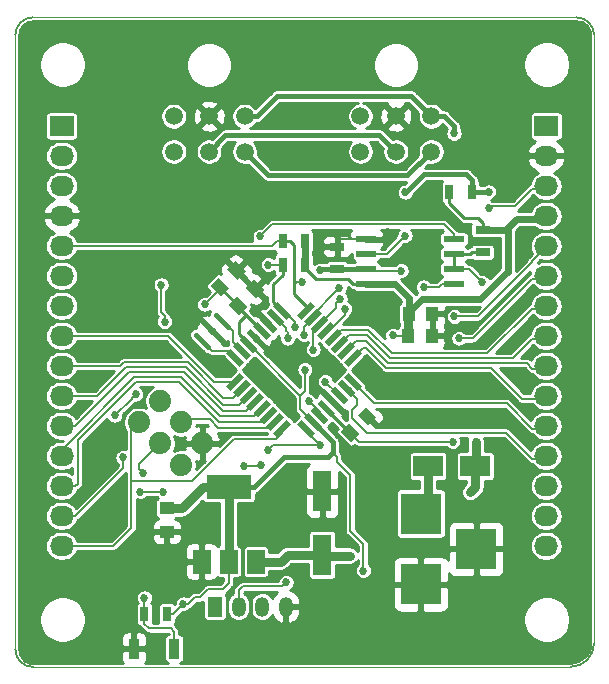
<source format=gtl>
%TF.GenerationSoftware,KiCad,Pcbnew,5.1.5+dfsg1-2build2*%
%TF.CreationDate,2021-01-07T13:42:11+01:00*%
%TF.ProjectId,BasicAtmega328,42617369-6341-4746-9d65-67613332382e,rev?*%
%TF.SameCoordinates,Original*%
%TF.FileFunction,Copper,L1,Top*%
%TF.FilePolarity,Positive*%
%FSLAX46Y46*%
G04 Gerber Fmt 4.6, Leading zero omitted, Abs format (unit mm)*
G04 Created by KiCad (PCBNEW 5.1.5+dfsg1-2build2) date 2021-01-07 13:42:11*
%MOMM*%
%LPD*%
G04 APERTURE LIST*
%ADD10C,0.127000*%
%ADD11C,0.100000*%
%ADD12R,1.200000X1.700000*%
%ADD13O,1.200000X1.700000*%
%ADD14C,0.449580*%
%ADD15R,1.600000X3.500000*%
%ADD16R,1.250000X1.000000*%
%ADD17R,1.000000X1.250000*%
%ADD18R,2.500000X1.800000*%
%ADD19R,3.500000X3.500000*%
%ADD20C,1.879600*%
%ADD21O,2.032000X1.727200*%
%ADD22R,2.032000X1.727200*%
%ADD23C,1.500000*%
%ADD24R,0.700000X1.300000*%
%ADD25R,1.300000X0.700000*%
%ADD26R,0.900000X1.700000*%
%ADD27R,3.800000X2.000000*%
%ADD28R,1.500000X2.000000*%
%ADD29R,1.750000X0.550000*%
%ADD30C,0.685800*%
%ADD31C,0.152400*%
%ADD32C,0.800000*%
%ADD33C,0.254000*%
%ADD34C,0.400000*%
%ADD35C,0.600000*%
G04 APERTURE END LIST*
D10*
X86000000Y-110006900D02*
G75*
G02X84493100Y-108500000I0J1506900D01*
G01*
X133500000Y-108000000D02*
G75*
G02X131500000Y-110000000I-2000000J0D01*
G01*
X84500000Y-56500000D02*
G75*
G02X86000000Y-55000000I1500000J0D01*
G01*
X132000000Y-55000000D02*
G75*
G02X133500000Y-56500000I0J-1500000D01*
G01*
D11*
X133500000Y-56500000D02*
X133500000Y-108000000D01*
X86000000Y-55000000D02*
X132000000Y-55000000D01*
X84493100Y-108500000D02*
X84500000Y-56500000D01*
X131500000Y-110000000D02*
X86000000Y-110006900D01*
D12*
X101396800Y-104902000D03*
D13*
X103396800Y-104902000D03*
X105396800Y-104902000D03*
X107396800Y-104902000D03*
D14*
X99818595Y-81879867D02*
X100847733Y-82909005D01*
X100666331Y-81032131D02*
X101695469Y-82061269D01*
X101514067Y-80184395D02*
X102543205Y-81213533D01*
D15*
X110490000Y-95115400D03*
X110490000Y-100515400D03*
%TA.AperFunction,SMDPad,CuDef*%
D10*
G36*
X103432381Y-80204502D02*
G01*
X102548498Y-79320619D01*
X103255605Y-78613512D01*
X104139488Y-79497395D01*
X103432381Y-80204502D01*
G37*
%TD.AperFunction*%
%TA.AperFunction,SMDPad,CuDef*%
G36*
X104846595Y-78790288D02*
G01*
X103962712Y-77906405D01*
X104669819Y-77199298D01*
X105553702Y-78083181D01*
X104846595Y-78790288D01*
G37*
%TD.AperFunction*%
%TA.AperFunction,SMDPad,CuDef*%
G36*
X101895681Y-78629702D02*
G01*
X101011798Y-77745819D01*
X101718905Y-77038712D01*
X102602788Y-77922595D01*
X101895681Y-78629702D01*
G37*
%TD.AperFunction*%
%TA.AperFunction,SMDPad,CuDef*%
G36*
X103309895Y-77215488D02*
G01*
X102426012Y-76331605D01*
X103133119Y-75624498D01*
X104017002Y-76508381D01*
X103309895Y-77215488D01*
G37*
%TD.AperFunction*%
%TA.AperFunction,SMDPad,CuDef*%
G36*
X114358895Y-89559888D02*
G01*
X113475012Y-88676005D01*
X114182119Y-87968898D01*
X115066002Y-88852781D01*
X114358895Y-89559888D01*
G37*
%TD.AperFunction*%
%TA.AperFunction,SMDPad,CuDef*%
G36*
X112944681Y-90974102D02*
G01*
X112060798Y-90090219D01*
X112767905Y-89383112D01*
X113651788Y-90266995D01*
X112944681Y-90974102D01*
G37*
%TD.AperFunction*%
D16*
X97332800Y-98574100D03*
X97332800Y-96574100D03*
D17*
X117783100Y-81978500D03*
X119783100Y-81978500D03*
X119808500Y-80098900D03*
X117808500Y-80098900D03*
D18*
X123450100Y-93014800D03*
X119450100Y-93014800D03*
D19*
X118821200Y-97015300D03*
X118821200Y-103015300D03*
X123521200Y-100015300D03*
D20*
X94945200Y-89281000D03*
X96741251Y-87484949D03*
X96741251Y-91077051D03*
X98537302Y-89281000D03*
X98537302Y-92873102D03*
X100333354Y-91077051D03*
D21*
X88417400Y-99758500D03*
X88417400Y-97218500D03*
X88417400Y-94678500D03*
X88417400Y-92138500D03*
X88417400Y-89598500D03*
X88417400Y-87058500D03*
X88417400Y-84518500D03*
X88417400Y-81978500D03*
X88417400Y-79438500D03*
X88417400Y-76898500D03*
X88417400Y-74358500D03*
X88417400Y-71818500D03*
X88417400Y-69278500D03*
X88417400Y-66738500D03*
D22*
X88417400Y-64198500D03*
D23*
X113715800Y-63373000D03*
X113715800Y-66373000D03*
X116715800Y-66373000D03*
X116715800Y-63373000D03*
X119715800Y-66373000D03*
X119715800Y-63373000D03*
X103904300Y-63373000D03*
X103904300Y-66373000D03*
X100904300Y-63373000D03*
X100904300Y-66373000D03*
X97904300Y-66373000D03*
X97904300Y-63373000D03*
D22*
X129438400Y-64198500D03*
D21*
X129438400Y-66738500D03*
X129438400Y-69278500D03*
X129438400Y-71818500D03*
X129438400Y-74358500D03*
X129438400Y-76898500D03*
X129438400Y-79438500D03*
X129438400Y-81978500D03*
X129438400Y-84518500D03*
X129438400Y-87058500D03*
X129438400Y-89598500D03*
X129438400Y-92138500D03*
X129438400Y-94678500D03*
X129438400Y-97218500D03*
X129438400Y-99758500D03*
D24*
X107139700Y-73977500D03*
X109039700Y-73977500D03*
X109027000Y-75933300D03*
X107127000Y-75933300D03*
X97330300Y-105549700D03*
X95430300Y-105549700D03*
D25*
X124053600Y-72989400D03*
X124053600Y-74889400D03*
D24*
X121249400Y-69824600D03*
X123149400Y-69824600D03*
D25*
X111734600Y-74411800D03*
X111734600Y-76311800D03*
D26*
X97940600Y-108445300D03*
X94540600Y-108445300D03*
D27*
X102565200Y-94779700D03*
D28*
X102565200Y-101079700D03*
X104865200Y-101079700D03*
X100265200Y-101079700D03*
%TA.AperFunction,SMDPad,CuDef*%
D10*
G36*
X106316955Y-79479666D02*
G01*
X106705864Y-79090757D01*
X107837235Y-80222128D01*
X107448326Y-80611037D01*
X106316955Y-79479666D01*
G37*
%TD.AperFunction*%
%TA.AperFunction,SMDPad,CuDef*%
G36*
X105751270Y-80045352D02*
G01*
X106140179Y-79656443D01*
X107271550Y-80787814D01*
X106882641Y-81176723D01*
X105751270Y-80045352D01*
G37*
%TD.AperFunction*%
%TA.AperFunction,SMDPad,CuDef*%
G36*
X105185584Y-80611037D02*
G01*
X105574493Y-80222128D01*
X106705864Y-81353499D01*
X106316955Y-81742408D01*
X105185584Y-80611037D01*
G37*
%TD.AperFunction*%
%TA.AperFunction,SMDPad,CuDef*%
G36*
X104619899Y-81176722D02*
G01*
X105008808Y-80787813D01*
X106140179Y-81919184D01*
X105751270Y-82308093D01*
X104619899Y-81176722D01*
G37*
%TD.AperFunction*%
%TA.AperFunction,SMDPad,CuDef*%
G36*
X104054213Y-81742408D02*
G01*
X104443122Y-81353499D01*
X105574493Y-82484870D01*
X105185584Y-82873779D01*
X104054213Y-81742408D01*
G37*
%TD.AperFunction*%
%TA.AperFunction,SMDPad,CuDef*%
G36*
X103488528Y-82308093D02*
G01*
X103877437Y-81919184D01*
X105008808Y-83050555D01*
X104619899Y-83439464D01*
X103488528Y-82308093D01*
G37*
%TD.AperFunction*%
%TA.AperFunction,SMDPad,CuDef*%
G36*
X102922843Y-82873779D02*
G01*
X103311752Y-82484870D01*
X104443123Y-83616241D01*
X104054214Y-84005150D01*
X102922843Y-82873779D01*
G37*
%TD.AperFunction*%
%TA.AperFunction,SMDPad,CuDef*%
G36*
X102357157Y-83439464D02*
G01*
X102746066Y-83050555D01*
X103877437Y-84181926D01*
X103488528Y-84570835D01*
X102357157Y-83439464D01*
G37*
%TD.AperFunction*%
%TA.AperFunction,SMDPad,CuDef*%
G36*
X102746066Y-86621445D02*
G01*
X102357157Y-86232536D01*
X103488528Y-85101165D01*
X103877437Y-85490074D01*
X102746066Y-86621445D01*
G37*
%TD.AperFunction*%
%TA.AperFunction,SMDPad,CuDef*%
G36*
X103311752Y-87187130D02*
G01*
X102922843Y-86798221D01*
X104054214Y-85666850D01*
X104443123Y-86055759D01*
X103311752Y-87187130D01*
G37*
%TD.AperFunction*%
%TA.AperFunction,SMDPad,CuDef*%
G36*
X103877437Y-87752816D02*
G01*
X103488528Y-87363907D01*
X104619899Y-86232536D01*
X105008808Y-86621445D01*
X103877437Y-87752816D01*
G37*
%TD.AperFunction*%
%TA.AperFunction,SMDPad,CuDef*%
G36*
X104443122Y-88318501D02*
G01*
X104054213Y-87929592D01*
X105185584Y-86798221D01*
X105574493Y-87187130D01*
X104443122Y-88318501D01*
G37*
%TD.AperFunction*%
%TA.AperFunction,SMDPad,CuDef*%
G36*
X105008808Y-88884187D02*
G01*
X104619899Y-88495278D01*
X105751270Y-87363907D01*
X106140179Y-87752816D01*
X105008808Y-88884187D01*
G37*
%TD.AperFunction*%
%TA.AperFunction,SMDPad,CuDef*%
G36*
X105574493Y-89449872D02*
G01*
X105185584Y-89060963D01*
X106316955Y-87929592D01*
X106705864Y-88318501D01*
X105574493Y-89449872D01*
G37*
%TD.AperFunction*%
%TA.AperFunction,SMDPad,CuDef*%
G36*
X106140179Y-90015557D02*
G01*
X105751270Y-89626648D01*
X106882641Y-88495277D01*
X107271550Y-88884186D01*
X106140179Y-90015557D01*
G37*
%TD.AperFunction*%
%TA.AperFunction,SMDPad,CuDef*%
G36*
X106705864Y-90581243D02*
G01*
X106316955Y-90192334D01*
X107448326Y-89060963D01*
X107837235Y-89449872D01*
X106705864Y-90581243D01*
G37*
%TD.AperFunction*%
%TA.AperFunction,SMDPad,CuDef*%
G36*
X108367565Y-89449872D02*
G01*
X108756474Y-89060963D01*
X109887845Y-90192334D01*
X109498936Y-90581243D01*
X108367565Y-89449872D01*
G37*
%TD.AperFunction*%
%TA.AperFunction,SMDPad,CuDef*%
G36*
X108933250Y-88884186D02*
G01*
X109322159Y-88495277D01*
X110453530Y-89626648D01*
X110064621Y-90015557D01*
X108933250Y-88884186D01*
G37*
%TD.AperFunction*%
%TA.AperFunction,SMDPad,CuDef*%
G36*
X109498936Y-88318501D02*
G01*
X109887845Y-87929592D01*
X111019216Y-89060963D01*
X110630307Y-89449872D01*
X109498936Y-88318501D01*
G37*
%TD.AperFunction*%
%TA.AperFunction,SMDPad,CuDef*%
G36*
X110064621Y-87752816D02*
G01*
X110453530Y-87363907D01*
X111584901Y-88495278D01*
X111195992Y-88884187D01*
X110064621Y-87752816D01*
G37*
%TD.AperFunction*%
%TA.AperFunction,SMDPad,CuDef*%
G36*
X110630307Y-87187130D02*
G01*
X111019216Y-86798221D01*
X112150587Y-87929592D01*
X111761678Y-88318501D01*
X110630307Y-87187130D01*
G37*
%TD.AperFunction*%
%TA.AperFunction,SMDPad,CuDef*%
G36*
X111195992Y-86621445D02*
G01*
X111584901Y-86232536D01*
X112716272Y-87363907D01*
X112327363Y-87752816D01*
X111195992Y-86621445D01*
G37*
%TD.AperFunction*%
%TA.AperFunction,SMDPad,CuDef*%
G36*
X111761677Y-86055759D02*
G01*
X112150586Y-85666850D01*
X113281957Y-86798221D01*
X112893048Y-87187130D01*
X111761677Y-86055759D01*
G37*
%TD.AperFunction*%
%TA.AperFunction,SMDPad,CuDef*%
G36*
X112327363Y-85490074D02*
G01*
X112716272Y-85101165D01*
X113847643Y-86232536D01*
X113458734Y-86621445D01*
X112327363Y-85490074D01*
G37*
%TD.AperFunction*%
%TA.AperFunction,SMDPad,CuDef*%
G36*
X112716272Y-84570835D02*
G01*
X112327363Y-84181926D01*
X113458734Y-83050555D01*
X113847643Y-83439464D01*
X112716272Y-84570835D01*
G37*
%TD.AperFunction*%
%TA.AperFunction,SMDPad,CuDef*%
G36*
X112150586Y-84005150D02*
G01*
X111761677Y-83616241D01*
X112893048Y-82484870D01*
X113281957Y-82873779D01*
X112150586Y-84005150D01*
G37*
%TD.AperFunction*%
%TA.AperFunction,SMDPad,CuDef*%
G36*
X111584901Y-83439464D02*
G01*
X111195992Y-83050555D01*
X112327363Y-81919184D01*
X112716272Y-82308093D01*
X111584901Y-83439464D01*
G37*
%TD.AperFunction*%
%TA.AperFunction,SMDPad,CuDef*%
G36*
X111019216Y-82873779D02*
G01*
X110630307Y-82484870D01*
X111761678Y-81353499D01*
X112150587Y-81742408D01*
X111019216Y-82873779D01*
G37*
%TD.AperFunction*%
%TA.AperFunction,SMDPad,CuDef*%
G36*
X110453530Y-82308093D02*
G01*
X110064621Y-81919184D01*
X111195992Y-80787813D01*
X111584901Y-81176722D01*
X110453530Y-82308093D01*
G37*
%TD.AperFunction*%
%TA.AperFunction,SMDPad,CuDef*%
G36*
X109887845Y-81742408D02*
G01*
X109498936Y-81353499D01*
X110630307Y-80222128D01*
X111019216Y-80611037D01*
X109887845Y-81742408D01*
G37*
%TD.AperFunction*%
%TA.AperFunction,SMDPad,CuDef*%
G36*
X109322159Y-81176723D02*
G01*
X108933250Y-80787814D01*
X110064621Y-79656443D01*
X110453530Y-80045352D01*
X109322159Y-81176723D01*
G37*
%TD.AperFunction*%
%TA.AperFunction,SMDPad,CuDef*%
G36*
X108756474Y-80611037D02*
G01*
X108367565Y-80222128D01*
X109498936Y-79090757D01*
X109887845Y-79479666D01*
X108756474Y-80611037D01*
G37*
%TD.AperFunction*%
D29*
X121619500Y-77584300D03*
X121619500Y-76314300D03*
X121619500Y-75044300D03*
X121619500Y-73774300D03*
X114219500Y-73774300D03*
X114219500Y-75044300D03*
X114219500Y-76314300D03*
X114219500Y-77584300D03*
D30*
X99910900Y-80759300D03*
X106464100Y-83426300D03*
X91630500Y-96329500D03*
X94411800Y-100330000D03*
X91655900Y-92913200D03*
X100901500Y-97650300D03*
X108889800Y-97053400D03*
X114681000Y-93116400D03*
X118579900Y-89001600D03*
X121373900Y-86093300D03*
X123837700Y-86029800D03*
X94653100Y-80568800D03*
X92075000Y-80695800D03*
X92138500Y-77114400D03*
X92049600Y-75196700D03*
X93903800Y-75463400D03*
X94932500Y-77177900D03*
X91567000Y-72948800D03*
X92621100Y-70967600D03*
X96189800Y-69786500D03*
X92049600Y-65074800D03*
X96342200Y-60058300D03*
X95224600Y-62826900D03*
X109245400Y-63017400D03*
X111099600Y-63715900D03*
X107734100Y-66776600D03*
X110236000Y-66649600D03*
X121869200Y-59601100D03*
X111404400Y-59347100D03*
X104787700Y-59512200D03*
X125437900Y-64236600D03*
X125171200Y-95935800D03*
X93548200Y-95262700D03*
X97802700Y-100520500D03*
X110744000Y-84315300D03*
X120015000Y-69202300D03*
X118478300Y-76809600D03*
X114249200Y-80556100D03*
X115849400Y-80276700D03*
X104838500Y-84582000D03*
X107708700Y-87680800D03*
X97193100Y-75514200D03*
X124866400Y-104178100D03*
X127000000Y-102412800D03*
X106248200Y-66370200D03*
X106705400Y-63576200D03*
X95351600Y-57810400D03*
X111899700Y-56984900D03*
X120878600Y-56210200D03*
X104216200Y-56883300D03*
X106451400Y-58331100D03*
X125018800Y-57708800D03*
X125806200Y-60198000D03*
X92443300Y-56616600D03*
X92697300Y-58801000D03*
X85852000Y-67411600D03*
X85699600Y-80073500D03*
X85864700Y-90690700D03*
X85864700Y-98945700D03*
X93395800Y-102450900D03*
X90576400Y-102831900D03*
X115874800Y-106273600D03*
X117322600Y-108292900D03*
X125349000Y-108839000D03*
X120167400Y-108800900D03*
X121894600Y-106273600D03*
X132308600Y-101777800D03*
X132016500Y-78816200D03*
X132143500Y-68440300D03*
X132054600Y-91579700D03*
X119011700Y-86448900D03*
X104559100Y-97955100D03*
X93281500Y-105105200D03*
X92862400Y-107416600D03*
X103365300Y-108165900D03*
X107543600Y-107873800D03*
X106222800Y-108673900D03*
X100304600Y-107873800D03*
X119722900Y-75577700D03*
X117525800Y-71920100D03*
X121920000Y-72402700D03*
X119126000Y-73279000D03*
X116052600Y-73152000D03*
X102146100Y-73609200D03*
X112649000Y-69430900D03*
X130454400Y-61937900D03*
X128257300Y-61671200D03*
X91732100Y-61683900D03*
X123012200Y-95211900D03*
X112826800Y-100584000D03*
X123482100Y-90919300D03*
X113969800Y-101866700D03*
X100529316Y-79298810D03*
X109016800Y-84823300D03*
X98729800Y-104660698D03*
X116446300Y-81915000D03*
X121526300Y-90932000D03*
X124574300Y-69773800D03*
X117500400Y-69799200D03*
X117487700Y-73482200D03*
X117170200Y-76454000D03*
X110261400Y-76428590D03*
X121640600Y-64833500D03*
X94678500Y-86906100D03*
X92925900Y-88696800D03*
X124009096Y-77450896D03*
X110312200Y-91198700D03*
X105854500Y-91655900D03*
X97015300Y-95173800D03*
X95072200Y-95161100D03*
X95326200Y-93586300D03*
X103866690Y-92971945D03*
X105302833Y-92945743D03*
X93611700Y-92265500D03*
X97129600Y-80759300D03*
X96837500Y-77647800D03*
X124574300Y-71183500D03*
X112395067Y-79692648D03*
X95427800Y-104152700D03*
X107543600Y-82156300D03*
X108140500Y-81254600D03*
X105219500Y-73558400D03*
X105905300Y-75933300D03*
X119062500Y-77838300D03*
X108800900Y-77381100D03*
X112003424Y-78838328D03*
X109715300Y-83134200D03*
X107429300Y-102831900D03*
X108915200Y-81876900D03*
X111924808Y-77901810D03*
X121678700Y-80327500D03*
X110731300Y-85852000D03*
X122059700Y-82169000D03*
X109347000Y-87515700D03*
D31*
X111734600Y-73909400D02*
X111734600Y-74411800D01*
X111869700Y-73774300D02*
X111734600Y-73909400D01*
X114219500Y-73774300D02*
X111869700Y-73774300D01*
X99949000Y-80797400D02*
X99910900Y-80759300D01*
X100431600Y-80797400D02*
X99949000Y-80797400D01*
X101180900Y-81546700D02*
X100431600Y-80797400D01*
X104814353Y-82113639D02*
X106127014Y-83426300D01*
X106127014Y-83426300D02*
X106464100Y-83426300D01*
D32*
X123450100Y-94774000D02*
X123012200Y-95211900D01*
X123450100Y-93014800D02*
X123450100Y-94774000D01*
X110558600Y-100584000D02*
X110490000Y-100515400D01*
X112826800Y-100584000D02*
X110558600Y-100584000D01*
X110490000Y-100515400D02*
X107548700Y-100515400D01*
X106984400Y-101079700D02*
X104865200Y-101079700D01*
X107548700Y-100515400D02*
X106984400Y-101079700D01*
X123482100Y-92982800D02*
X123450100Y-93014800D01*
X123482100Y-90919300D02*
X123482100Y-92982800D01*
D33*
X101807293Y-77872307D02*
X103343993Y-79409007D01*
X103343993Y-79511907D02*
X103343993Y-79409007D01*
X104000300Y-80187800D02*
X103343993Y-79511907D01*
X105380039Y-81547953D02*
X104000300Y-80187800D01*
X124053600Y-72385400D02*
X124053600Y-72989400D01*
X123664500Y-71996300D02*
X124053600Y-72385400D01*
X121249400Y-70728600D02*
X122517100Y-71996300D01*
X122517100Y-71996300D02*
X123664500Y-71996300D01*
X121249400Y-69824600D02*
X121249400Y-70728600D01*
D31*
X104248668Y-82679324D02*
X108610400Y-87041056D01*
X108610400Y-88172427D02*
X109693390Y-89255417D01*
X108610400Y-87041056D02*
X108610400Y-88172427D01*
D32*
X102565200Y-101079700D02*
X102565200Y-94779700D01*
X117783100Y-80124300D02*
X117808500Y-80098900D01*
X117783100Y-81978500D02*
X117783100Y-80124300D01*
D31*
X101807293Y-77872307D02*
X101807293Y-77834207D01*
D32*
X100393900Y-94779700D02*
X102565200Y-94779700D01*
X98599500Y-96574100D02*
X100393900Y-94779700D01*
X97332800Y-96574100D02*
X98599500Y-96574100D01*
D31*
X100872215Y-78955911D02*
X100529316Y-79298810D01*
X101807293Y-77872307D02*
X101807293Y-78020833D01*
X101807293Y-78020833D02*
X100872215Y-78955911D01*
D33*
X104000300Y-80187800D02*
X103403411Y-80784689D01*
X103403411Y-80784689D02*
X103403411Y-81834067D01*
X103403411Y-81834067D02*
X104248668Y-82679324D01*
D31*
X109016800Y-86634656D02*
X108610400Y-87041056D01*
X109016800Y-84823300D02*
X109016800Y-86634656D01*
D33*
X113090500Y-77584300D02*
X112683936Y-77177736D01*
X109027000Y-76233300D02*
X109027000Y-75933300D01*
X114219500Y-77584300D02*
X113090500Y-77584300D01*
X109971436Y-77177736D02*
X109027000Y-76233300D01*
X112683936Y-77177736D02*
X109971436Y-77177736D01*
D34*
X125923000Y-72989400D02*
X124053600Y-72989400D01*
X126161800Y-73228200D02*
X125923000Y-72989400D01*
X126161800Y-76566616D02*
X126161800Y-73228200D01*
D31*
X97330300Y-105549700D02*
X97840798Y-105549700D01*
X97840798Y-105549700D02*
X98386901Y-105003597D01*
X98386901Y-105003597D02*
X98729800Y-104660698D01*
D35*
X123854516Y-78873900D02*
X126161800Y-76566616D01*
X118908500Y-78873900D02*
X123854516Y-78873900D01*
X117808500Y-79973900D02*
X118908500Y-78873900D01*
X117808500Y-80098900D02*
X117808500Y-79973900D01*
X124053600Y-72989400D02*
X124068800Y-72974200D01*
X126949200Y-72047100D02*
X129438400Y-72047100D01*
X126197400Y-72798900D02*
X126949200Y-72047100D01*
X126006900Y-72989400D02*
X126949200Y-72047100D01*
X124053600Y-72989400D02*
X126006900Y-72989400D01*
X126197400Y-76531016D02*
X126161800Y-76566616D01*
X126197400Y-72798900D02*
X126197400Y-76531016D01*
X117808500Y-78756000D02*
X117808500Y-80098900D01*
X116636800Y-77584300D02*
X117808500Y-78756000D01*
X114219500Y-77584300D02*
X116636800Y-77584300D01*
X109039700Y-75920600D02*
X109027000Y-75933300D01*
X109039700Y-73977500D02*
X109039700Y-75920600D01*
D31*
X104617600Y-94779700D02*
X102565200Y-94779700D01*
X99110802Y-104660698D02*
X98729800Y-104660698D01*
X99669600Y-104101900D02*
X99110802Y-104660698D01*
X100152538Y-104101900D02*
X99669600Y-104101900D01*
X102057200Y-103441500D02*
X100812938Y-103441500D01*
X102565200Y-102933500D02*
X102057200Y-103441500D01*
X100812938Y-103441500D02*
X100152538Y-104101900D01*
X102565200Y-101079700D02*
X102565200Y-102933500D01*
X112852200Y-98488500D02*
X113969800Y-99606100D01*
X112852200Y-93751400D02*
X112852200Y-98488500D01*
X111353600Y-91884500D02*
X111721900Y-92265500D01*
X113969800Y-99606100D02*
X113969800Y-101866700D01*
X111721900Y-92621100D02*
X112852200Y-93751400D01*
X111353600Y-90906600D02*
X111353600Y-91884500D01*
X111721900Y-92265500D02*
X111721900Y-92621100D01*
X109702417Y-89255417D02*
X111353600Y-90906600D01*
X109693390Y-89255417D02*
X109702417Y-89255417D01*
D34*
X111366300Y-91833700D02*
X111366300Y-90928327D01*
X110934500Y-92265500D02*
X111366300Y-91833700D01*
X107251500Y-92265500D02*
X110934500Y-92265500D01*
X104737300Y-94779700D02*
X107251500Y-92265500D01*
X111366300Y-90928327D02*
X109693390Y-89255417D01*
X102565200Y-94779700D02*
X104737300Y-94779700D01*
D31*
X117783100Y-81978500D02*
X116509800Y-81978500D01*
X116509800Y-81978500D02*
X116446300Y-81915000D01*
D33*
X110824761Y-88147075D02*
X112856293Y-90178607D01*
X110824761Y-88124047D02*
X110824761Y-88147075D01*
D31*
X113588800Y-90932000D02*
X121526300Y-90932000D01*
X112856293Y-90199493D02*
X113588800Y-90932000D01*
X112856293Y-90178607D02*
X112856293Y-90199493D01*
D32*
X119380000Y-93084900D02*
X119450100Y-93014800D01*
X119450100Y-96386400D02*
X118821200Y-97015300D01*
X119450100Y-93014800D02*
X119450100Y-96386400D01*
D34*
X123200200Y-69773800D02*
X123149400Y-69824600D01*
X124574300Y-69773800D02*
X123200200Y-69773800D01*
X123149400Y-68774600D02*
X122675400Y-68300600D01*
X123149400Y-69824600D02*
X123149400Y-68774600D01*
X122675400Y-68300600D02*
X119087900Y-68300600D01*
X117589300Y-69799200D02*
X117500400Y-69799200D01*
X119087900Y-68300600D02*
X117589300Y-69799200D01*
D31*
X115925600Y-75044300D02*
X117487700Y-73482200D01*
X114219500Y-75044300D02*
X115925600Y-75044300D01*
D34*
X114217000Y-76311800D02*
X114219500Y-76314300D01*
X111734600Y-76311800D02*
X114217000Y-76311800D01*
D31*
X114359200Y-76454000D02*
X114219500Y-76314300D01*
X117170200Y-76454000D02*
X114359200Y-76454000D01*
D34*
X111734600Y-76311800D02*
X110378190Y-76311800D01*
X110378190Y-76311800D02*
X110261400Y-76428590D01*
X104964960Y-63373000D02*
X106654060Y-61683900D01*
X103904300Y-63373000D02*
X104964960Y-63373000D01*
X118026700Y-61683900D02*
X119715800Y-63373000D01*
X106654060Y-61683900D02*
X118026700Y-61683900D01*
X120776460Y-63373000D02*
X121627900Y-64224440D01*
X119715800Y-63373000D02*
X120776460Y-63373000D01*
X121627900Y-64820800D02*
X121640600Y-64833500D01*
X121627900Y-64224440D02*
X121627900Y-64820800D01*
D31*
X94335601Y-87248999D02*
X94335601Y-87287099D01*
X94678500Y-86906100D02*
X94335601Y-87248999D01*
X94335601Y-87287099D02*
X92925900Y-88696800D01*
D33*
X121619500Y-75044300D02*
X121619500Y-76314300D01*
X121619500Y-75044300D02*
X122986800Y-75044300D01*
X123141700Y-74889400D02*
X124053600Y-74889400D01*
X122986800Y-75044300D02*
X123141700Y-74889400D01*
D31*
X122872500Y-76314300D02*
X124009096Y-77450896D01*
X121619500Y-76314300D02*
X122872500Y-76314300D01*
X95262700Y-89039700D02*
X94322901Y-89979499D01*
X92798900Y-99758500D02*
X88417400Y-99758500D01*
X94322901Y-98234499D02*
X92798900Y-99758500D01*
X94322901Y-89979499D02*
X94322901Y-94284801D01*
X94322901Y-94284801D02*
X94322901Y-98234499D01*
X96020705Y-94284801D02*
X94322901Y-94284801D01*
X102984300Y-90716100D02*
X99415599Y-94284801D01*
X107077095Y-90210012D02*
X106571007Y-90716100D01*
X99415599Y-94284801D02*
X96020705Y-94284801D01*
X106571007Y-90716100D02*
X102984300Y-90716100D01*
X107077095Y-89821103D02*
X107077095Y-90210012D01*
X109127705Y-90014205D02*
X109127705Y-89821103D01*
X110312200Y-91198700D02*
X109127705Y-90014205D01*
X110312200Y-91198700D02*
X106311700Y-91198700D01*
X106311700Y-91198700D02*
X105854500Y-91655900D01*
X97015300Y-95173800D02*
X95313500Y-95173800D01*
X95300800Y-95161100D02*
X95072200Y-95161100D01*
X95313500Y-95173800D02*
X95300800Y-95161100D01*
X95801452Y-92016850D02*
X96741251Y-91077051D01*
X94983301Y-92835001D02*
X95801452Y-92016850D01*
X94983301Y-93243401D02*
X94983301Y-92835001D01*
X95326200Y-93586300D02*
X94983301Y-93243401D01*
X103866690Y-92971945D02*
X105276631Y-92971945D01*
X105276631Y-92971945D02*
X105302833Y-92945743D01*
X101686181Y-89780083D02*
X100945798Y-89039700D01*
X106511410Y-89255417D02*
X105986745Y-89780082D01*
X100945798Y-89039700D02*
X100183879Y-89039700D01*
X100183879Y-89039700D02*
X98854802Y-89039700D01*
X105986745Y-89780082D02*
X101686181Y-89780083D01*
X89585800Y-97218500D02*
X93611700Y-93192600D01*
X88417400Y-97218500D02*
X89585800Y-97218500D01*
X93611700Y-93192600D02*
X93611700Y-92265500D01*
X97129600Y-80274367D02*
X96837500Y-79982267D01*
X97129600Y-80759300D02*
X97129600Y-80274367D01*
X96837500Y-79982267D02*
X96837500Y-77647800D01*
X128270000Y-69507100D02*
X126796800Y-70980300D01*
X129438400Y-69507100D02*
X128270000Y-69507100D01*
X126796800Y-70980300D02*
X124777500Y-70980300D01*
X124777500Y-70980300D02*
X124574300Y-71183500D01*
X110824761Y-81547953D02*
X111024695Y-81547953D01*
X112395067Y-80177581D02*
X112395067Y-79692648D01*
X111024695Y-81547953D02*
X112395067Y-80177581D01*
X95430300Y-104155200D02*
X95427800Y-104152700D01*
X95430300Y-105549700D02*
X95430300Y-104155200D01*
X97940600Y-107008400D02*
X97940600Y-108445300D01*
X97650300Y-106718100D02*
X97940600Y-107008400D01*
X95796300Y-106718100D02*
X97650300Y-106718100D01*
X95430300Y-106352100D02*
X95796300Y-106718100D01*
X95430300Y-105549700D02*
X95430300Y-106352100D01*
X94749110Y-85839300D02*
X89763610Y-90824800D01*
X101774549Y-89293700D02*
X98320149Y-85839300D01*
X105341756Y-89293700D02*
X101774549Y-89293700D01*
X89763610Y-90824800D02*
X89763610Y-94500690D01*
X98320149Y-85839300D02*
X94749110Y-85839300D01*
X89585800Y-94678500D02*
X88417400Y-94678500D01*
X89763610Y-94500690D02*
X89585800Y-94678500D01*
X105945724Y-88689732D02*
X105341756Y-89293700D01*
X104718386Y-88785700D02*
X105380039Y-88124047D01*
X94580770Y-85432889D02*
X98488489Y-85432889D01*
X88417400Y-91596259D02*
X94580770Y-85432889D01*
X88417400Y-92138500D02*
X88417400Y-91596259D01*
X101841300Y-88785700D02*
X104718386Y-88785700D01*
X98488489Y-85432889D02*
X101841300Y-88785700D01*
X89585800Y-89598500D02*
X94157822Y-85026478D01*
X88417400Y-89598500D02*
X89585800Y-89598500D01*
X104006114Y-88366600D02*
X104814353Y-87558361D01*
X102110948Y-88366600D02*
X104006114Y-88366600D01*
X98770826Y-85026478D02*
X102110948Y-88366600D01*
X94157822Y-85026478D02*
X98770826Y-85026478D01*
X91440000Y-87058500D02*
X88417400Y-87058500D01*
X93878433Y-84620067D02*
X91440000Y-87058500D01*
X102114199Y-87795100D02*
X98939166Y-84620067D01*
X98939166Y-84620067D02*
X93878433Y-84620067D01*
X103446244Y-87795100D02*
X102114199Y-87795100D01*
X104248668Y-86992676D02*
X103446244Y-87795100D01*
X93383100Y-84518500D02*
X88417400Y-84518500D01*
X93713300Y-84188300D02*
X93383100Y-84518500D01*
X99082150Y-84188300D02*
X93713300Y-84188300D01*
X102117450Y-87223600D02*
X99082150Y-84188300D01*
X102886373Y-87223600D02*
X102117450Y-87223600D01*
X103682983Y-86426990D02*
X102886373Y-87223600D01*
X101329905Y-85861305D02*
X103117297Y-85861305D01*
X97447100Y-81978500D02*
X101329905Y-85861305D01*
X88417400Y-81978500D02*
X97447100Y-81978500D01*
X107543600Y-81671367D02*
X107429300Y-81557067D01*
X107543600Y-82156300D02*
X107543600Y-81671367D01*
X107429300Y-81334473D02*
X106511410Y-80416583D01*
X107429300Y-81557067D02*
X107429300Y-81334473D01*
D33*
X106349800Y-79108300D02*
X107077095Y-79835595D01*
X107077095Y-79835595D02*
X107077095Y-79850897D01*
X106349800Y-77614500D02*
X106349800Y-79108300D01*
X107127000Y-76837300D02*
X106349800Y-77614500D01*
X107127000Y-75933300D02*
X107127000Y-76837300D01*
D31*
X107221730Y-79850897D02*
X107077095Y-79850897D01*
X108140500Y-80769667D02*
X107221730Y-79850897D01*
X108140500Y-81254600D02*
X108140500Y-80769667D01*
X121619500Y-73346900D02*
X120815000Y-72542400D01*
X121619500Y-73774300D02*
X121619500Y-73346900D01*
X120815000Y-72542400D02*
X106210100Y-72542400D01*
X105219500Y-73533000D02*
X105219500Y-73558400D01*
X106210100Y-72542400D02*
X105219500Y-73533000D01*
X105905300Y-75933300D02*
X107127000Y-75933300D01*
D33*
X108064300Y-74298100D02*
X107743700Y-73977500D01*
X108064300Y-78398583D02*
X108064300Y-74298100D01*
X107743700Y-73977500D02*
X107139700Y-73977500D01*
X109127705Y-79850897D02*
X109127705Y-79461988D01*
D31*
X106637300Y-73977500D02*
X106256300Y-74358500D01*
X106256300Y-74358500D02*
X88417400Y-74358500D01*
X107139700Y-73977500D02*
X106637300Y-73977500D01*
X120592100Y-77584300D02*
X120338100Y-77838300D01*
X121619500Y-77584300D02*
X120592100Y-77584300D01*
X120338100Y-77838300D02*
X119062500Y-77838300D01*
X108077000Y-77620067D02*
X108077000Y-78409800D01*
X108315967Y-77381100D02*
X108077000Y-77620067D01*
D33*
X108077000Y-78409800D02*
X108064300Y-78398583D01*
D31*
X108800900Y-77381100D02*
X108315967Y-77381100D01*
D33*
X109127705Y-79461988D02*
X108077000Y-78409800D01*
D31*
X110259076Y-80982268D02*
X111660525Y-79580819D01*
X111660525Y-79181227D02*
X112003424Y-78838328D01*
X111660525Y-79580819D02*
X111660525Y-79181227D01*
X110259076Y-80982268D02*
X109734411Y-81506933D01*
X109715300Y-83222978D02*
X109715300Y-83134200D01*
X109734411Y-83242089D02*
X109715300Y-83222978D01*
X109734411Y-81506933D02*
X109715300Y-83134200D01*
X107086401Y-103174799D02*
X103746301Y-103174799D01*
X107429300Y-102831900D02*
X107086401Y-103174799D01*
X103396800Y-103524300D02*
X103396800Y-104902000D01*
X103746301Y-103174799D02*
X103396800Y-103524300D01*
X108915200Y-81194773D02*
X109693390Y-80416583D01*
X108915200Y-81876900D02*
X108915200Y-81194773D01*
X109693390Y-80416583D02*
X109693390Y-80190855D01*
X109693390Y-80190855D02*
X111581909Y-78302336D01*
X111581909Y-78302336D02*
X111581909Y-78244709D01*
X111581909Y-78244709D02*
X111924808Y-77901810D01*
D34*
X115965801Y-65623001D02*
X116715800Y-66373000D01*
X115328700Y-64985900D02*
X115965801Y-65623001D01*
X102291400Y-64985900D02*
X115328700Y-64985900D01*
X100904300Y-66373000D02*
X102291400Y-64985900D01*
X119715800Y-66373000D02*
X117699300Y-68389500D01*
X105920800Y-68389500D02*
X103904300Y-66373000D01*
X117699300Y-68389500D02*
X105920800Y-68389500D01*
D31*
X111871976Y-86992676D02*
X111956132Y-86992676D01*
X110731300Y-85852000D02*
X111871976Y-86992676D01*
X129286000Y-74587100D02*
X128270000Y-75603100D01*
X129438400Y-74587100D02*
X129286000Y-74587100D01*
X122163633Y-80327500D02*
X121678700Y-80327500D01*
X123698000Y-80327500D02*
X122163633Y-80327500D01*
X128270000Y-75755500D02*
X123698000Y-80327500D01*
X128270000Y-75603100D02*
X128270000Y-75755500D01*
X110259076Y-88427776D02*
X110259076Y-88689732D01*
X109347000Y-87515700D02*
X110259076Y-88427776D01*
X123228100Y-82169000D02*
X122059700Y-82169000D01*
X128270000Y-77127100D02*
X123228100Y-82169000D01*
X129438400Y-77127100D02*
X128270000Y-77127100D01*
X114385952Y-81445100D02*
X112058986Y-81445100D01*
X112058986Y-81445100D02*
X111390447Y-82113639D01*
X116405219Y-83464367D02*
X114385952Y-81445100D01*
X124472733Y-83464367D02*
X116405219Y-83464367D01*
X128270000Y-79667100D02*
X124472733Y-83464367D01*
X129438400Y-79667100D02*
X128270000Y-79667100D01*
X126606322Y-83870778D02*
X128270000Y-82207100D01*
X116236879Y-83870778D02*
X126606322Y-83870778D01*
X114293801Y-81927700D02*
X116236879Y-83870778D01*
X128270000Y-82207100D02*
X129438400Y-82207100D01*
X112707756Y-81927700D02*
X114293801Y-81927700D01*
X111956132Y-82679324D02*
X112707756Y-81927700D01*
X127800089Y-84277189D02*
X128270000Y-84747100D01*
X116068539Y-84277189D02*
X127800089Y-84277189D01*
X114214350Y-82423000D02*
X116068539Y-84277189D01*
X113343827Y-82423000D02*
X114214350Y-82423000D01*
X128270000Y-84747100D02*
X129438400Y-84747100D01*
X112521817Y-83245010D02*
X113343827Y-82423000D01*
X113916398Y-82981800D02*
X113087503Y-83810695D01*
X114198400Y-82981800D02*
X113916398Y-82981800D01*
X115900200Y-84683600D02*
X114198400Y-82981800D01*
X124802900Y-84683600D02*
X115900200Y-84683600D01*
X127406400Y-87287100D02*
X124802900Y-84683600D01*
X129438400Y-87287100D02*
X127406400Y-87287100D01*
X128270000Y-89827100D02*
X129438400Y-89827100D01*
X126136411Y-87693511D02*
X128270000Y-89827100D01*
X114896911Y-87693511D02*
X126136411Y-87693511D01*
X113087503Y-85884103D02*
X114896911Y-87693511D01*
X113087503Y-85861305D02*
X113087503Y-85884103D01*
X128270000Y-92367100D02*
X129438400Y-92367100D01*
X114249200Y-90157300D02*
X126060200Y-90157300D01*
X126060200Y-90157300D02*
X128270000Y-92367100D01*
X113017300Y-88925400D02*
X114249200Y-90157300D01*
X113017300Y-88265000D02*
X113017300Y-88925400D01*
X113436400Y-87845900D02*
X113017300Y-88265000D01*
X113436400Y-87337900D02*
X113436400Y-87845900D01*
X113017300Y-86918800D02*
X113436400Y-87337900D01*
X113017300Y-86647000D02*
X113017300Y-86918800D01*
X112797290Y-86426990D02*
X113017300Y-86647000D01*
X112521817Y-86426990D02*
X112797290Y-86426990D01*
X102946200Y-82508227D02*
X103682983Y-83245010D01*
X102946200Y-81584800D02*
X102946200Y-82508227D01*
X102060364Y-80698964D02*
X102946200Y-81584800D01*
X102028636Y-80698964D02*
X102060364Y-80698964D01*
X103089295Y-83810695D02*
X103117297Y-83810695D01*
X102514400Y-83235800D02*
X103089295Y-83810695D01*
X101174528Y-83235800D02*
X102514400Y-83235800D01*
X100333164Y-82394436D02*
X101174528Y-83235800D01*
D33*
G36*
X131961777Y-55340763D02*
G01*
X131966539Y-55341264D01*
X132224427Y-55366549D01*
X132440309Y-55431728D01*
X132639421Y-55537598D01*
X132814171Y-55680121D01*
X132957917Y-55853880D01*
X133065172Y-56052243D01*
X133131855Y-56267661D01*
X133158941Y-56525370D01*
X133160160Y-56531310D01*
X133163867Y-56567791D01*
X133170600Y-56589809D01*
X133170601Y-107908314D01*
X133159237Y-107961777D01*
X133158737Y-107966539D01*
X133123928Y-108321545D01*
X133030545Y-108630844D01*
X132878864Y-108916114D01*
X132674661Y-109166492D01*
X132425719Y-109372435D01*
X132141514Y-109526104D01*
X131832878Y-109621642D01*
X131478120Y-109658929D01*
X131475481Y-109659471D01*
X131432217Y-109663866D01*
X131410147Y-109670614D01*
X98416241Y-109675618D01*
X98465289Y-109670787D01*
X98537108Y-109649001D01*
X98603296Y-109613622D01*
X98661311Y-109566011D01*
X98708922Y-109507996D01*
X98744301Y-109441808D01*
X98766087Y-109369989D01*
X98773443Y-109295300D01*
X98773443Y-107595300D01*
X98766087Y-107520611D01*
X98744301Y-107448792D01*
X98708922Y-107382604D01*
X98661311Y-107324589D01*
X98603296Y-107276978D01*
X98537108Y-107241599D01*
X98465289Y-107219813D01*
X98397800Y-107213166D01*
X98397800Y-107030849D01*
X98400011Y-107008399D01*
X98397800Y-106985949D01*
X98397800Y-106985940D01*
X98391185Y-106918773D01*
X98365041Y-106832591D01*
X98322587Y-106753164D01*
X98265453Y-106683547D01*
X98248004Y-106669227D01*
X97995264Y-106416487D01*
X97998622Y-106412396D01*
X98034001Y-106346208D01*
X98055787Y-106274389D01*
X98063143Y-106199700D01*
X98063143Y-105949267D01*
X98096034Y-105931687D01*
X98165651Y-105874553D01*
X98179972Y-105857103D01*
X98653477Y-105383599D01*
X98658502Y-105384598D01*
X98801098Y-105384598D01*
X98940954Y-105356779D01*
X99072695Y-105302210D01*
X99191260Y-105222988D01*
X99292090Y-105122158D01*
X99333611Y-105060018D01*
X99366038Y-105042685D01*
X99435655Y-104985551D01*
X99449976Y-104968101D01*
X99858978Y-104559100D01*
X100130088Y-104559100D01*
X100152538Y-104561311D01*
X100174988Y-104559100D01*
X100174998Y-104559100D01*
X100242165Y-104552485D01*
X100328347Y-104526341D01*
X100407774Y-104483887D01*
X100413957Y-104478813D01*
X100413957Y-105752000D01*
X100421313Y-105826689D01*
X100443099Y-105898508D01*
X100478478Y-105964696D01*
X100526089Y-106022711D01*
X100584104Y-106070322D01*
X100650292Y-106105701D01*
X100722111Y-106127487D01*
X100796800Y-106134843D01*
X101996800Y-106134843D01*
X102071489Y-106127487D01*
X102143308Y-106105701D01*
X102209496Y-106070322D01*
X102267511Y-106022711D01*
X102315122Y-105964696D01*
X102350501Y-105898508D01*
X102372287Y-105826689D01*
X102379643Y-105752000D01*
X102379643Y-104603814D01*
X102415800Y-104603814D01*
X102415800Y-105200187D01*
X102429995Y-105344310D01*
X102486089Y-105529229D01*
X102577183Y-105699651D01*
X102699773Y-105849028D01*
X102849150Y-105971618D01*
X103019572Y-106062711D01*
X103204491Y-106118805D01*
X103396800Y-106137746D01*
X103589110Y-106118805D01*
X103774029Y-106062711D01*
X103944451Y-105971618D01*
X104093828Y-105849028D01*
X104216418Y-105699651D01*
X104307511Y-105529229D01*
X104363605Y-105344309D01*
X104377800Y-105200186D01*
X104377800Y-104603813D01*
X104363605Y-104459690D01*
X104307511Y-104274771D01*
X104216418Y-104104349D01*
X104093828Y-103954972D01*
X103944451Y-103832382D01*
X103854000Y-103784035D01*
X103854000Y-103713677D01*
X103935679Y-103631999D01*
X106688730Y-103631999D01*
X106567672Y-103720062D01*
X106401791Y-103899724D01*
X106274148Y-104108295D01*
X106251460Y-104169907D01*
X106216418Y-104104349D01*
X106093828Y-103954972D01*
X105944451Y-103832382D01*
X105774028Y-103741289D01*
X105589109Y-103685195D01*
X105396800Y-103666254D01*
X105204490Y-103685195D01*
X105019571Y-103741289D01*
X104849149Y-103832382D01*
X104699772Y-103954972D01*
X104577182Y-104104349D01*
X104486089Y-104274772D01*
X104429995Y-104459691D01*
X104415800Y-104603814D01*
X104415800Y-105200187D01*
X104429995Y-105344310D01*
X104486089Y-105529229D01*
X104577183Y-105699651D01*
X104699773Y-105849028D01*
X104849150Y-105971618D01*
X105019572Y-106062711D01*
X105204491Y-106118805D01*
X105396800Y-106137746D01*
X105589110Y-106118805D01*
X105774029Y-106062711D01*
X105944451Y-105971618D01*
X106093828Y-105849028D01*
X106216418Y-105699651D01*
X106251460Y-105634093D01*
X106274148Y-105695705D01*
X106401791Y-105904276D01*
X106567672Y-106083938D01*
X106765416Y-106227786D01*
X106987423Y-106330292D01*
X107079191Y-106345462D01*
X107269800Y-106220731D01*
X107269800Y-105029000D01*
X107523800Y-105029000D01*
X107523800Y-106220731D01*
X107714409Y-106345462D01*
X107806177Y-106330292D01*
X108028184Y-106227786D01*
X108225928Y-106083938D01*
X108391809Y-105904276D01*
X108452632Y-105804889D01*
X127519000Y-105804889D01*
X127519000Y-106195111D01*
X127595129Y-106577836D01*
X127744461Y-106938355D01*
X127961257Y-107262814D01*
X128237186Y-107538743D01*
X128561645Y-107755539D01*
X128922164Y-107904871D01*
X129304889Y-107981000D01*
X129695111Y-107981000D01*
X130077836Y-107904871D01*
X130438355Y-107755539D01*
X130762814Y-107538743D01*
X131038743Y-107262814D01*
X131255539Y-106938355D01*
X131404871Y-106577836D01*
X131481000Y-106195111D01*
X131481000Y-105804889D01*
X131404871Y-105422164D01*
X131255539Y-105061645D01*
X131038743Y-104737186D01*
X130762814Y-104461257D01*
X130438355Y-104244461D01*
X130077836Y-104095129D01*
X129695111Y-104019000D01*
X129304889Y-104019000D01*
X128922164Y-104095129D01*
X128561645Y-104244461D01*
X128237186Y-104461257D01*
X127961257Y-104737186D01*
X127744461Y-105061645D01*
X127595129Y-105422164D01*
X127519000Y-105804889D01*
X108452632Y-105804889D01*
X108519452Y-105695705D01*
X108603952Y-105466239D01*
X108642062Y-105224697D01*
X108479353Y-105029000D01*
X107523800Y-105029000D01*
X107269800Y-105029000D01*
X107249800Y-105029000D01*
X107249800Y-104775000D01*
X107269800Y-104775000D01*
X107269800Y-104755000D01*
X107523800Y-104755000D01*
X107523800Y-104775000D01*
X108479353Y-104775000D01*
X108487417Y-104765300D01*
X116433128Y-104765300D01*
X116445388Y-104889782D01*
X116481698Y-105009480D01*
X116540663Y-105119794D01*
X116620015Y-105216485D01*
X116716706Y-105295837D01*
X116827020Y-105354802D01*
X116946718Y-105391112D01*
X117071200Y-105403372D01*
X118535450Y-105400300D01*
X118694200Y-105241550D01*
X118694200Y-103142300D01*
X118948200Y-103142300D01*
X118948200Y-105241550D01*
X119106950Y-105400300D01*
X120571200Y-105403372D01*
X120695682Y-105391112D01*
X120815380Y-105354802D01*
X120925694Y-105295837D01*
X121022385Y-105216485D01*
X121101737Y-105119794D01*
X121160702Y-105009480D01*
X121197012Y-104889782D01*
X121209272Y-104765300D01*
X121206200Y-103301050D01*
X121047450Y-103142300D01*
X118948200Y-103142300D01*
X118694200Y-103142300D01*
X116594950Y-103142300D01*
X116436200Y-103301050D01*
X116433128Y-104765300D01*
X108487417Y-104765300D01*
X108642062Y-104579303D01*
X108603952Y-104337761D01*
X108519452Y-104108295D01*
X108391809Y-103899724D01*
X108225928Y-103720062D01*
X108028184Y-103576214D01*
X107806177Y-103473708D01*
X107778580Y-103469146D01*
X107890760Y-103394190D01*
X107991590Y-103293360D01*
X108070812Y-103174795D01*
X108125381Y-103043054D01*
X108153200Y-102903198D01*
X108153200Y-102760602D01*
X108125381Y-102620746D01*
X108070812Y-102489005D01*
X107991590Y-102370440D01*
X107890760Y-102269610D01*
X107772195Y-102190388D01*
X107640454Y-102135819D01*
X107500598Y-102108000D01*
X107358002Y-102108000D01*
X107218146Y-102135819D01*
X107086405Y-102190388D01*
X106967840Y-102269610D01*
X106867010Y-102370440D01*
X106787788Y-102489005D01*
X106733219Y-102620746D01*
X106713954Y-102717599D01*
X103768750Y-102717599D01*
X103746300Y-102715388D01*
X103723850Y-102717599D01*
X103723841Y-102717599D01*
X103656674Y-102724214D01*
X103570492Y-102750358D01*
X103491065Y-102792812D01*
X103421448Y-102849946D01*
X103407131Y-102867391D01*
X103089397Y-103185126D01*
X103071947Y-103199447D01*
X103014813Y-103269065D01*
X102972359Y-103348492D01*
X102946215Y-103434674D01*
X102939600Y-103501841D01*
X102939600Y-103501850D01*
X102937389Y-103524300D01*
X102939600Y-103546750D01*
X102939600Y-103784035D01*
X102849149Y-103832382D01*
X102699772Y-103954972D01*
X102577182Y-104104349D01*
X102486089Y-104274772D01*
X102429995Y-104459691D01*
X102415800Y-104603814D01*
X102379643Y-104603814D01*
X102379643Y-104052000D01*
X102372287Y-103977311D01*
X102350501Y-103905492D01*
X102315122Y-103839304D01*
X102305280Y-103827312D01*
X102312436Y-103823487D01*
X102382053Y-103766353D01*
X102396374Y-103748903D01*
X102872608Y-103272670D01*
X102890053Y-103258353D01*
X102938397Y-103199447D01*
X102947187Y-103188737D01*
X102976394Y-103134093D01*
X102989641Y-103109309D01*
X103015785Y-103023127D01*
X103022400Y-102955960D01*
X103022400Y-102955951D01*
X103024611Y-102933501D01*
X103022400Y-102911051D01*
X103022400Y-102462543D01*
X103315200Y-102462543D01*
X103389889Y-102455187D01*
X103461708Y-102433401D01*
X103527896Y-102398022D01*
X103585911Y-102350411D01*
X103633522Y-102292396D01*
X103668901Y-102226208D01*
X103690687Y-102154389D01*
X103698043Y-102079700D01*
X103698043Y-100079700D01*
X103690687Y-100005011D01*
X103668901Y-99933192D01*
X103633522Y-99867004D01*
X103585911Y-99808989D01*
X103527896Y-99761378D01*
X103461708Y-99725999D01*
X103389889Y-99704213D01*
X103346200Y-99699910D01*
X103346200Y-96865400D01*
X109051928Y-96865400D01*
X109064188Y-96989882D01*
X109100498Y-97109580D01*
X109159463Y-97219894D01*
X109238815Y-97316585D01*
X109335506Y-97395937D01*
X109445820Y-97454902D01*
X109565518Y-97491212D01*
X109690000Y-97503472D01*
X110204250Y-97500400D01*
X110363000Y-97341650D01*
X110363000Y-95242400D01*
X110617000Y-95242400D01*
X110617000Y-97341650D01*
X110775750Y-97500400D01*
X111290000Y-97503472D01*
X111414482Y-97491212D01*
X111534180Y-97454902D01*
X111644494Y-97395937D01*
X111741185Y-97316585D01*
X111820537Y-97219894D01*
X111879502Y-97109580D01*
X111915812Y-96989882D01*
X111928072Y-96865400D01*
X111925000Y-95401150D01*
X111766250Y-95242400D01*
X110617000Y-95242400D01*
X110363000Y-95242400D01*
X109213750Y-95242400D01*
X109055000Y-95401150D01*
X109051928Y-96865400D01*
X103346200Y-96865400D01*
X103346200Y-96162543D01*
X104465200Y-96162543D01*
X104539889Y-96155187D01*
X104611708Y-96133401D01*
X104677896Y-96098022D01*
X104735911Y-96050411D01*
X104783522Y-95992396D01*
X104818901Y-95926208D01*
X104840687Y-95854389D01*
X104848043Y-95779700D01*
X104848043Y-95352604D01*
X104851196Y-95352293D01*
X104960715Y-95319071D01*
X105061648Y-95265121D01*
X105150117Y-95192517D01*
X105168317Y-95170340D01*
X107492159Y-92846500D01*
X109321326Y-92846500D01*
X109238815Y-92914215D01*
X109159463Y-93010906D01*
X109100498Y-93121220D01*
X109064188Y-93240918D01*
X109051928Y-93365400D01*
X109055000Y-94829650D01*
X109213750Y-94988400D01*
X110363000Y-94988400D01*
X110363000Y-94968400D01*
X110617000Y-94968400D01*
X110617000Y-94988400D01*
X111766250Y-94988400D01*
X111925000Y-94829650D01*
X111927845Y-93473623D01*
X112395000Y-93940779D01*
X112395001Y-98466040D01*
X112392789Y-98488500D01*
X112395001Y-98510960D01*
X112401616Y-98578127D01*
X112427760Y-98664309D01*
X112470214Y-98743736D01*
X112527348Y-98813353D01*
X112544793Y-98827670D01*
X113512600Y-99795478D01*
X113512600Y-100210266D01*
X113479319Y-100148001D01*
X113381722Y-100029078D01*
X113262799Y-99931481D01*
X113127122Y-99858960D01*
X112979903Y-99814301D01*
X112865160Y-99803000D01*
X111672843Y-99803000D01*
X111672843Y-98765400D01*
X111665487Y-98690711D01*
X111643701Y-98618892D01*
X111608322Y-98552704D01*
X111560711Y-98494689D01*
X111502696Y-98447078D01*
X111436508Y-98411699D01*
X111364689Y-98389913D01*
X111290000Y-98382557D01*
X109690000Y-98382557D01*
X109615311Y-98389913D01*
X109543492Y-98411699D01*
X109477304Y-98447078D01*
X109419289Y-98494689D01*
X109371678Y-98552704D01*
X109336299Y-98618892D01*
X109314513Y-98690711D01*
X109307157Y-98765400D01*
X109307157Y-99734400D01*
X107587057Y-99734400D01*
X107548700Y-99730622D01*
X107510343Y-99734400D01*
X107510340Y-99734400D01*
X107395597Y-99745701D01*
X107248378Y-99790360D01*
X107213526Y-99808989D01*
X107112700Y-99862881D01*
X107029111Y-99931481D01*
X106993778Y-99960478D01*
X106969326Y-99990273D01*
X106660900Y-100298700D01*
X105998043Y-100298700D01*
X105998043Y-100079700D01*
X105990687Y-100005011D01*
X105968901Y-99933192D01*
X105933522Y-99867004D01*
X105885911Y-99808989D01*
X105827896Y-99761378D01*
X105761708Y-99725999D01*
X105689889Y-99704213D01*
X105615200Y-99696857D01*
X104115200Y-99696857D01*
X104040511Y-99704213D01*
X103968692Y-99725999D01*
X103902504Y-99761378D01*
X103844489Y-99808989D01*
X103796878Y-99867004D01*
X103761499Y-99933192D01*
X103739713Y-100005011D01*
X103732357Y-100079700D01*
X103732357Y-102079700D01*
X103739713Y-102154389D01*
X103761499Y-102226208D01*
X103796878Y-102292396D01*
X103844489Y-102350411D01*
X103902504Y-102398022D01*
X103968692Y-102433401D01*
X104040511Y-102455187D01*
X104115200Y-102462543D01*
X105615200Y-102462543D01*
X105689889Y-102455187D01*
X105761708Y-102433401D01*
X105827896Y-102398022D01*
X105885911Y-102350411D01*
X105933522Y-102292396D01*
X105968901Y-102226208D01*
X105990687Y-102154389D01*
X105998043Y-102079700D01*
X105998043Y-101860700D01*
X106946043Y-101860700D01*
X106984400Y-101864478D01*
X107022757Y-101860700D01*
X107022760Y-101860700D01*
X107137503Y-101849399D01*
X107284722Y-101804740D01*
X107420399Y-101732219D01*
X107539322Y-101634622D01*
X107563778Y-101604822D01*
X107872201Y-101296400D01*
X109307157Y-101296400D01*
X109307157Y-102265400D01*
X109314513Y-102340089D01*
X109336299Y-102411908D01*
X109371678Y-102478096D01*
X109419289Y-102536111D01*
X109477304Y-102583722D01*
X109543492Y-102619101D01*
X109615311Y-102640887D01*
X109690000Y-102648243D01*
X111290000Y-102648243D01*
X111364689Y-102640887D01*
X111436508Y-102619101D01*
X111502696Y-102583722D01*
X111560711Y-102536111D01*
X111608322Y-102478096D01*
X111643701Y-102411908D01*
X111665487Y-102340089D01*
X111672843Y-102265400D01*
X111672843Y-101365000D01*
X112865160Y-101365000D01*
X112979903Y-101353699D01*
X113127122Y-101309040D01*
X113262799Y-101236519D01*
X113381722Y-101138922D01*
X113479319Y-101019999D01*
X113512601Y-100957734D01*
X113512601Y-101301563D01*
X113508340Y-101304410D01*
X113407510Y-101405240D01*
X113328288Y-101523805D01*
X113273719Y-101655546D01*
X113245900Y-101795402D01*
X113245900Y-101937998D01*
X113273719Y-102077854D01*
X113328288Y-102209595D01*
X113407510Y-102328160D01*
X113508340Y-102428990D01*
X113626905Y-102508212D01*
X113758646Y-102562781D01*
X113898502Y-102590600D01*
X114041098Y-102590600D01*
X114180954Y-102562781D01*
X114312695Y-102508212D01*
X114431260Y-102428990D01*
X114532090Y-102328160D01*
X114611312Y-102209595D01*
X114665881Y-102077854D01*
X114693700Y-101937998D01*
X114693700Y-101795402D01*
X114665881Y-101655546D01*
X114611312Y-101523805D01*
X114532090Y-101405240D01*
X114431260Y-101304410D01*
X114427000Y-101301564D01*
X114427000Y-101265300D01*
X116433128Y-101265300D01*
X116436200Y-102729550D01*
X116594950Y-102888300D01*
X118694200Y-102888300D01*
X118694200Y-100789050D01*
X118948200Y-100789050D01*
X118948200Y-102888300D01*
X121047450Y-102888300D01*
X121206200Y-102729550D01*
X121207609Y-102057955D01*
X121240663Y-102119794D01*
X121320015Y-102216485D01*
X121416706Y-102295837D01*
X121527020Y-102354802D01*
X121646718Y-102391112D01*
X121771200Y-102403372D01*
X123235450Y-102400300D01*
X123394200Y-102241550D01*
X123394200Y-100142300D01*
X123648200Y-100142300D01*
X123648200Y-102241550D01*
X123806950Y-102400300D01*
X125271200Y-102403372D01*
X125395682Y-102391112D01*
X125515380Y-102354802D01*
X125625694Y-102295837D01*
X125722385Y-102216485D01*
X125801737Y-102119794D01*
X125860702Y-102009480D01*
X125897012Y-101889782D01*
X125909272Y-101765300D01*
X125906200Y-100301050D01*
X125747450Y-100142300D01*
X123648200Y-100142300D01*
X123394200Y-100142300D01*
X121294950Y-100142300D01*
X121136200Y-100301050D01*
X121134791Y-100972645D01*
X121101737Y-100910806D01*
X121022385Y-100814115D01*
X120925694Y-100734763D01*
X120815380Y-100675798D01*
X120695682Y-100639488D01*
X120571200Y-100627228D01*
X119106950Y-100630300D01*
X118948200Y-100789050D01*
X118694200Y-100789050D01*
X118535450Y-100630300D01*
X117071200Y-100627228D01*
X116946718Y-100639488D01*
X116827020Y-100675798D01*
X116716706Y-100734763D01*
X116620015Y-100814115D01*
X116540663Y-100910806D01*
X116481698Y-101021120D01*
X116445388Y-101140818D01*
X116433128Y-101265300D01*
X114427000Y-101265300D01*
X114427000Y-99628549D01*
X114429211Y-99606099D01*
X114427000Y-99583649D01*
X114427000Y-99583640D01*
X114420385Y-99516473D01*
X114394241Y-99430291D01*
X114351787Y-99350864D01*
X114294653Y-99281247D01*
X114277209Y-99266931D01*
X113309400Y-98299123D01*
X113309400Y-95265300D01*
X116688357Y-95265300D01*
X116688357Y-98765300D01*
X116695713Y-98839989D01*
X116717499Y-98911808D01*
X116752878Y-98977996D01*
X116800489Y-99036011D01*
X116858504Y-99083622D01*
X116924692Y-99119001D01*
X116996511Y-99140787D01*
X117071200Y-99148143D01*
X120571200Y-99148143D01*
X120645889Y-99140787D01*
X120717708Y-99119001D01*
X120783896Y-99083622D01*
X120841911Y-99036011D01*
X120889522Y-98977996D01*
X120924901Y-98911808D01*
X120946687Y-98839989D01*
X120954043Y-98765300D01*
X120954043Y-98265300D01*
X121133128Y-98265300D01*
X121136200Y-99729550D01*
X121294950Y-99888300D01*
X123394200Y-99888300D01*
X123394200Y-97789050D01*
X123648200Y-97789050D01*
X123648200Y-99888300D01*
X125747450Y-99888300D01*
X125877250Y-99758500D01*
X128035378Y-99758500D01*
X128059408Y-100002484D01*
X128130576Y-100237092D01*
X128246146Y-100453308D01*
X128401677Y-100642823D01*
X128591192Y-100798354D01*
X128807408Y-100913924D01*
X129042016Y-100985092D01*
X129224857Y-101003100D01*
X129651943Y-101003100D01*
X129834784Y-100985092D01*
X130069392Y-100913924D01*
X130285608Y-100798354D01*
X130475123Y-100642823D01*
X130630654Y-100453308D01*
X130746224Y-100237092D01*
X130817392Y-100002484D01*
X130841422Y-99758500D01*
X130817392Y-99514516D01*
X130746224Y-99279908D01*
X130630654Y-99063692D01*
X130475123Y-98874177D01*
X130285608Y-98718646D01*
X130069392Y-98603076D01*
X129834784Y-98531908D01*
X129651943Y-98513900D01*
X129224857Y-98513900D01*
X129042016Y-98531908D01*
X128807408Y-98603076D01*
X128591192Y-98718646D01*
X128401677Y-98874177D01*
X128246146Y-99063692D01*
X128130576Y-99279908D01*
X128059408Y-99514516D01*
X128035378Y-99758500D01*
X125877250Y-99758500D01*
X125906200Y-99729550D01*
X125909272Y-98265300D01*
X125897012Y-98140818D01*
X125860702Y-98021120D01*
X125801737Y-97910806D01*
X125722385Y-97814115D01*
X125625694Y-97734763D01*
X125515380Y-97675798D01*
X125395682Y-97639488D01*
X125271200Y-97627228D01*
X123806950Y-97630300D01*
X123648200Y-97789050D01*
X123394200Y-97789050D01*
X123235450Y-97630300D01*
X121771200Y-97627228D01*
X121646718Y-97639488D01*
X121527020Y-97675798D01*
X121416706Y-97734763D01*
X121320015Y-97814115D01*
X121240663Y-97910806D01*
X121181698Y-98021120D01*
X121145388Y-98140818D01*
X121133128Y-98265300D01*
X120954043Y-98265300D01*
X120954043Y-97218500D01*
X128035378Y-97218500D01*
X128059408Y-97462484D01*
X128130576Y-97697092D01*
X128246146Y-97913308D01*
X128401677Y-98102823D01*
X128591192Y-98258354D01*
X128807408Y-98373924D01*
X129042016Y-98445092D01*
X129224857Y-98463100D01*
X129651943Y-98463100D01*
X129834784Y-98445092D01*
X130069392Y-98373924D01*
X130285608Y-98258354D01*
X130475123Y-98102823D01*
X130630654Y-97913308D01*
X130746224Y-97697092D01*
X130817392Y-97462484D01*
X130841422Y-97218500D01*
X130817392Y-96974516D01*
X130746224Y-96739908D01*
X130630654Y-96523692D01*
X130475123Y-96334177D01*
X130285608Y-96178646D01*
X130069392Y-96063076D01*
X129834784Y-95991908D01*
X129651943Y-95973900D01*
X129224857Y-95973900D01*
X129042016Y-95991908D01*
X128807408Y-96063076D01*
X128591192Y-96178646D01*
X128401677Y-96334177D01*
X128246146Y-96523692D01*
X128130576Y-96739908D01*
X128059408Y-96974516D01*
X128035378Y-97218500D01*
X120954043Y-97218500D01*
X120954043Y-95265300D01*
X120946687Y-95190611D01*
X120924901Y-95118792D01*
X120889522Y-95052604D01*
X120841911Y-94994589D01*
X120783896Y-94946978D01*
X120717708Y-94911599D01*
X120645889Y-94889813D01*
X120571200Y-94882457D01*
X120231100Y-94882457D01*
X120231100Y-94297643D01*
X120700100Y-94297643D01*
X120774789Y-94290287D01*
X120846608Y-94268501D01*
X120912796Y-94233122D01*
X120970811Y-94185511D01*
X121018422Y-94127496D01*
X121053801Y-94061308D01*
X121075587Y-93989489D01*
X121082943Y-93914800D01*
X121082943Y-92114800D01*
X121075587Y-92040111D01*
X121053801Y-91968292D01*
X121018422Y-91902104D01*
X120970811Y-91844089D01*
X120912796Y-91796478D01*
X120846608Y-91761099D01*
X120774789Y-91739313D01*
X120700100Y-91731957D01*
X118200100Y-91731957D01*
X118125411Y-91739313D01*
X118053592Y-91761099D01*
X117987404Y-91796478D01*
X117929389Y-91844089D01*
X117881778Y-91902104D01*
X117846399Y-91968292D01*
X117824613Y-92040111D01*
X117817257Y-92114800D01*
X117817257Y-93914800D01*
X117824613Y-93989489D01*
X117846399Y-94061308D01*
X117881778Y-94127496D01*
X117929389Y-94185511D01*
X117987404Y-94233122D01*
X118053592Y-94268501D01*
X118125411Y-94290287D01*
X118200100Y-94297643D01*
X118669100Y-94297643D01*
X118669101Y-94882457D01*
X117071200Y-94882457D01*
X116996511Y-94889813D01*
X116924692Y-94911599D01*
X116858504Y-94946978D01*
X116800489Y-94994589D01*
X116752878Y-95052604D01*
X116717499Y-95118792D01*
X116695713Y-95190611D01*
X116688357Y-95265300D01*
X113309400Y-95265300D01*
X113309400Y-93773850D01*
X113311611Y-93751400D01*
X113309400Y-93728950D01*
X113309400Y-93728940D01*
X113302785Y-93661773D01*
X113279889Y-93586299D01*
X113276641Y-93575590D01*
X113234187Y-93496164D01*
X113191371Y-93443992D01*
X113191365Y-93443986D01*
X113177053Y-93426547D01*
X113159615Y-93412236D01*
X112179100Y-92431723D01*
X112179100Y-92291835D01*
X112181245Y-92273285D01*
X112179100Y-92246935D01*
X112179100Y-92243040D01*
X112177272Y-92224481D01*
X112173938Y-92183522D01*
X112172869Y-92179769D01*
X112172485Y-92175873D01*
X112160526Y-92136451D01*
X112149259Y-92096908D01*
X112147476Y-92093431D01*
X112146341Y-92089691D01*
X112126936Y-92053387D01*
X112108157Y-92016774D01*
X112105730Y-92013713D01*
X112103887Y-92010264D01*
X112077776Y-91978448D01*
X112066231Y-91963884D01*
X112063532Y-91961092D01*
X112046753Y-91940647D01*
X112032313Y-91928796D01*
X111949212Y-91842830D01*
X111950111Y-91833701D01*
X111947300Y-91805164D01*
X111947300Y-90956866D01*
X111950111Y-90928326D01*
X111938893Y-90814431D01*
X111905671Y-90704912D01*
X111851721Y-90603979D01*
X111833471Y-90581741D01*
X111779117Y-90515510D01*
X111756945Y-90497314D01*
X110940616Y-89680985D01*
X111289927Y-89331674D01*
X111290383Y-89331118D01*
X111784987Y-89825722D01*
X111742476Y-89877523D01*
X111707097Y-89943711D01*
X111685311Y-90015530D01*
X111677955Y-90090219D01*
X111685311Y-90164908D01*
X111707097Y-90236727D01*
X111742476Y-90302915D01*
X111790087Y-90360930D01*
X112673970Y-91244813D01*
X112731985Y-91292424D01*
X112798173Y-91327803D01*
X112869992Y-91349589D01*
X112944681Y-91356945D01*
X113019370Y-91349589D01*
X113091189Y-91327803D01*
X113157377Y-91292424D01*
X113215392Y-91244813D01*
X113235214Y-91224991D01*
X113249630Y-91239408D01*
X113263947Y-91256853D01*
X113281392Y-91271170D01*
X113333563Y-91313987D01*
X113359412Y-91327803D01*
X113412991Y-91356441D01*
X113499173Y-91382585D01*
X113566340Y-91389200D01*
X113566349Y-91389200D01*
X113588799Y-91391411D01*
X113611249Y-91389200D01*
X120961164Y-91389200D01*
X120964010Y-91393460D01*
X121064840Y-91494290D01*
X121183405Y-91573512D01*
X121315146Y-91628081D01*
X121455002Y-91655900D01*
X121597598Y-91655900D01*
X121737454Y-91628081D01*
X121869195Y-91573512D01*
X121987760Y-91494290D01*
X122088590Y-91393460D01*
X122167812Y-91274895D01*
X122222381Y-91143154D01*
X122250200Y-91003298D01*
X122250200Y-90860702D01*
X122222381Y-90720846D01*
X122178331Y-90614500D01*
X122759454Y-90614500D01*
X122757060Y-90618979D01*
X122712401Y-90766198D01*
X122701100Y-90880941D01*
X122701100Y-91731957D01*
X122200100Y-91731957D01*
X122125411Y-91739313D01*
X122053592Y-91761099D01*
X121987404Y-91796478D01*
X121929389Y-91844089D01*
X121881778Y-91902104D01*
X121846399Y-91968292D01*
X121824613Y-92040111D01*
X121817257Y-92114800D01*
X121817257Y-93914800D01*
X121824613Y-93989489D01*
X121846399Y-94061308D01*
X121881778Y-94127496D01*
X121929389Y-94185511D01*
X121987404Y-94233122D01*
X122053592Y-94268501D01*
X122125411Y-94290287D01*
X122200100Y-94297643D01*
X122669101Y-94297643D01*
X122669101Y-94450500D01*
X122432825Y-94686775D01*
X122359681Y-94775901D01*
X122287160Y-94911580D01*
X122242502Y-95058798D01*
X122227422Y-95211900D01*
X122242502Y-95365002D01*
X122287160Y-95512220D01*
X122359681Y-95647899D01*
X122457279Y-95766821D01*
X122576201Y-95864419D01*
X122711880Y-95936940D01*
X122859098Y-95981598D01*
X123012200Y-95996678D01*
X123165302Y-95981598D01*
X123312520Y-95936940D01*
X123448199Y-95864419D01*
X123537325Y-95791275D01*
X123975217Y-95353383D01*
X124005022Y-95328922D01*
X124085971Y-95230285D01*
X124102619Y-95210000D01*
X124175140Y-95074322D01*
X124192325Y-95017670D01*
X124219799Y-94927103D01*
X124231100Y-94812360D01*
X124231100Y-94812358D01*
X124234878Y-94774001D01*
X124231100Y-94735644D01*
X124231100Y-94678500D01*
X128035378Y-94678500D01*
X128059408Y-94922484D01*
X128130576Y-95157092D01*
X128246146Y-95373308D01*
X128401677Y-95562823D01*
X128591192Y-95718354D01*
X128807408Y-95833924D01*
X129042016Y-95905092D01*
X129224857Y-95923100D01*
X129651943Y-95923100D01*
X129834784Y-95905092D01*
X130069392Y-95833924D01*
X130285608Y-95718354D01*
X130475123Y-95562823D01*
X130630654Y-95373308D01*
X130746224Y-95157092D01*
X130817392Y-94922484D01*
X130841422Y-94678500D01*
X130817392Y-94434516D01*
X130746224Y-94199908D01*
X130630654Y-93983692D01*
X130475123Y-93794177D01*
X130285608Y-93638646D01*
X130069392Y-93523076D01*
X129834784Y-93451908D01*
X129651943Y-93433900D01*
X129224857Y-93433900D01*
X129042016Y-93451908D01*
X128807408Y-93523076D01*
X128591192Y-93638646D01*
X128401677Y-93794177D01*
X128246146Y-93983692D01*
X128130576Y-94199908D01*
X128059408Y-94434516D01*
X128035378Y-94678500D01*
X124231100Y-94678500D01*
X124231100Y-94297643D01*
X124700100Y-94297643D01*
X124774789Y-94290287D01*
X124846608Y-94268501D01*
X124912796Y-94233122D01*
X124970811Y-94185511D01*
X125018422Y-94127496D01*
X125053801Y-94061308D01*
X125075587Y-93989489D01*
X125082943Y-93914800D01*
X125082943Y-92114800D01*
X125075587Y-92040111D01*
X125053801Y-91968292D01*
X125018422Y-91902104D01*
X124970811Y-91844089D01*
X124912796Y-91796478D01*
X124846608Y-91761099D01*
X124774789Y-91739313D01*
X124700100Y-91731957D01*
X124263100Y-91731957D01*
X124263100Y-90880940D01*
X124251799Y-90766197D01*
X124207140Y-90618978D01*
X124204746Y-90614500D01*
X125870823Y-90614500D01*
X127930830Y-92674508D01*
X127945147Y-92691953D01*
X127962592Y-92706270D01*
X127997098Y-92734589D01*
X128014764Y-92749087D01*
X128094191Y-92791541D01*
X128180373Y-92817685D01*
X128240986Y-92823655D01*
X128246146Y-92833308D01*
X128401677Y-93022823D01*
X128591192Y-93178354D01*
X128807408Y-93293924D01*
X129042016Y-93365092D01*
X129224857Y-93383100D01*
X129651943Y-93383100D01*
X129834784Y-93365092D01*
X130069392Y-93293924D01*
X130285608Y-93178354D01*
X130475123Y-93022823D01*
X130630654Y-92833308D01*
X130746224Y-92617092D01*
X130817392Y-92382484D01*
X130841422Y-92138500D01*
X130817392Y-91894516D01*
X130746224Y-91659908D01*
X130630654Y-91443692D01*
X130475123Y-91254177D01*
X130285608Y-91098646D01*
X130069392Y-90983076D01*
X129834784Y-90911908D01*
X129651943Y-90893900D01*
X129224857Y-90893900D01*
X129042016Y-90911908D01*
X128807408Y-90983076D01*
X128591192Y-91098646D01*
X128401677Y-91254177D01*
X128246146Y-91443692D01*
X128158028Y-91608550D01*
X126399374Y-89849897D01*
X126385053Y-89832447D01*
X126315436Y-89775313D01*
X126236009Y-89732859D01*
X126149827Y-89706715D01*
X126082660Y-89700100D01*
X126082650Y-89700100D01*
X126060200Y-89697889D01*
X126037750Y-89700100D01*
X114959406Y-89700100D01*
X114959406Y-89632897D01*
X114270507Y-88943998D01*
X114256365Y-88958141D01*
X114076759Y-88778535D01*
X114090902Y-88764393D01*
X114076760Y-88750251D01*
X114256365Y-88570646D01*
X114270507Y-88584788D01*
X114284649Y-88570645D01*
X114464255Y-88750251D01*
X114450112Y-88764393D01*
X115139011Y-89453292D01*
X115363517Y-89453292D01*
X115517187Y-89303966D01*
X115596540Y-89207275D01*
X115655504Y-89096961D01*
X115691814Y-88977263D01*
X115704074Y-88852781D01*
X115691814Y-88728300D01*
X115655504Y-88608602D01*
X115596540Y-88498288D01*
X115517187Y-88401596D01*
X115275129Y-88163883D01*
X115050625Y-88163883D01*
X115063797Y-88150711D01*
X125947034Y-88150711D01*
X127930835Y-90134514D01*
X127945147Y-90151953D01*
X127962586Y-90166265D01*
X127962592Y-90166271D01*
X128014764Y-90209087D01*
X128094190Y-90251541D01*
X128145134Y-90266995D01*
X128180373Y-90277685D01*
X128240986Y-90283655D01*
X128246146Y-90293308D01*
X128401677Y-90482823D01*
X128591192Y-90638354D01*
X128807408Y-90753924D01*
X129042016Y-90825092D01*
X129224857Y-90843100D01*
X129651943Y-90843100D01*
X129834784Y-90825092D01*
X130069392Y-90753924D01*
X130285608Y-90638354D01*
X130475123Y-90482823D01*
X130630654Y-90293308D01*
X130746224Y-90077092D01*
X130817392Y-89842484D01*
X130841422Y-89598500D01*
X130817392Y-89354516D01*
X130746224Y-89119908D01*
X130630654Y-88903692D01*
X130475123Y-88714177D01*
X130285608Y-88558646D01*
X130069392Y-88443076D01*
X129834784Y-88371908D01*
X129651943Y-88353900D01*
X129224857Y-88353900D01*
X129042016Y-88371908D01*
X128807408Y-88443076D01*
X128591192Y-88558646D01*
X128401677Y-88714177D01*
X128246146Y-88903692D01*
X128158028Y-89068549D01*
X126475585Y-87386108D01*
X126461264Y-87368658D01*
X126391647Y-87311524D01*
X126312220Y-87269070D01*
X126226038Y-87242926D01*
X126158871Y-87236311D01*
X126158861Y-87236311D01*
X126136411Y-87234100D01*
X126113961Y-87236311D01*
X115086289Y-87236311D01*
X114207786Y-86357808D01*
X114223130Y-86307225D01*
X114230486Y-86232536D01*
X114223130Y-86157847D01*
X114201344Y-86086028D01*
X114165965Y-86019840D01*
X114118354Y-85961825D01*
X112992529Y-84836000D01*
X114118354Y-83710175D01*
X114165965Y-83652160D01*
X114185547Y-83615525D01*
X115561035Y-84991014D01*
X115575347Y-85008453D01*
X115592786Y-85022765D01*
X115592792Y-85022771D01*
X115644964Y-85065587D01*
X115724390Y-85108041D01*
X115744449Y-85114126D01*
X115810573Y-85134185D01*
X115877740Y-85140800D01*
X115877750Y-85140800D01*
X115900200Y-85143011D01*
X115922650Y-85140800D01*
X124613523Y-85140800D01*
X127067229Y-87594507D01*
X127081547Y-87611953D01*
X127098992Y-87626270D01*
X127125520Y-87648041D01*
X127151164Y-87669087D01*
X127230591Y-87711541D01*
X127316773Y-87737685D01*
X127383940Y-87744300D01*
X127383949Y-87744300D01*
X127406399Y-87746511D01*
X127428849Y-87744300D01*
X128241331Y-87744300D01*
X128246146Y-87753308D01*
X128401677Y-87942823D01*
X128591192Y-88098354D01*
X128807408Y-88213924D01*
X129042016Y-88285092D01*
X129224857Y-88303100D01*
X129651943Y-88303100D01*
X129834784Y-88285092D01*
X130069392Y-88213924D01*
X130285608Y-88098354D01*
X130475123Y-87942823D01*
X130630654Y-87753308D01*
X130746224Y-87537092D01*
X130817392Y-87302484D01*
X130841422Y-87058500D01*
X130817392Y-86814516D01*
X130746224Y-86579908D01*
X130630654Y-86363692D01*
X130475123Y-86174177D01*
X130285608Y-86018646D01*
X130069392Y-85903076D01*
X129834784Y-85831908D01*
X129651943Y-85813900D01*
X129224857Y-85813900D01*
X129042016Y-85831908D01*
X128807408Y-85903076D01*
X128591192Y-86018646D01*
X128401677Y-86174177D01*
X128246146Y-86363692D01*
X128130576Y-86579908D01*
X128059408Y-86814516D01*
X128057893Y-86829900D01*
X127595778Y-86829900D01*
X125500266Y-84734389D01*
X127610711Y-84734389D01*
X127930834Y-85054513D01*
X127945147Y-85071953D01*
X127962586Y-85086265D01*
X127962592Y-85086271D01*
X128014764Y-85129087D01*
X128094190Y-85171541D01*
X128180373Y-85197685D01*
X128240986Y-85203655D01*
X128246146Y-85213308D01*
X128401677Y-85402823D01*
X128591192Y-85558354D01*
X128807408Y-85673924D01*
X129042016Y-85745092D01*
X129224857Y-85763100D01*
X129651943Y-85763100D01*
X129834784Y-85745092D01*
X130069392Y-85673924D01*
X130285608Y-85558354D01*
X130475123Y-85402823D01*
X130630654Y-85213308D01*
X130746224Y-84997092D01*
X130817392Y-84762484D01*
X130841422Y-84518500D01*
X130817392Y-84274516D01*
X130746224Y-84039908D01*
X130630654Y-83823692D01*
X130475123Y-83634177D01*
X130285608Y-83478646D01*
X130069392Y-83363076D01*
X129834784Y-83291908D01*
X129651943Y-83273900D01*
X129224857Y-83273900D01*
X129042016Y-83291908D01*
X128807408Y-83363076D01*
X128591192Y-83478646D01*
X128401677Y-83634177D01*
X128246146Y-83823692D01*
X128158027Y-83988550D01*
X128139263Y-83969786D01*
X128124942Y-83952336D01*
X128055325Y-83895202D01*
X127975898Y-83852748D01*
X127889716Y-83826604D01*
X127822549Y-83819989D01*
X127822539Y-83819989D01*
X127800089Y-83817778D01*
X127777639Y-83819989D01*
X127303688Y-83819989D01*
X128338201Y-82785477D01*
X128401677Y-82862823D01*
X128591192Y-83018354D01*
X128807408Y-83133924D01*
X129042016Y-83205092D01*
X129224857Y-83223100D01*
X129651943Y-83223100D01*
X129834784Y-83205092D01*
X130069392Y-83133924D01*
X130285608Y-83018354D01*
X130475123Y-82862823D01*
X130630654Y-82673308D01*
X130746224Y-82457092D01*
X130817392Y-82222484D01*
X130841422Y-81978500D01*
X130817392Y-81734516D01*
X130746224Y-81499908D01*
X130630654Y-81283692D01*
X130475123Y-81094177D01*
X130285608Y-80938646D01*
X130069392Y-80823076D01*
X129834784Y-80751908D01*
X129651943Y-80733900D01*
X129224857Y-80733900D01*
X129042016Y-80751908D01*
X128807408Y-80823076D01*
X128591192Y-80938646D01*
X128401677Y-81094177D01*
X128246146Y-81283692D01*
X128130576Y-81499908D01*
X128059408Y-81734516D01*
X128052470Y-81804959D01*
X128029761Y-81817097D01*
X128014764Y-81825113D01*
X127987881Y-81847176D01*
X127945147Y-81882247D01*
X127930830Y-81899692D01*
X126416945Y-83413578D01*
X125170099Y-83413578D01*
X128338201Y-80245477D01*
X128401677Y-80322823D01*
X128591192Y-80478354D01*
X128807408Y-80593924D01*
X129042016Y-80665092D01*
X129224857Y-80683100D01*
X129651943Y-80683100D01*
X129834784Y-80665092D01*
X130069392Y-80593924D01*
X130285608Y-80478354D01*
X130475123Y-80322823D01*
X130630654Y-80133308D01*
X130746224Y-79917092D01*
X130817392Y-79682484D01*
X130841422Y-79438500D01*
X130817392Y-79194516D01*
X130746224Y-78959908D01*
X130630654Y-78743692D01*
X130475123Y-78554177D01*
X130285608Y-78398646D01*
X130069392Y-78283076D01*
X129834784Y-78211908D01*
X129651943Y-78193900D01*
X129224857Y-78193900D01*
X129042016Y-78211908D01*
X128807408Y-78283076D01*
X128591192Y-78398646D01*
X128401677Y-78554177D01*
X128246146Y-78743692D01*
X128130576Y-78959908D01*
X128059408Y-79194516D01*
X128052470Y-79264959D01*
X128014763Y-79285113D01*
X127983634Y-79310661D01*
X127945147Y-79342247D01*
X127930830Y-79359692D01*
X124283356Y-83007167D01*
X120773282Y-83007167D01*
X120813637Y-82957994D01*
X120872602Y-82847680D01*
X120908912Y-82727982D01*
X120921172Y-82603500D01*
X120918100Y-82264250D01*
X120759350Y-82105500D01*
X119910100Y-82105500D01*
X119910100Y-82125500D01*
X119656100Y-82125500D01*
X119656100Y-82105500D01*
X119636100Y-82105500D01*
X119636100Y-81851500D01*
X119656100Y-81851500D01*
X119656100Y-81225550D01*
X119681500Y-81200150D01*
X119681500Y-80877250D01*
X119910100Y-80877250D01*
X119910100Y-81851500D01*
X120759350Y-81851500D01*
X120918100Y-81692750D01*
X120921172Y-81353500D01*
X120908912Y-81229018D01*
X120872602Y-81109320D01*
X120847554Y-81062460D01*
X120898002Y-80968080D01*
X120934312Y-80848382D01*
X120946572Y-80723900D01*
X120943500Y-80384650D01*
X120784750Y-80225900D01*
X119935500Y-80225900D01*
X119935500Y-80851850D01*
X119910100Y-80877250D01*
X119681500Y-80877250D01*
X119681500Y-80225900D01*
X119661500Y-80225900D01*
X119661500Y-79971900D01*
X119681500Y-79971900D01*
X119681500Y-79951900D01*
X119935500Y-79951900D01*
X119935500Y-79971900D01*
X120784750Y-79971900D01*
X120943500Y-79813150D01*
X120945839Y-79554900D01*
X123821063Y-79554900D01*
X123823757Y-79555165D01*
X123508623Y-79870300D01*
X122243836Y-79870300D01*
X122240990Y-79866040D01*
X122140160Y-79765210D01*
X122021595Y-79685988D01*
X121889854Y-79631419D01*
X121749998Y-79603600D01*
X121607402Y-79603600D01*
X121467546Y-79631419D01*
X121335805Y-79685988D01*
X121217240Y-79765210D01*
X121116410Y-79866040D01*
X121037188Y-79984605D01*
X120982619Y-80116346D01*
X120954800Y-80256202D01*
X120954800Y-80398798D01*
X120982619Y-80538654D01*
X121037188Y-80670395D01*
X121116410Y-80788960D01*
X121217240Y-80889790D01*
X121335805Y-80969012D01*
X121467546Y-81023581D01*
X121607402Y-81051400D01*
X121749998Y-81051400D01*
X121889854Y-81023581D01*
X122021595Y-80969012D01*
X122140160Y-80889790D01*
X122240990Y-80788960D01*
X122243836Y-80784700D01*
X123675550Y-80784700D01*
X123698000Y-80786911D01*
X123720450Y-80784700D01*
X123720460Y-80784700D01*
X123787627Y-80778085D01*
X123873809Y-80751941D01*
X123953236Y-80709487D01*
X124022853Y-80652353D01*
X124037174Y-80634903D01*
X128077629Y-76594448D01*
X128059408Y-76654516D01*
X128052470Y-76724959D01*
X128014763Y-76745113D01*
X127973652Y-76778853D01*
X127945147Y-76802247D01*
X127930830Y-76819692D01*
X123038723Y-81711800D01*
X122624836Y-81711800D01*
X122621990Y-81707540D01*
X122521160Y-81606710D01*
X122402595Y-81527488D01*
X122270854Y-81472919D01*
X122130998Y-81445100D01*
X121988402Y-81445100D01*
X121848546Y-81472919D01*
X121716805Y-81527488D01*
X121598240Y-81606710D01*
X121497410Y-81707540D01*
X121418188Y-81826105D01*
X121363619Y-81957846D01*
X121335800Y-82097702D01*
X121335800Y-82240298D01*
X121363619Y-82380154D01*
X121418188Y-82511895D01*
X121497410Y-82630460D01*
X121598240Y-82731290D01*
X121716805Y-82810512D01*
X121848546Y-82865081D01*
X121988402Y-82892900D01*
X122130998Y-82892900D01*
X122270854Y-82865081D01*
X122402595Y-82810512D01*
X122521160Y-82731290D01*
X122621990Y-82630460D01*
X122624836Y-82626200D01*
X123205650Y-82626200D01*
X123228100Y-82628411D01*
X123250550Y-82626200D01*
X123250560Y-82626200D01*
X123317727Y-82619585D01*
X123403909Y-82593441D01*
X123483336Y-82550987D01*
X123552953Y-82493853D01*
X123567274Y-82476403D01*
X128338201Y-77705477D01*
X128401677Y-77782823D01*
X128591192Y-77938354D01*
X128807408Y-78053924D01*
X129042016Y-78125092D01*
X129224857Y-78143100D01*
X129651943Y-78143100D01*
X129834784Y-78125092D01*
X130069392Y-78053924D01*
X130285608Y-77938354D01*
X130475123Y-77782823D01*
X130630654Y-77593308D01*
X130746224Y-77377092D01*
X130817392Y-77142484D01*
X130841422Y-76898500D01*
X130817392Y-76654516D01*
X130746224Y-76419908D01*
X130630654Y-76203692D01*
X130475123Y-76014177D01*
X130285608Y-75858646D01*
X130069392Y-75743076D01*
X129834784Y-75671908D01*
X129651943Y-75653900D01*
X129224857Y-75653900D01*
X129042016Y-75671908D01*
X128807408Y-75743076D01*
X128741226Y-75778451D01*
X128959589Y-75560088D01*
X129042016Y-75585092D01*
X129224857Y-75603100D01*
X129651943Y-75603100D01*
X129834784Y-75585092D01*
X130069392Y-75513924D01*
X130285608Y-75398354D01*
X130475123Y-75242823D01*
X130630654Y-75053308D01*
X130746224Y-74837092D01*
X130817392Y-74602484D01*
X130841422Y-74358500D01*
X130817392Y-74114516D01*
X130746224Y-73879908D01*
X130630654Y-73663692D01*
X130475123Y-73474177D01*
X130285608Y-73318646D01*
X130069392Y-73203076D01*
X129834784Y-73131908D01*
X129651943Y-73113900D01*
X129224857Y-73113900D01*
X129042016Y-73131908D01*
X128807408Y-73203076D01*
X128591192Y-73318646D01*
X128401677Y-73474177D01*
X128246146Y-73663692D01*
X128130576Y-73879908D01*
X128059408Y-74114516D01*
X128035378Y-74358500D01*
X128059408Y-74602484D01*
X128130576Y-74837092D01*
X128220742Y-75005781D01*
X127962597Y-75263926D01*
X127945147Y-75278247D01*
X127888013Y-75347865D01*
X127845559Y-75427292D01*
X127819415Y-75513474D01*
X127814386Y-75564536D01*
X126878665Y-76500257D01*
X126878400Y-76497564D01*
X126878400Y-73080979D01*
X127231280Y-72728100D01*
X128432477Y-72728100D01*
X128591192Y-72858354D01*
X128807408Y-72973924D01*
X129042016Y-73045092D01*
X129224857Y-73063100D01*
X129651943Y-73063100D01*
X129834784Y-73045092D01*
X130069392Y-72973924D01*
X130285608Y-72858354D01*
X130475123Y-72702823D01*
X130630654Y-72513308D01*
X130746224Y-72297092D01*
X130817392Y-72062484D01*
X130841422Y-71818500D01*
X130817392Y-71574516D01*
X130746224Y-71339908D01*
X130630654Y-71123692D01*
X130475123Y-70934177D01*
X130285608Y-70778646D01*
X130069392Y-70663076D01*
X129834784Y-70591908D01*
X129651943Y-70573900D01*
X129224857Y-70573900D01*
X129042016Y-70591908D01*
X128807408Y-70663076D01*
X128591192Y-70778646D01*
X128401677Y-70934177D01*
X128246146Y-71123692D01*
X128130576Y-71339908D01*
X128122631Y-71366100D01*
X127044902Y-71366100D01*
X127052036Y-71362287D01*
X127121653Y-71305153D01*
X127135974Y-71287703D01*
X128338201Y-70085477D01*
X128401677Y-70162823D01*
X128591192Y-70318354D01*
X128807408Y-70433924D01*
X129042016Y-70505092D01*
X129224857Y-70523100D01*
X129651943Y-70523100D01*
X129834784Y-70505092D01*
X130069392Y-70433924D01*
X130285608Y-70318354D01*
X130475123Y-70162823D01*
X130630654Y-69973308D01*
X130746224Y-69757092D01*
X130817392Y-69522484D01*
X130841422Y-69278500D01*
X130817392Y-69034516D01*
X130746224Y-68799908D01*
X130630654Y-68583692D01*
X130475123Y-68394177D01*
X130285608Y-68238646D01*
X130108362Y-68143906D01*
X130352721Y-68030454D01*
X130590129Y-67856986D01*
X130789133Y-67640535D01*
X130942086Y-67389419D01*
X131043109Y-67113289D01*
X131045758Y-67097526D01*
X130924617Y-66865500D01*
X129565400Y-66865500D01*
X129565400Y-66885500D01*
X129311400Y-66885500D01*
X129311400Y-66865500D01*
X127952183Y-66865500D01*
X127831042Y-67097526D01*
X127833691Y-67113289D01*
X127934714Y-67389419D01*
X128087667Y-67640535D01*
X128286671Y-67856986D01*
X128524079Y-68030454D01*
X128768438Y-68143906D01*
X128591192Y-68238646D01*
X128401677Y-68394177D01*
X128246146Y-68583692D01*
X128130576Y-68799908D01*
X128059408Y-69034516D01*
X128052470Y-69104959D01*
X128014763Y-69125113D01*
X128006021Y-69132288D01*
X127945147Y-69182247D01*
X127930830Y-69199692D01*
X126607423Y-70523100D01*
X124871595Y-70523100D01*
X124785454Y-70487419D01*
X124741369Y-70478650D01*
X124785454Y-70469881D01*
X124917195Y-70415312D01*
X125035760Y-70336090D01*
X125136590Y-70235260D01*
X125215812Y-70116695D01*
X125270381Y-69984954D01*
X125298200Y-69845098D01*
X125298200Y-69702502D01*
X125270381Y-69562646D01*
X125215812Y-69430905D01*
X125136590Y-69312340D01*
X125035760Y-69211510D01*
X124917195Y-69132288D01*
X124785454Y-69077719D01*
X124645598Y-69049900D01*
X124503002Y-69049900D01*
X124363146Y-69077719D01*
X124231405Y-69132288D01*
X124140842Y-69192800D01*
X123882243Y-69192800D01*
X123882243Y-69174600D01*
X123874887Y-69099911D01*
X123853101Y-69028092D01*
X123817722Y-68961904D01*
X123770111Y-68903889D01*
X123730400Y-68871299D01*
X123730400Y-68803136D01*
X123733211Y-68774599D01*
X123727227Y-68713847D01*
X123721993Y-68660704D01*
X123688771Y-68551185D01*
X123634821Y-68450252D01*
X123562217Y-68361783D01*
X123540045Y-68343587D01*
X123106417Y-67909960D01*
X123088217Y-67887783D01*
X122999748Y-67815179D01*
X122898815Y-67761229D01*
X122789296Y-67728007D01*
X122703940Y-67719600D01*
X122675400Y-67716789D01*
X122646860Y-67719600D01*
X119190858Y-67719600D01*
X119439300Y-67471158D01*
X119604406Y-67504000D01*
X119827194Y-67504000D01*
X120045700Y-67460536D01*
X120251529Y-67375279D01*
X120436770Y-67251505D01*
X120594305Y-67093970D01*
X120718079Y-66908729D01*
X120803336Y-66702900D01*
X120846800Y-66484394D01*
X120846800Y-66379474D01*
X127831042Y-66379474D01*
X127952183Y-66611500D01*
X129311400Y-66611500D01*
X129311400Y-66591500D01*
X129565400Y-66591500D01*
X129565400Y-66611500D01*
X130924617Y-66611500D01*
X131045758Y-66379474D01*
X131043109Y-66363711D01*
X130942086Y-66087581D01*
X130789133Y-65836465D01*
X130590129Y-65620014D01*
X130352721Y-65446546D01*
X130349268Y-65444943D01*
X130454400Y-65444943D01*
X130529089Y-65437587D01*
X130600908Y-65415801D01*
X130667096Y-65380422D01*
X130725111Y-65332811D01*
X130772722Y-65274796D01*
X130808101Y-65208608D01*
X130829887Y-65136789D01*
X130837243Y-65062100D01*
X130837243Y-63334900D01*
X130829887Y-63260211D01*
X130808101Y-63188392D01*
X130772722Y-63122204D01*
X130725111Y-63064189D01*
X130667096Y-63016578D01*
X130600908Y-62981199D01*
X130529089Y-62959413D01*
X130454400Y-62952057D01*
X128422400Y-62952057D01*
X128347711Y-62959413D01*
X128275892Y-62981199D01*
X128209704Y-63016578D01*
X128151689Y-63064189D01*
X128104078Y-63122204D01*
X128068699Y-63188392D01*
X128046913Y-63260211D01*
X128039557Y-63334900D01*
X128039557Y-65062100D01*
X128046913Y-65136789D01*
X128068699Y-65208608D01*
X128104078Y-65274796D01*
X128151689Y-65332811D01*
X128209704Y-65380422D01*
X128275892Y-65415801D01*
X128347711Y-65437587D01*
X128422400Y-65444943D01*
X128527532Y-65444943D01*
X128524079Y-65446546D01*
X128286671Y-65620014D01*
X128087667Y-65836465D01*
X127934714Y-66087581D01*
X127833691Y-66363711D01*
X127831042Y-66379474D01*
X120846800Y-66379474D01*
X120846800Y-66261606D01*
X120803336Y-66043100D01*
X120718079Y-65837271D01*
X120594305Y-65652030D01*
X120436770Y-65494495D01*
X120251529Y-65370721D01*
X120045700Y-65285464D01*
X119827194Y-65242000D01*
X119604406Y-65242000D01*
X119385900Y-65285464D01*
X119180071Y-65370721D01*
X118994830Y-65494495D01*
X118837295Y-65652030D01*
X118713521Y-65837271D01*
X118628264Y-66043100D01*
X118584800Y-66261606D01*
X118584800Y-66484394D01*
X118617642Y-66649500D01*
X117458643Y-67808500D01*
X106161458Y-67808500D01*
X105002458Y-66649501D01*
X105035300Y-66484394D01*
X105035300Y-66261606D01*
X104991836Y-66043100D01*
X104906579Y-65837271D01*
X104782805Y-65652030D01*
X104697675Y-65566900D01*
X112922425Y-65566900D01*
X112837295Y-65652030D01*
X112713521Y-65837271D01*
X112628264Y-66043100D01*
X112584800Y-66261606D01*
X112584800Y-66484394D01*
X112628264Y-66702900D01*
X112713521Y-66908729D01*
X112837295Y-67093970D01*
X112994830Y-67251505D01*
X113180071Y-67375279D01*
X113385900Y-67460536D01*
X113604406Y-67504000D01*
X113827194Y-67504000D01*
X114045700Y-67460536D01*
X114251529Y-67375279D01*
X114436770Y-67251505D01*
X114594305Y-67093970D01*
X114718079Y-66908729D01*
X114803336Y-66702900D01*
X114846800Y-66484394D01*
X114846800Y-66261606D01*
X114803336Y-66043100D01*
X114718079Y-65837271D01*
X114594305Y-65652030D01*
X114509175Y-65566900D01*
X115088043Y-65566900D01*
X115575152Y-66054010D01*
X115575157Y-66054014D01*
X115617642Y-66096499D01*
X115584800Y-66261606D01*
X115584800Y-66484394D01*
X115628264Y-66702900D01*
X115713521Y-66908729D01*
X115837295Y-67093970D01*
X115994830Y-67251505D01*
X116180071Y-67375279D01*
X116385900Y-67460536D01*
X116604406Y-67504000D01*
X116827194Y-67504000D01*
X117045700Y-67460536D01*
X117251529Y-67375279D01*
X117436770Y-67251505D01*
X117594305Y-67093970D01*
X117718079Y-66908729D01*
X117803336Y-66702900D01*
X117846800Y-66484394D01*
X117846800Y-66261606D01*
X117803336Y-66043100D01*
X117718079Y-65837271D01*
X117594305Y-65652030D01*
X117436770Y-65494495D01*
X117251529Y-65370721D01*
X117045700Y-65285464D01*
X116827194Y-65242000D01*
X116604406Y-65242000D01*
X116439299Y-65274842D01*
X116396814Y-65232357D01*
X116396810Y-65232352D01*
X115759717Y-64595260D01*
X115741517Y-64573083D01*
X115653048Y-64500479D01*
X115552115Y-64446529D01*
X115442596Y-64413307D01*
X115357240Y-64404900D01*
X115328700Y-64402089D01*
X115300160Y-64404900D01*
X114180017Y-64404900D01*
X114251529Y-64375279D01*
X114319304Y-64329993D01*
X115938412Y-64329993D01*
X116003937Y-64568860D01*
X116250916Y-64684760D01*
X116515760Y-64750250D01*
X116788292Y-64762812D01*
X117058038Y-64721965D01*
X117314632Y-64629277D01*
X117427663Y-64568860D01*
X117493188Y-64329993D01*
X116715800Y-63552605D01*
X115938412Y-64329993D01*
X114319304Y-64329993D01*
X114436770Y-64251505D01*
X114594305Y-64093970D01*
X114718079Y-63908729D01*
X114803336Y-63702900D01*
X114846800Y-63484394D01*
X114846800Y-63445492D01*
X115325988Y-63445492D01*
X115366835Y-63715238D01*
X115459523Y-63971832D01*
X115519940Y-64084863D01*
X115758807Y-64150388D01*
X116536195Y-63373000D01*
X116895405Y-63373000D01*
X117672793Y-64150388D01*
X117911660Y-64084863D01*
X118027560Y-63837884D01*
X118093050Y-63573040D01*
X118105612Y-63300508D01*
X118064765Y-63030762D01*
X117972077Y-62774168D01*
X117911660Y-62661137D01*
X117672793Y-62595612D01*
X116895405Y-63373000D01*
X116536195Y-63373000D01*
X115758807Y-62595612D01*
X115519940Y-62661137D01*
X115404040Y-62908116D01*
X115338550Y-63172960D01*
X115325988Y-63445492D01*
X114846800Y-63445492D01*
X114846800Y-63261606D01*
X114803336Y-63043100D01*
X114718079Y-62837271D01*
X114594305Y-62652030D01*
X114436770Y-62494495D01*
X114251529Y-62370721D01*
X114045700Y-62285464D01*
X113942319Y-62264900D01*
X115979863Y-62264900D01*
X115938412Y-62416007D01*
X116715800Y-63193395D01*
X117493188Y-62416007D01*
X117451737Y-62264900D01*
X117786043Y-62264900D01*
X118617642Y-63096500D01*
X118584800Y-63261606D01*
X118584800Y-63484394D01*
X118628264Y-63702900D01*
X118713521Y-63908729D01*
X118837295Y-64093970D01*
X118994830Y-64251505D01*
X119180071Y-64375279D01*
X119385900Y-64460536D01*
X119604406Y-64504000D01*
X119827194Y-64504000D01*
X120045700Y-64460536D01*
X120251529Y-64375279D01*
X120436770Y-64251505D01*
X120594305Y-64093970D01*
X120626936Y-64045134D01*
X121028455Y-64446653D01*
X120999088Y-64490605D01*
X120944519Y-64622346D01*
X120916700Y-64762202D01*
X120916700Y-64904798D01*
X120944519Y-65044654D01*
X120999088Y-65176395D01*
X121078310Y-65294960D01*
X121179140Y-65395790D01*
X121297705Y-65475012D01*
X121429446Y-65529581D01*
X121569302Y-65557400D01*
X121711898Y-65557400D01*
X121851754Y-65529581D01*
X121983495Y-65475012D01*
X122102060Y-65395790D01*
X122202890Y-65294960D01*
X122282112Y-65176395D01*
X122336681Y-65044654D01*
X122364500Y-64904798D01*
X122364500Y-64762202D01*
X122336681Y-64622346D01*
X122282112Y-64490605D01*
X122208900Y-64381035D01*
X122208900Y-64252980D01*
X122211711Y-64224440D01*
X122200493Y-64110544D01*
X122167271Y-64001025D01*
X122113321Y-63900092D01*
X122040717Y-63811623D01*
X122018546Y-63793428D01*
X121207477Y-62982360D01*
X121189277Y-62960183D01*
X121100808Y-62887579D01*
X120999875Y-62833629D01*
X120890356Y-62800407D01*
X120805000Y-62792000D01*
X120776460Y-62789189D01*
X120747920Y-62792000D01*
X120687830Y-62792000D01*
X120594305Y-62652030D01*
X120436770Y-62494495D01*
X120251529Y-62370721D01*
X120045700Y-62285464D01*
X119827194Y-62242000D01*
X119604406Y-62242000D01*
X119439300Y-62274842D01*
X118457717Y-61293260D01*
X118439517Y-61271083D01*
X118351048Y-61198479D01*
X118250115Y-61144529D01*
X118140596Y-61111307D01*
X118055240Y-61102900D01*
X118026700Y-61100089D01*
X117998160Y-61102900D01*
X106682599Y-61102900D01*
X106654059Y-61100089D01*
X106540164Y-61111307D01*
X106430645Y-61144529D01*
X106329712Y-61198479D01*
X106241243Y-61271083D01*
X106223047Y-61293255D01*
X104815436Y-62700866D01*
X104782805Y-62652030D01*
X104625270Y-62494495D01*
X104440029Y-62370721D01*
X104234200Y-62285464D01*
X104015694Y-62242000D01*
X103792906Y-62242000D01*
X103574400Y-62285464D01*
X103368571Y-62370721D01*
X103183330Y-62494495D01*
X103025795Y-62652030D01*
X102902021Y-62837271D01*
X102816764Y-63043100D01*
X102773300Y-63261606D01*
X102773300Y-63484394D01*
X102816764Y-63702900D01*
X102902021Y-63908729D01*
X103025795Y-64093970D01*
X103183330Y-64251505D01*
X103368571Y-64375279D01*
X103440083Y-64404900D01*
X102319940Y-64404900D01*
X102291400Y-64402089D01*
X102262860Y-64404900D01*
X102177504Y-64413307D01*
X102067985Y-64446529D01*
X101967052Y-64500479D01*
X101878583Y-64573083D01*
X101860387Y-64595255D01*
X101180800Y-65274842D01*
X101015694Y-65242000D01*
X100792906Y-65242000D01*
X100574400Y-65285464D01*
X100368571Y-65370721D01*
X100183330Y-65494495D01*
X100025795Y-65652030D01*
X99902021Y-65837271D01*
X99816764Y-66043100D01*
X99773300Y-66261606D01*
X99773300Y-66484394D01*
X99816764Y-66702900D01*
X99902021Y-66908729D01*
X100025795Y-67093970D01*
X100183330Y-67251505D01*
X100368571Y-67375279D01*
X100574400Y-67460536D01*
X100792906Y-67504000D01*
X101015694Y-67504000D01*
X101234200Y-67460536D01*
X101440029Y-67375279D01*
X101625270Y-67251505D01*
X101782805Y-67093970D01*
X101906579Y-66908729D01*
X101991836Y-66702900D01*
X102035300Y-66484394D01*
X102035300Y-66261606D01*
X102002458Y-66096500D01*
X102532058Y-65566900D01*
X103110925Y-65566900D01*
X103025795Y-65652030D01*
X102902021Y-65837271D01*
X102816764Y-66043100D01*
X102773300Y-66261606D01*
X102773300Y-66484394D01*
X102816764Y-66702900D01*
X102902021Y-66908729D01*
X103025795Y-67093970D01*
X103183330Y-67251505D01*
X103368571Y-67375279D01*
X103574400Y-67460536D01*
X103792906Y-67504000D01*
X104015694Y-67504000D01*
X104180801Y-67471158D01*
X105489787Y-68780145D01*
X105507983Y-68802317D01*
X105553865Y-68839971D01*
X105596452Y-68874921D01*
X105697385Y-68928871D01*
X105806904Y-68962093D01*
X105920800Y-68973311D01*
X105949340Y-68970500D01*
X117596343Y-68970500D01*
X117491543Y-69075300D01*
X117429102Y-69075300D01*
X117289246Y-69103119D01*
X117157505Y-69157688D01*
X117038940Y-69236910D01*
X116938110Y-69337740D01*
X116858888Y-69456305D01*
X116804319Y-69588046D01*
X116776500Y-69727902D01*
X116776500Y-69870498D01*
X116804319Y-70010354D01*
X116858888Y-70142095D01*
X116938110Y-70260660D01*
X117038940Y-70361490D01*
X117157505Y-70440712D01*
X117289246Y-70495281D01*
X117429102Y-70523100D01*
X117571698Y-70523100D01*
X117711554Y-70495281D01*
X117843295Y-70440712D01*
X117961860Y-70361490D01*
X118062690Y-70260660D01*
X118141912Y-70142095D01*
X118194132Y-70016025D01*
X119328558Y-68881600D01*
X120655849Y-68881600D01*
X120628689Y-68903889D01*
X120581078Y-68961904D01*
X120545699Y-69028092D01*
X120523913Y-69099911D01*
X120516557Y-69174600D01*
X120516557Y-70474600D01*
X120523913Y-70549289D01*
X120545699Y-70621108D01*
X120581078Y-70687296D01*
X120628689Y-70745311D01*
X120686704Y-70792922D01*
X120748534Y-70825972D01*
X120748752Y-70828185D01*
X120763285Y-70876093D01*
X120777800Y-70923943D01*
X120824971Y-71012195D01*
X120872350Y-71069926D01*
X120888453Y-71089548D01*
X120907830Y-71105450D01*
X122140245Y-72337865D01*
X122156152Y-72357248D01*
X122233505Y-72420729D01*
X122321757Y-72467901D01*
X122417515Y-72496949D01*
X122492153Y-72504300D01*
X122492156Y-72504300D01*
X122517100Y-72506757D01*
X122542044Y-72504300D01*
X123046438Y-72504300D01*
X123028113Y-72564711D01*
X123020757Y-72639400D01*
X123020757Y-73339400D01*
X123028113Y-73414089D01*
X123049899Y-73485908D01*
X123085278Y-73552096D01*
X123132889Y-73610111D01*
X123190904Y-73657722D01*
X123257092Y-73693101D01*
X123328911Y-73714887D01*
X123403600Y-73722243D01*
X124703600Y-73722243D01*
X124778289Y-73714887D01*
X124850108Y-73693101D01*
X124892578Y-73670400D01*
X125516400Y-73670400D01*
X125516401Y-76248935D01*
X124652579Y-77112758D01*
X124650608Y-77108001D01*
X124571386Y-76989436D01*
X124470556Y-76888606D01*
X124351991Y-76809384D01*
X124220250Y-76754815D01*
X124080394Y-76726996D01*
X123937798Y-76726996D01*
X123932773Y-76727996D01*
X123211674Y-76006897D01*
X123197353Y-75989447D01*
X123127736Y-75932313D01*
X123048309Y-75889859D01*
X122962127Y-75863715D01*
X122894960Y-75857100D01*
X122894950Y-75857100D01*
X122872500Y-75854889D01*
X122850050Y-75857100D01*
X122829123Y-75857100D01*
X122812822Y-75826604D01*
X122765211Y-75768589D01*
X122707196Y-75720978D01*
X122641008Y-75685599D01*
X122620243Y-75679300D01*
X122641008Y-75673001D01*
X122707196Y-75637622D01*
X122765211Y-75590011D01*
X122796159Y-75552300D01*
X122961856Y-75552300D01*
X122986800Y-75554757D01*
X123011744Y-75552300D01*
X123011747Y-75552300D01*
X123086385Y-75544949D01*
X123151333Y-75525247D01*
X123190904Y-75557722D01*
X123257092Y-75593101D01*
X123328911Y-75614887D01*
X123403600Y-75622243D01*
X124703600Y-75622243D01*
X124778289Y-75614887D01*
X124850108Y-75593101D01*
X124916296Y-75557722D01*
X124974311Y-75510111D01*
X125021922Y-75452096D01*
X125057301Y-75385908D01*
X125079087Y-75314089D01*
X125086443Y-75239400D01*
X125086443Y-74539400D01*
X125079087Y-74464711D01*
X125057301Y-74392892D01*
X125021922Y-74326704D01*
X124974311Y-74268689D01*
X124916296Y-74221078D01*
X124850108Y-74185699D01*
X124778289Y-74163913D01*
X124703600Y-74156557D01*
X123403600Y-74156557D01*
X123328911Y-74163913D01*
X123257092Y-74185699D01*
X123190904Y-74221078D01*
X123132889Y-74268689D01*
X123085278Y-74326704D01*
X123052668Y-74387712D01*
X123042115Y-74388751D01*
X122946357Y-74417799D01*
X122858105Y-74464971D01*
X122786110Y-74524055D01*
X122765211Y-74498589D01*
X122707196Y-74450978D01*
X122641008Y-74415599D01*
X122620243Y-74409300D01*
X122641008Y-74403001D01*
X122707196Y-74367622D01*
X122765211Y-74320011D01*
X122812822Y-74261996D01*
X122848201Y-74195808D01*
X122869987Y-74123989D01*
X122877343Y-74049300D01*
X122877343Y-73499300D01*
X122869987Y-73424611D01*
X122848201Y-73352792D01*
X122812822Y-73286604D01*
X122765211Y-73228589D01*
X122707196Y-73180978D01*
X122641008Y-73145599D01*
X122569189Y-73123813D01*
X122494500Y-73116457D01*
X122014739Y-73116457D01*
X122001487Y-73091664D01*
X121944353Y-73022047D01*
X121926908Y-73007730D01*
X121154174Y-72234997D01*
X121139853Y-72217547D01*
X121070236Y-72160413D01*
X120990809Y-72117959D01*
X120904627Y-72091815D01*
X120837460Y-72085200D01*
X120837450Y-72085200D01*
X120815000Y-72082989D01*
X120792550Y-72085200D01*
X106232550Y-72085200D01*
X106210100Y-72082989D01*
X106187650Y-72085200D01*
X106187640Y-72085200D01*
X106120473Y-72091815D01*
X106034291Y-72117959D01*
X105954864Y-72160413D01*
X105885247Y-72217547D01*
X105870930Y-72234992D01*
X105271423Y-72834500D01*
X105148202Y-72834500D01*
X105008346Y-72862319D01*
X104876605Y-72916888D01*
X104758040Y-72996110D01*
X104657210Y-73096940D01*
X104577988Y-73215505D01*
X104523419Y-73347246D01*
X104495600Y-73487102D01*
X104495600Y-73629698D01*
X104523419Y-73769554D01*
X104577988Y-73901295D01*
X104577991Y-73901300D01*
X89731713Y-73901300D01*
X89725224Y-73879908D01*
X89609654Y-73663692D01*
X89454123Y-73474177D01*
X89264608Y-73318646D01*
X89087362Y-73223906D01*
X89331721Y-73110454D01*
X89569129Y-72936986D01*
X89768133Y-72720535D01*
X89921086Y-72469419D01*
X90022109Y-72193289D01*
X90024758Y-72177526D01*
X89903617Y-71945500D01*
X88544400Y-71945500D01*
X88544400Y-71965500D01*
X88290400Y-71965500D01*
X88290400Y-71945500D01*
X86931183Y-71945500D01*
X86810042Y-72177526D01*
X86812691Y-72193289D01*
X86913714Y-72469419D01*
X87066667Y-72720535D01*
X87265671Y-72936986D01*
X87503079Y-73110454D01*
X87747438Y-73223906D01*
X87570192Y-73318646D01*
X87380677Y-73474177D01*
X87225146Y-73663692D01*
X87109576Y-73879908D01*
X87038408Y-74114516D01*
X87014378Y-74358500D01*
X87038408Y-74602484D01*
X87109576Y-74837092D01*
X87225146Y-75053308D01*
X87380677Y-75242823D01*
X87570192Y-75398354D01*
X87786408Y-75513924D01*
X88021016Y-75585092D01*
X88203857Y-75603100D01*
X88630943Y-75603100D01*
X88813784Y-75585092D01*
X89048392Y-75513924D01*
X89264608Y-75398354D01*
X89351573Y-75326983D01*
X102532608Y-75326983D01*
X102532608Y-75551489D01*
X103221507Y-76240388D01*
X103822017Y-75639877D01*
X103822017Y-75415371D01*
X103584304Y-75173313D01*
X103487612Y-75093960D01*
X103377298Y-75034996D01*
X103257600Y-74998686D01*
X103133119Y-74986426D01*
X103008637Y-74998686D01*
X102888939Y-75034996D01*
X102778625Y-75093960D01*
X102681934Y-75173313D01*
X102532608Y-75326983D01*
X89351573Y-75326983D01*
X89454123Y-75242823D01*
X89609654Y-75053308D01*
X89725224Y-74837092D01*
X89731713Y-74815700D01*
X106233850Y-74815700D01*
X106256300Y-74817911D01*
X106278750Y-74815700D01*
X106278760Y-74815700D01*
X106345927Y-74809085D01*
X106432109Y-74782941D01*
X106438848Y-74779339D01*
X106471378Y-74840196D01*
X106518989Y-74898211D01*
X106577004Y-74945822D01*
X106588573Y-74952006D01*
X106564304Y-74964978D01*
X106506289Y-75012589D01*
X106458678Y-75070604D01*
X106423299Y-75136792D01*
X106401513Y-75208611D01*
X106394157Y-75283300D01*
X106394157Y-75398407D01*
X106366760Y-75371010D01*
X106248195Y-75291788D01*
X106116454Y-75237219D01*
X105976598Y-75209400D01*
X105834002Y-75209400D01*
X105694146Y-75237219D01*
X105562405Y-75291788D01*
X105443840Y-75371010D01*
X105343010Y-75471840D01*
X105263788Y-75590405D01*
X105209219Y-75722146D01*
X105181400Y-75862002D01*
X105181400Y-76004598D01*
X105209219Y-76144454D01*
X105263788Y-76276195D01*
X105343010Y-76394760D01*
X105443840Y-76495590D01*
X105562405Y-76574812D01*
X105694146Y-76629381D01*
X105834002Y-76657200D01*
X105976598Y-76657200D01*
X106116454Y-76629381D01*
X106248195Y-76574812D01*
X106366760Y-76495590D01*
X106394157Y-76468193D01*
X106394157Y-76583300D01*
X106401513Y-76657989D01*
X106423299Y-76729808D01*
X106455615Y-76790265D01*
X106008235Y-77237645D01*
X105988852Y-77253552D01*
X105925371Y-77330905D01*
X105878199Y-77419158D01*
X105857532Y-77487286D01*
X105762829Y-77394283D01*
X105538323Y-77394283D01*
X104937812Y-77994793D01*
X105626711Y-78683692D01*
X105841801Y-78683692D01*
X105841801Y-79083346D01*
X105839343Y-79108300D01*
X105846247Y-79178393D01*
X105849152Y-79207885D01*
X105854855Y-79226684D01*
X105878200Y-79303643D01*
X105906036Y-79355722D01*
X105869468Y-79385732D01*
X105662371Y-79592829D01*
X105577562Y-79584063D01*
X105453023Y-79595726D01*
X105333152Y-79631459D01*
X105222555Y-79689892D01*
X105133082Y-79765514D01*
X105133082Y-79990020D01*
X105945724Y-80802663D01*
X105956441Y-80791945D01*
X106136047Y-80971551D01*
X106125329Y-80982268D01*
X106139472Y-80996410D01*
X105959866Y-81176016D01*
X105945724Y-81161873D01*
X105935007Y-81172590D01*
X105755402Y-80992985D01*
X105766119Y-80982268D01*
X104953476Y-80169626D01*
X104728970Y-80169626D01*
X104718291Y-80182260D01*
X104375995Y-79844823D01*
X104361247Y-79826853D01*
X104355867Y-79822438D01*
X104410199Y-79768106D01*
X104457810Y-79710091D01*
X104493189Y-79643903D01*
X104514975Y-79572084D01*
X104522331Y-79497395D01*
X104514975Y-79422706D01*
X104493189Y-79350887D01*
X104465413Y-79298923D01*
X104492102Y-79320826D01*
X104602416Y-79379790D01*
X104722114Y-79416100D01*
X104846595Y-79428360D01*
X104971077Y-79416100D01*
X105090775Y-79379790D01*
X105201089Y-79320826D01*
X105297780Y-79241473D01*
X105447106Y-79087803D01*
X105447106Y-78863297D01*
X104758207Y-78174398D01*
X104744065Y-78188541D01*
X104564459Y-78008935D01*
X104578602Y-77994793D01*
X103910406Y-77326597D01*
X103910406Y-77288497D01*
X103221507Y-76599598D01*
X103207365Y-76613741D01*
X103027759Y-76434135D01*
X103041902Y-76419993D01*
X103401112Y-76419993D01*
X104069308Y-77088189D01*
X104069308Y-77126289D01*
X104758207Y-77815188D01*
X105358717Y-77214677D01*
X105358717Y-76990171D01*
X105121004Y-76748113D01*
X105024312Y-76668760D01*
X104913998Y-76609796D01*
X104794300Y-76573486D01*
X104669819Y-76561226D01*
X104649674Y-76563210D01*
X104655074Y-76508381D01*
X104642814Y-76383900D01*
X104606504Y-76264202D01*
X104547540Y-76153888D01*
X104468187Y-76057196D01*
X104226129Y-75819483D01*
X104001623Y-75819483D01*
X103401112Y-76419993D01*
X103041902Y-76419993D01*
X102353003Y-75731094D01*
X102128497Y-75731094D01*
X101974827Y-75880420D01*
X101895474Y-75977111D01*
X101836510Y-76087425D01*
X101800200Y-76207123D01*
X101787940Y-76331605D01*
X101800200Y-76456086D01*
X101836510Y-76575784D01*
X101895474Y-76686098D01*
X101917377Y-76712787D01*
X101865413Y-76685011D01*
X101793594Y-76663225D01*
X101718905Y-76655869D01*
X101644216Y-76663225D01*
X101572397Y-76685011D01*
X101506209Y-76720390D01*
X101448194Y-76768001D01*
X100741087Y-77475108D01*
X100693476Y-77533123D01*
X100658097Y-77599311D01*
X100636311Y-77671130D01*
X100628955Y-77745819D01*
X100636311Y-77820508D01*
X100658097Y-77892327D01*
X100693476Y-77958515D01*
X100741087Y-78016530D01*
X100953053Y-78228496D01*
X100605639Y-78575910D01*
X100600614Y-78574910D01*
X100458018Y-78574910D01*
X100318162Y-78602729D01*
X100186421Y-78657298D01*
X100067856Y-78736520D01*
X99967026Y-78837350D01*
X99887804Y-78955915D01*
X99833235Y-79087656D01*
X99805416Y-79227512D01*
X99805416Y-79370108D01*
X99833235Y-79509964D01*
X99887804Y-79641705D01*
X99967026Y-79760270D01*
X100067856Y-79861100D01*
X100186421Y-79940322D01*
X100318162Y-79994891D01*
X100458018Y-80022710D01*
X100600614Y-80022710D01*
X100740470Y-79994891D01*
X100872211Y-79940322D01*
X100990776Y-79861100D01*
X101018305Y-79833571D01*
X101007934Y-79846208D01*
X100951683Y-79951448D01*
X100917043Y-80065640D01*
X100905346Y-80184395D01*
X100906835Y-80199516D01*
X100878026Y-80189188D01*
X100709509Y-80164086D01*
X100539331Y-80172341D01*
X100374035Y-80213638D01*
X100243352Y-80283580D01*
X100244616Y-80472120D01*
X101160245Y-81387749D01*
X101195042Y-81352952D01*
X101374648Y-81532558D01*
X101339851Y-81567355D01*
X102255480Y-82482984D01*
X102444020Y-82484248D01*
X102489001Y-82400204D01*
X102489001Y-82485768D01*
X102486789Y-82508227D01*
X102489001Y-82530687D01*
X102495616Y-82597854D01*
X102519340Y-82676057D01*
X102521760Y-82684036D01*
X102544377Y-82726350D01*
X102533370Y-82732233D01*
X102476871Y-82778600D01*
X102118239Y-82778600D01*
X102117184Y-82621280D01*
X101201555Y-81705651D01*
X101166758Y-81740448D01*
X100987152Y-81560842D01*
X101021949Y-81526045D01*
X100106320Y-80610416D01*
X99917780Y-80609152D01*
X99847838Y-80739835D01*
X99806541Y-80905131D01*
X99798286Y-81075309D01*
X99823388Y-81243826D01*
X99833716Y-81272635D01*
X99818595Y-81271146D01*
X99699840Y-81282843D01*
X99585648Y-81317483D01*
X99480408Y-81373734D01*
X99388165Y-81449437D01*
X99312462Y-81541680D01*
X99256211Y-81646920D01*
X99221571Y-81761112D01*
X99209874Y-81879867D01*
X99221571Y-81998622D01*
X99256211Y-82112814D01*
X99312462Y-82218054D01*
X99369194Y-82287181D01*
X100440418Y-83358406D01*
X100509545Y-83415138D01*
X100614785Y-83471389D01*
X100728977Y-83506029D01*
X100805740Y-83513590D01*
X100835357Y-83543207D01*
X100849675Y-83560653D01*
X100867120Y-83574970D01*
X100919291Y-83617787D01*
X100951282Y-83634886D01*
X100998719Y-83660241D01*
X101084901Y-83686385D01*
X101152068Y-83693000D01*
X101152077Y-83693000D01*
X101174527Y-83695211D01*
X101196977Y-83693000D01*
X102072351Y-83693000D01*
X102086446Y-83710175D01*
X103212271Y-84836000D01*
X102644166Y-85404105D01*
X101519283Y-85404105D01*
X97786274Y-81671097D01*
X97771953Y-81653647D01*
X97702336Y-81596513D01*
X97622909Y-81554059D01*
X97536727Y-81527915D01*
X97469560Y-81521300D01*
X97469550Y-81521300D01*
X97447100Y-81519089D01*
X97424650Y-81521300D01*
X89731713Y-81521300D01*
X89725224Y-81499908D01*
X89609654Y-81283692D01*
X89454123Y-81094177D01*
X89264608Y-80938646D01*
X89048392Y-80823076D01*
X88813784Y-80751908D01*
X88630943Y-80733900D01*
X88203857Y-80733900D01*
X88021016Y-80751908D01*
X87786408Y-80823076D01*
X87570192Y-80938646D01*
X87380677Y-81094177D01*
X87225146Y-81283692D01*
X87109576Y-81499908D01*
X87038408Y-81734516D01*
X87014378Y-81978500D01*
X87038408Y-82222484D01*
X87109576Y-82457092D01*
X87225146Y-82673308D01*
X87380677Y-82862823D01*
X87570192Y-83018354D01*
X87786408Y-83133924D01*
X88021016Y-83205092D01*
X88203857Y-83223100D01*
X88630943Y-83223100D01*
X88813784Y-83205092D01*
X89048392Y-83133924D01*
X89264608Y-83018354D01*
X89454123Y-82862823D01*
X89609654Y-82673308D01*
X89725224Y-82457092D01*
X89731713Y-82435700D01*
X97257723Y-82435700D01*
X98553123Y-83731100D01*
X93735749Y-83731100D01*
X93713299Y-83728889D01*
X93690849Y-83731100D01*
X93690840Y-83731100D01*
X93623673Y-83737715D01*
X93537491Y-83763859D01*
X93505138Y-83781152D01*
X93458063Y-83806313D01*
X93405892Y-83849130D01*
X93388447Y-83863447D01*
X93374130Y-83880892D01*
X93193723Y-84061300D01*
X89731713Y-84061300D01*
X89725224Y-84039908D01*
X89609654Y-83823692D01*
X89454123Y-83634177D01*
X89264608Y-83478646D01*
X89048392Y-83363076D01*
X88813784Y-83291908D01*
X88630943Y-83273900D01*
X88203857Y-83273900D01*
X88021016Y-83291908D01*
X87786408Y-83363076D01*
X87570192Y-83478646D01*
X87380677Y-83634177D01*
X87225146Y-83823692D01*
X87109576Y-84039908D01*
X87038408Y-84274516D01*
X87014378Y-84518500D01*
X87038408Y-84762484D01*
X87109576Y-84997092D01*
X87225146Y-85213308D01*
X87380677Y-85402823D01*
X87570192Y-85558354D01*
X87786408Y-85673924D01*
X88021016Y-85745092D01*
X88203857Y-85763100D01*
X88630943Y-85763100D01*
X88813784Y-85745092D01*
X89048392Y-85673924D01*
X89264608Y-85558354D01*
X89454123Y-85402823D01*
X89609654Y-85213308D01*
X89725224Y-84997092D01*
X89731713Y-84975700D01*
X92876222Y-84975700D01*
X91250623Y-86601300D01*
X89731713Y-86601300D01*
X89725224Y-86579908D01*
X89609654Y-86363692D01*
X89454123Y-86174177D01*
X89264608Y-86018646D01*
X89048392Y-85903076D01*
X88813784Y-85831908D01*
X88630943Y-85813900D01*
X88203857Y-85813900D01*
X88021016Y-85831908D01*
X87786408Y-85903076D01*
X87570192Y-86018646D01*
X87380677Y-86174177D01*
X87225146Y-86363692D01*
X87109576Y-86579908D01*
X87038408Y-86814516D01*
X87014378Y-87058500D01*
X87038408Y-87302484D01*
X87109576Y-87537092D01*
X87225146Y-87753308D01*
X87380677Y-87942823D01*
X87570192Y-88098354D01*
X87786408Y-88213924D01*
X88021016Y-88285092D01*
X88203857Y-88303100D01*
X88630943Y-88303100D01*
X88813784Y-88285092D01*
X89048392Y-88213924D01*
X89264608Y-88098354D01*
X89454123Y-87942823D01*
X89609654Y-87753308D01*
X89725224Y-87537092D01*
X89731713Y-87515700D01*
X91022022Y-87515700D01*
X89618145Y-88919578D01*
X89609654Y-88903692D01*
X89454123Y-88714177D01*
X89264608Y-88558646D01*
X89048392Y-88443076D01*
X88813784Y-88371908D01*
X88630943Y-88353900D01*
X88203857Y-88353900D01*
X88021016Y-88371908D01*
X87786408Y-88443076D01*
X87570192Y-88558646D01*
X87380677Y-88714177D01*
X87225146Y-88903692D01*
X87109576Y-89119908D01*
X87038408Y-89354516D01*
X87014378Y-89598500D01*
X87038408Y-89842484D01*
X87109576Y-90077092D01*
X87225146Y-90293308D01*
X87380677Y-90482823D01*
X87570192Y-90638354D01*
X87786408Y-90753924D01*
X88021016Y-90825092D01*
X88203857Y-90843100D01*
X88523982Y-90843100D01*
X88473182Y-90893900D01*
X88203857Y-90893900D01*
X88021016Y-90911908D01*
X87786408Y-90983076D01*
X87570192Y-91098646D01*
X87380677Y-91254177D01*
X87225146Y-91443692D01*
X87109576Y-91659908D01*
X87038408Y-91894516D01*
X87014378Y-92138500D01*
X87038408Y-92382484D01*
X87109576Y-92617092D01*
X87225146Y-92833308D01*
X87380677Y-93022823D01*
X87570192Y-93178354D01*
X87786408Y-93293924D01*
X88021016Y-93365092D01*
X88203857Y-93383100D01*
X88630943Y-93383100D01*
X88813784Y-93365092D01*
X89048392Y-93293924D01*
X89264608Y-93178354D01*
X89306411Y-93144047D01*
X89306411Y-93672953D01*
X89264608Y-93638646D01*
X89048392Y-93523076D01*
X88813784Y-93451908D01*
X88630943Y-93433900D01*
X88203857Y-93433900D01*
X88021016Y-93451908D01*
X87786408Y-93523076D01*
X87570192Y-93638646D01*
X87380677Y-93794177D01*
X87225146Y-93983692D01*
X87109576Y-94199908D01*
X87038408Y-94434516D01*
X87014378Y-94678500D01*
X87038408Y-94922484D01*
X87109576Y-95157092D01*
X87225146Y-95373308D01*
X87380677Y-95562823D01*
X87570192Y-95718354D01*
X87786408Y-95833924D01*
X88021016Y-95905092D01*
X88203857Y-95923100D01*
X88630943Y-95923100D01*
X88813784Y-95905092D01*
X89048392Y-95833924D01*
X89264608Y-95718354D01*
X89454123Y-95562823D01*
X89609654Y-95373308D01*
X89725224Y-95157092D01*
X89739628Y-95109609D01*
X89761609Y-95102941D01*
X89841036Y-95060487D01*
X89910653Y-95003353D01*
X89924974Y-94985903D01*
X90071013Y-94839864D01*
X90088463Y-94825543D01*
X90145597Y-94755926D01*
X90188051Y-94676499D01*
X90214195Y-94590317D01*
X90220810Y-94523150D01*
X90220810Y-94523141D01*
X90223021Y-94500691D01*
X90220810Y-94478241D01*
X90220810Y-91014177D01*
X92258293Y-88976695D01*
X92284388Y-89039695D01*
X92363610Y-89158260D01*
X92464440Y-89259090D01*
X92583005Y-89338312D01*
X92714746Y-89392881D01*
X92854602Y-89420700D01*
X92997198Y-89420700D01*
X93137054Y-89392881D01*
X93268795Y-89338312D01*
X93387360Y-89259090D01*
X93488190Y-89158260D01*
X93567412Y-89039695D01*
X93621981Y-88907954D01*
X93649800Y-88768098D01*
X93649800Y-88625502D01*
X93648800Y-88620477D01*
X94639278Y-87630000D01*
X94749798Y-87630000D01*
X94889654Y-87602181D01*
X95021395Y-87547612D01*
X95139960Y-87468390D01*
X95240790Y-87367560D01*
X95320012Y-87248995D01*
X95374581Y-87117254D01*
X95402400Y-86977398D01*
X95402400Y-86834802D01*
X95374581Y-86694946D01*
X95320012Y-86563205D01*
X95240790Y-86444640D01*
X95139960Y-86343810D01*
X95069155Y-86296500D01*
X96159003Y-86296500D01*
X96115617Y-86314471D01*
X95899290Y-86459016D01*
X95715318Y-86642988D01*
X95570773Y-86859315D01*
X95471208Y-87099686D01*
X95420451Y-87354862D01*
X95420451Y-87615036D01*
X95471208Y-87870212D01*
X95570730Y-88110479D01*
X95330463Y-88010957D01*
X95075287Y-87960200D01*
X94815113Y-87960200D01*
X94559937Y-88010957D01*
X94319566Y-88110522D01*
X94103239Y-88255067D01*
X93919267Y-88439039D01*
X93774722Y-88655366D01*
X93675157Y-88895737D01*
X93624400Y-89150913D01*
X93624400Y-89411087D01*
X93675157Y-89666263D01*
X93774722Y-89906634D01*
X93865701Y-90042794D01*
X93865701Y-91587167D01*
X93822854Y-91569419D01*
X93682998Y-91541600D01*
X93540402Y-91541600D01*
X93400546Y-91569419D01*
X93268805Y-91623988D01*
X93150240Y-91703210D01*
X93049410Y-91804040D01*
X92970188Y-91922605D01*
X92915619Y-92054346D01*
X92887800Y-92194202D01*
X92887800Y-92336798D01*
X92915619Y-92476654D01*
X92970188Y-92608395D01*
X93049410Y-92726960D01*
X93150240Y-92827790D01*
X93154500Y-92830637D01*
X93154500Y-93003222D01*
X89618145Y-96539578D01*
X89609654Y-96523692D01*
X89454123Y-96334177D01*
X89264608Y-96178646D01*
X89048392Y-96063076D01*
X88813784Y-95991908D01*
X88630943Y-95973900D01*
X88203857Y-95973900D01*
X88021016Y-95991908D01*
X87786408Y-96063076D01*
X87570192Y-96178646D01*
X87380677Y-96334177D01*
X87225146Y-96523692D01*
X87109576Y-96739908D01*
X87038408Y-96974516D01*
X87014378Y-97218500D01*
X87038408Y-97462484D01*
X87109576Y-97697092D01*
X87225146Y-97913308D01*
X87380677Y-98102823D01*
X87570192Y-98258354D01*
X87786408Y-98373924D01*
X88021016Y-98445092D01*
X88203857Y-98463100D01*
X88630943Y-98463100D01*
X88813784Y-98445092D01*
X89048392Y-98373924D01*
X89264608Y-98258354D01*
X89454123Y-98102823D01*
X89609654Y-97913308D01*
X89725224Y-97697092D01*
X89739628Y-97649609D01*
X89761609Y-97642941D01*
X89841036Y-97600487D01*
X89910653Y-97543353D01*
X89924974Y-97525903D01*
X93865702Y-93585176D01*
X93865702Y-94262331D01*
X93863489Y-94284801D01*
X93865701Y-94307261D01*
X93865702Y-98045120D01*
X92609523Y-99301300D01*
X89731713Y-99301300D01*
X89725224Y-99279908D01*
X89609654Y-99063692D01*
X89454123Y-98874177D01*
X89264608Y-98718646D01*
X89048392Y-98603076D01*
X88813784Y-98531908D01*
X88630943Y-98513900D01*
X88203857Y-98513900D01*
X88021016Y-98531908D01*
X87786408Y-98603076D01*
X87570192Y-98718646D01*
X87380677Y-98874177D01*
X87225146Y-99063692D01*
X87109576Y-99279908D01*
X87038408Y-99514516D01*
X87014378Y-99758500D01*
X87038408Y-100002484D01*
X87109576Y-100237092D01*
X87225146Y-100453308D01*
X87380677Y-100642823D01*
X87570192Y-100798354D01*
X87786408Y-100913924D01*
X88021016Y-100985092D01*
X88203857Y-101003100D01*
X88630943Y-101003100D01*
X88813784Y-100985092D01*
X89048392Y-100913924D01*
X89264608Y-100798354D01*
X89454123Y-100642823D01*
X89609654Y-100453308D01*
X89725224Y-100237092D01*
X89731713Y-100215700D01*
X92776450Y-100215700D01*
X92798900Y-100217911D01*
X92821350Y-100215700D01*
X92821360Y-100215700D01*
X92888527Y-100209085D01*
X92974709Y-100182941D01*
X93054136Y-100140487D01*
X93123753Y-100083353D01*
X93126750Y-100079700D01*
X98877128Y-100079700D01*
X98880200Y-100793950D01*
X99038950Y-100952700D01*
X100138200Y-100952700D01*
X100138200Y-99603450D01*
X99979450Y-99444700D01*
X99515200Y-99441628D01*
X99390718Y-99453888D01*
X99271020Y-99490198D01*
X99160706Y-99549163D01*
X99064015Y-99628515D01*
X98984663Y-99725206D01*
X98925698Y-99835520D01*
X98889388Y-99955218D01*
X98877128Y-100079700D01*
X93126750Y-100079700D01*
X93138074Y-100065903D01*
X94129877Y-99074100D01*
X96069728Y-99074100D01*
X96081988Y-99198582D01*
X96118298Y-99318280D01*
X96177263Y-99428594D01*
X96256615Y-99525285D01*
X96353306Y-99604637D01*
X96463620Y-99663602D01*
X96583318Y-99699912D01*
X96707800Y-99712172D01*
X97047050Y-99709100D01*
X97205800Y-99550350D01*
X97205800Y-98701100D01*
X97459800Y-98701100D01*
X97459800Y-99550350D01*
X97618550Y-99709100D01*
X97957800Y-99712172D01*
X98082282Y-99699912D01*
X98201980Y-99663602D01*
X98312294Y-99604637D01*
X98408985Y-99525285D01*
X98488337Y-99428594D01*
X98547302Y-99318280D01*
X98583612Y-99198582D01*
X98595872Y-99074100D01*
X98592800Y-98859850D01*
X98434050Y-98701100D01*
X97459800Y-98701100D01*
X97205800Y-98701100D01*
X96231550Y-98701100D01*
X96072800Y-98859850D01*
X96069728Y-99074100D01*
X94129877Y-99074100D01*
X94630309Y-98573669D01*
X94647754Y-98559352D01*
X94704888Y-98489735D01*
X94747342Y-98410308D01*
X94773486Y-98324126D01*
X94780101Y-98256959D01*
X94780101Y-98256949D01*
X94782312Y-98234499D01*
X94780101Y-98212049D01*
X94780101Y-95823652D01*
X94861046Y-95857181D01*
X95000902Y-95885000D01*
X95143498Y-95885000D01*
X95283354Y-95857181D01*
X95415095Y-95802612D01*
X95533660Y-95723390D01*
X95626050Y-95631000D01*
X96450164Y-95631000D01*
X96453010Y-95635260D01*
X96546210Y-95728460D01*
X96495104Y-95755778D01*
X96437089Y-95803389D01*
X96389478Y-95861404D01*
X96354099Y-95927592D01*
X96332313Y-95999411D01*
X96324957Y-96074100D01*
X96324957Y-97074100D01*
X96332313Y-97148789D01*
X96354099Y-97220608D01*
X96389478Y-97286796D01*
X96437089Y-97344811D01*
X96495104Y-97392422D01*
X96561292Y-97427801D01*
X96617674Y-97444904D01*
X96583318Y-97448288D01*
X96463620Y-97484598D01*
X96353306Y-97543563D01*
X96256615Y-97622915D01*
X96177263Y-97719606D01*
X96118298Y-97829920D01*
X96081988Y-97949618D01*
X96069728Y-98074100D01*
X96072800Y-98288350D01*
X96231550Y-98447100D01*
X97205800Y-98447100D01*
X97205800Y-98427100D01*
X97459800Y-98427100D01*
X97459800Y-98447100D01*
X98434050Y-98447100D01*
X98592800Y-98288350D01*
X98595872Y-98074100D01*
X98583612Y-97949618D01*
X98547302Y-97829920D01*
X98488337Y-97719606D01*
X98408985Y-97622915D01*
X98312294Y-97543563D01*
X98201980Y-97484598D01*
X98082282Y-97448288D01*
X98047926Y-97444904D01*
X98104308Y-97427801D01*
X98170496Y-97392422D01*
X98215974Y-97355100D01*
X98561143Y-97355100D01*
X98599500Y-97358878D01*
X98637857Y-97355100D01*
X98637860Y-97355100D01*
X98752603Y-97343799D01*
X98899822Y-97299140D01*
X99035499Y-97226619D01*
X99154422Y-97129022D01*
X99178878Y-97099222D01*
X100325569Y-95952531D01*
X100346878Y-95992396D01*
X100394489Y-96050411D01*
X100452504Y-96098022D01*
X100518692Y-96133401D01*
X100590511Y-96155187D01*
X100665200Y-96162543D01*
X101784201Y-96162543D01*
X101784200Y-99699910D01*
X101740511Y-99704213D01*
X101668692Y-99725999D01*
X101602504Y-99761378D01*
X101576485Y-99782731D01*
X101545737Y-99725206D01*
X101466385Y-99628515D01*
X101369694Y-99549163D01*
X101259380Y-99490198D01*
X101139682Y-99453888D01*
X101015200Y-99441628D01*
X100550950Y-99444700D01*
X100392200Y-99603450D01*
X100392200Y-100952700D01*
X100412200Y-100952700D01*
X100412200Y-101206700D01*
X100392200Y-101206700D01*
X100392200Y-102555950D01*
X100550950Y-102714700D01*
X101015200Y-102717772D01*
X101139682Y-102705512D01*
X101259380Y-102669202D01*
X101369694Y-102610237D01*
X101466385Y-102530885D01*
X101545737Y-102434194D01*
X101576485Y-102376669D01*
X101602504Y-102398022D01*
X101668692Y-102433401D01*
X101740511Y-102455187D01*
X101815200Y-102462543D01*
X102108001Y-102462543D01*
X102108001Y-102744121D01*
X101867823Y-102984300D01*
X100835388Y-102984300D01*
X100812938Y-102982089D01*
X100790488Y-102984300D01*
X100790478Y-102984300D01*
X100723311Y-102990915D01*
X100657187Y-103010974D01*
X100637128Y-103017059D01*
X100557702Y-103059513D01*
X100505530Y-103102329D01*
X100505524Y-103102335D01*
X100488085Y-103116647D01*
X100473772Y-103134087D01*
X99963161Y-103644700D01*
X99692050Y-103644700D01*
X99669600Y-103642489D01*
X99647150Y-103644700D01*
X99647140Y-103644700D01*
X99579973Y-103651315D01*
X99530728Y-103666254D01*
X99493790Y-103677459D01*
X99414364Y-103719913D01*
X99362192Y-103762729D01*
X99362186Y-103762735D01*
X99344747Y-103777047D01*
X99330434Y-103794487D01*
X99092502Y-104032420D01*
X99072695Y-104019186D01*
X98940954Y-103964617D01*
X98801098Y-103936798D01*
X98658502Y-103936798D01*
X98518646Y-103964617D01*
X98386905Y-104019186D01*
X98268340Y-104098408D01*
X98167510Y-104199238D01*
X98088288Y-104317803D01*
X98033719Y-104449544D01*
X98005900Y-104589400D01*
X98005900Y-104700620D01*
X97998622Y-104687004D01*
X97951011Y-104628989D01*
X97892996Y-104581378D01*
X97826808Y-104545999D01*
X97754989Y-104524213D01*
X97680300Y-104516857D01*
X96980300Y-104516857D01*
X96905611Y-104524213D01*
X96833792Y-104545999D01*
X96767604Y-104581378D01*
X96709589Y-104628989D01*
X96661978Y-104687004D01*
X96626599Y-104753192D01*
X96604813Y-104825011D01*
X96597457Y-104899700D01*
X96597457Y-106199700D01*
X96603484Y-106260900D01*
X96157116Y-106260900D01*
X96163143Y-106199700D01*
X96163143Y-104899700D01*
X96155787Y-104825011D01*
X96134001Y-104753192D01*
X96098622Y-104687004D01*
X96051011Y-104628989D01*
X96005266Y-104591447D01*
X96069312Y-104495595D01*
X96123881Y-104363854D01*
X96151700Y-104223998D01*
X96151700Y-104081402D01*
X96123881Y-103941546D01*
X96069312Y-103809805D01*
X95990090Y-103691240D01*
X95889260Y-103590410D01*
X95770695Y-103511188D01*
X95638954Y-103456619D01*
X95499098Y-103428800D01*
X95356502Y-103428800D01*
X95216646Y-103456619D01*
X95084905Y-103511188D01*
X94966340Y-103590410D01*
X94865510Y-103691240D01*
X94786288Y-103809805D01*
X94731719Y-103941546D01*
X94703900Y-104081402D01*
X94703900Y-104223998D01*
X94731719Y-104363854D01*
X94786288Y-104495595D01*
X94852105Y-104594098D01*
X94809589Y-104628989D01*
X94761978Y-104687004D01*
X94726599Y-104753192D01*
X94704813Y-104825011D01*
X94697457Y-104899700D01*
X94697457Y-106199700D01*
X94704813Y-106274389D01*
X94726599Y-106346208D01*
X94761978Y-106412396D01*
X94809589Y-106470411D01*
X94867604Y-106518022D01*
X94933792Y-106553401D01*
X95005611Y-106575187D01*
X95032548Y-106577840D01*
X95048314Y-106607336D01*
X95105448Y-106676953D01*
X95122892Y-106691269D01*
X95457129Y-107025507D01*
X95471447Y-107042953D01*
X95541064Y-107100087D01*
X95620491Y-107142541D01*
X95706673Y-107168685D01*
X95773840Y-107175300D01*
X95773849Y-107175300D01*
X95796299Y-107177511D01*
X95818749Y-107175300D01*
X97460923Y-107175300D01*
X97483400Y-107197777D01*
X97483400Y-107213166D01*
X97415911Y-107219813D01*
X97344092Y-107241599D01*
X97277904Y-107276978D01*
X97219889Y-107324589D01*
X97172278Y-107382604D01*
X97136899Y-107448792D01*
X97115113Y-107520611D01*
X97107757Y-107595300D01*
X97107757Y-109295300D01*
X97115113Y-109369989D01*
X97136899Y-109441808D01*
X97172278Y-109507996D01*
X97219889Y-109566011D01*
X97277904Y-109613622D01*
X97344092Y-109649001D01*
X97415911Y-109670787D01*
X97466421Y-109675762D01*
X95499581Y-109676060D01*
X95521137Y-109649794D01*
X95580102Y-109539480D01*
X95616412Y-109419782D01*
X95628672Y-109295300D01*
X95625600Y-108731050D01*
X95466850Y-108572300D01*
X94667600Y-108572300D01*
X94667600Y-108592300D01*
X94413600Y-108592300D01*
X94413600Y-108572300D01*
X93614350Y-108572300D01*
X93455600Y-108731050D01*
X93452528Y-109295300D01*
X93464788Y-109419782D01*
X93501098Y-109539480D01*
X93560063Y-109649794D01*
X93581857Y-109676351D01*
X86091619Y-109677487D01*
X86038224Y-109666137D01*
X86033462Y-109665637D01*
X85774233Y-109640219D01*
X85557059Y-109574650D01*
X85356761Y-109468150D01*
X85180965Y-109324774D01*
X85036365Y-109149984D01*
X84928467Y-108950430D01*
X84861386Y-108733727D01*
X84834159Y-108474678D01*
X84832949Y-108468784D01*
X84829234Y-108432214D01*
X84822511Y-108410228D01*
X84822856Y-105804889D01*
X86519000Y-105804889D01*
X86519000Y-106195111D01*
X86595129Y-106577836D01*
X86744461Y-106938355D01*
X86961257Y-107262814D01*
X87237186Y-107538743D01*
X87561645Y-107755539D01*
X87922164Y-107904871D01*
X88304889Y-107981000D01*
X88695111Y-107981000D01*
X89077836Y-107904871D01*
X89438355Y-107755539D01*
X89678170Y-107595300D01*
X93452528Y-107595300D01*
X93455600Y-108159550D01*
X93614350Y-108318300D01*
X94413600Y-108318300D01*
X94413600Y-107119050D01*
X94667600Y-107119050D01*
X94667600Y-108318300D01*
X95466850Y-108318300D01*
X95625600Y-108159550D01*
X95628672Y-107595300D01*
X95616412Y-107470818D01*
X95580102Y-107351120D01*
X95521137Y-107240806D01*
X95441785Y-107144115D01*
X95345094Y-107064763D01*
X95234780Y-107005798D01*
X95115082Y-106969488D01*
X94990600Y-106957228D01*
X94826350Y-106960300D01*
X94667600Y-107119050D01*
X94413600Y-107119050D01*
X94254850Y-106960300D01*
X94090600Y-106957228D01*
X93966118Y-106969488D01*
X93846420Y-107005798D01*
X93736106Y-107064763D01*
X93639415Y-107144115D01*
X93560063Y-107240806D01*
X93501098Y-107351120D01*
X93464788Y-107470818D01*
X93452528Y-107595300D01*
X89678170Y-107595300D01*
X89762814Y-107538743D01*
X90038743Y-107262814D01*
X90255539Y-106938355D01*
X90404871Y-106577836D01*
X90481000Y-106195111D01*
X90481000Y-105804889D01*
X90404871Y-105422164D01*
X90255539Y-105061645D01*
X90038743Y-104737186D01*
X89762814Y-104461257D01*
X89438355Y-104244461D01*
X89077836Y-104095129D01*
X88695111Y-104019000D01*
X88304889Y-104019000D01*
X87922164Y-104095129D01*
X87561645Y-104244461D01*
X87237186Y-104461257D01*
X86961257Y-104737186D01*
X86744461Y-105061645D01*
X86595129Y-105422164D01*
X86519000Y-105804889D01*
X84822856Y-105804889D01*
X84823350Y-102079700D01*
X98877128Y-102079700D01*
X98889388Y-102204182D01*
X98925698Y-102323880D01*
X98984663Y-102434194D01*
X99064015Y-102530885D01*
X99160706Y-102610237D01*
X99271020Y-102669202D01*
X99390718Y-102705512D01*
X99515200Y-102717772D01*
X99979450Y-102714700D01*
X100138200Y-102555950D01*
X100138200Y-101206700D01*
X99038950Y-101206700D01*
X98880200Y-101365450D01*
X98877128Y-102079700D01*
X84823350Y-102079700D01*
X84826355Y-79438500D01*
X87014378Y-79438500D01*
X87038408Y-79682484D01*
X87109576Y-79917092D01*
X87225146Y-80133308D01*
X87380677Y-80322823D01*
X87570192Y-80478354D01*
X87786408Y-80593924D01*
X88021016Y-80665092D01*
X88203857Y-80683100D01*
X88630943Y-80683100D01*
X88813784Y-80665092D01*
X89048392Y-80593924D01*
X89264608Y-80478354D01*
X89454123Y-80322823D01*
X89609654Y-80133308D01*
X89725224Y-79917092D01*
X89796392Y-79682484D01*
X89820422Y-79438500D01*
X89796392Y-79194516D01*
X89725224Y-78959908D01*
X89609654Y-78743692D01*
X89454123Y-78554177D01*
X89264608Y-78398646D01*
X89048392Y-78283076D01*
X88813784Y-78211908D01*
X88630943Y-78193900D01*
X88203857Y-78193900D01*
X88021016Y-78211908D01*
X87786408Y-78283076D01*
X87570192Y-78398646D01*
X87380677Y-78554177D01*
X87225146Y-78743692D01*
X87109576Y-78959908D01*
X87038408Y-79194516D01*
X87014378Y-79438500D01*
X84826355Y-79438500D01*
X84826692Y-76898500D01*
X87014378Y-76898500D01*
X87038408Y-77142484D01*
X87109576Y-77377092D01*
X87225146Y-77593308D01*
X87380677Y-77782823D01*
X87570192Y-77938354D01*
X87786408Y-78053924D01*
X88021016Y-78125092D01*
X88203857Y-78143100D01*
X88630943Y-78143100D01*
X88813784Y-78125092D01*
X89048392Y-78053924D01*
X89264608Y-77938354D01*
X89454123Y-77782823D01*
X89609654Y-77593308D01*
X89618637Y-77576502D01*
X96113600Y-77576502D01*
X96113600Y-77719098D01*
X96141419Y-77858954D01*
X96195988Y-77990695D01*
X96275210Y-78109260D01*
X96376040Y-78210090D01*
X96380301Y-78212937D01*
X96380300Y-79959817D01*
X96378089Y-79982267D01*
X96380300Y-80004717D01*
X96380300Y-80004726D01*
X96386915Y-80071893D01*
X96413059Y-80158075D01*
X96455513Y-80237502D01*
X96512647Y-80307120D01*
X96530097Y-80321441D01*
X96542951Y-80334295D01*
X96488088Y-80416405D01*
X96433519Y-80548146D01*
X96405700Y-80688002D01*
X96405700Y-80830598D01*
X96433519Y-80970454D01*
X96488088Y-81102195D01*
X96567310Y-81220760D01*
X96668140Y-81321590D01*
X96786705Y-81400812D01*
X96918446Y-81455381D01*
X97058302Y-81483200D01*
X97200898Y-81483200D01*
X97340754Y-81455381D01*
X97472495Y-81400812D01*
X97591060Y-81321590D01*
X97691890Y-81220760D01*
X97771112Y-81102195D01*
X97825681Y-80970454D01*
X97853500Y-80830598D01*
X97853500Y-80688002D01*
X97825681Y-80548146D01*
X97771112Y-80416405D01*
X97691890Y-80297840D01*
X97591060Y-80197010D01*
X97580712Y-80190096D01*
X97580185Y-80184740D01*
X97554041Y-80098558D01*
X97511587Y-80019131D01*
X97454453Y-79949514D01*
X97437003Y-79935193D01*
X97294700Y-79792890D01*
X97294700Y-78212936D01*
X97298960Y-78210090D01*
X97399790Y-78109260D01*
X97479012Y-77990695D01*
X97533581Y-77858954D01*
X97561400Y-77719098D01*
X97561400Y-77576502D01*
X97533581Y-77436646D01*
X97479012Y-77304905D01*
X97399790Y-77186340D01*
X97298960Y-77085510D01*
X97180395Y-77006288D01*
X97048654Y-76951719D01*
X96908798Y-76923900D01*
X96766202Y-76923900D01*
X96626346Y-76951719D01*
X96494605Y-77006288D01*
X96376040Y-77085510D01*
X96275210Y-77186340D01*
X96195988Y-77304905D01*
X96141419Y-77436646D01*
X96113600Y-77576502D01*
X89618637Y-77576502D01*
X89725224Y-77377092D01*
X89796392Y-77142484D01*
X89820422Y-76898500D01*
X89796392Y-76654516D01*
X89725224Y-76419908D01*
X89609654Y-76203692D01*
X89454123Y-76014177D01*
X89264608Y-75858646D01*
X89048392Y-75743076D01*
X88813784Y-75671908D01*
X88630943Y-75653900D01*
X88203857Y-75653900D01*
X88021016Y-75671908D01*
X87786408Y-75743076D01*
X87570192Y-75858646D01*
X87380677Y-76014177D01*
X87225146Y-76203692D01*
X87109576Y-76419908D01*
X87038408Y-76654516D01*
X87014378Y-76898500D01*
X84826692Y-76898500D01*
X84827414Y-71459474D01*
X86810042Y-71459474D01*
X86931183Y-71691500D01*
X88290400Y-71691500D01*
X88290400Y-71671500D01*
X88544400Y-71671500D01*
X88544400Y-71691500D01*
X89903617Y-71691500D01*
X90024758Y-71459474D01*
X90022109Y-71443711D01*
X89921086Y-71167581D01*
X89768133Y-70916465D01*
X89569129Y-70700014D01*
X89331721Y-70526546D01*
X89087362Y-70413094D01*
X89264608Y-70318354D01*
X89454123Y-70162823D01*
X89609654Y-69973308D01*
X89725224Y-69757092D01*
X89796392Y-69522484D01*
X89820422Y-69278500D01*
X89796392Y-69034516D01*
X89725224Y-68799908D01*
X89609654Y-68583692D01*
X89454123Y-68394177D01*
X89264608Y-68238646D01*
X89048392Y-68123076D01*
X88813784Y-68051908D01*
X88630943Y-68033900D01*
X88203857Y-68033900D01*
X88021016Y-68051908D01*
X87786408Y-68123076D01*
X87570192Y-68238646D01*
X87380677Y-68394177D01*
X87225146Y-68583692D01*
X87109576Y-68799908D01*
X87038408Y-69034516D01*
X87014378Y-69278500D01*
X87038408Y-69522484D01*
X87109576Y-69757092D01*
X87225146Y-69973308D01*
X87380677Y-70162823D01*
X87570192Y-70318354D01*
X87747438Y-70413094D01*
X87503079Y-70526546D01*
X87265671Y-70700014D01*
X87066667Y-70916465D01*
X86913714Y-71167581D01*
X86812691Y-71443711D01*
X86810042Y-71459474D01*
X84827414Y-71459474D01*
X84828040Y-66738500D01*
X87014378Y-66738500D01*
X87038408Y-66982484D01*
X87109576Y-67217092D01*
X87225146Y-67433308D01*
X87380677Y-67622823D01*
X87570192Y-67778354D01*
X87786408Y-67893924D01*
X88021016Y-67965092D01*
X88203857Y-67983100D01*
X88630943Y-67983100D01*
X88813784Y-67965092D01*
X89048392Y-67893924D01*
X89264608Y-67778354D01*
X89454123Y-67622823D01*
X89609654Y-67433308D01*
X89725224Y-67217092D01*
X89796392Y-66982484D01*
X89820422Y-66738500D01*
X89796392Y-66494516D01*
X89725740Y-66261606D01*
X96773300Y-66261606D01*
X96773300Y-66484394D01*
X96816764Y-66702900D01*
X96902021Y-66908729D01*
X97025795Y-67093970D01*
X97183330Y-67251505D01*
X97368571Y-67375279D01*
X97574400Y-67460536D01*
X97792906Y-67504000D01*
X98015694Y-67504000D01*
X98234200Y-67460536D01*
X98440029Y-67375279D01*
X98625270Y-67251505D01*
X98782805Y-67093970D01*
X98906579Y-66908729D01*
X98991836Y-66702900D01*
X99035300Y-66484394D01*
X99035300Y-66261606D01*
X98991836Y-66043100D01*
X98906579Y-65837271D01*
X98782805Y-65652030D01*
X98625270Y-65494495D01*
X98440029Y-65370721D01*
X98234200Y-65285464D01*
X98015694Y-65242000D01*
X97792906Y-65242000D01*
X97574400Y-65285464D01*
X97368571Y-65370721D01*
X97183330Y-65494495D01*
X97025795Y-65652030D01*
X96902021Y-65837271D01*
X96816764Y-66043100D01*
X96773300Y-66261606D01*
X89725740Y-66261606D01*
X89725224Y-66259908D01*
X89609654Y-66043692D01*
X89454123Y-65854177D01*
X89264608Y-65698646D01*
X89048392Y-65583076D01*
X88813784Y-65511908D01*
X88630943Y-65493900D01*
X88203857Y-65493900D01*
X88021016Y-65511908D01*
X87786408Y-65583076D01*
X87570192Y-65698646D01*
X87380677Y-65854177D01*
X87225146Y-66043692D01*
X87109576Y-66259908D01*
X87038408Y-66494516D01*
X87014378Y-66738500D01*
X84828040Y-66738500D01*
X84828492Y-63334900D01*
X87018557Y-63334900D01*
X87018557Y-65062100D01*
X87025913Y-65136789D01*
X87047699Y-65208608D01*
X87083078Y-65274796D01*
X87130689Y-65332811D01*
X87188704Y-65380422D01*
X87254892Y-65415801D01*
X87326711Y-65437587D01*
X87401400Y-65444943D01*
X89433400Y-65444943D01*
X89508089Y-65437587D01*
X89579908Y-65415801D01*
X89646096Y-65380422D01*
X89704111Y-65332811D01*
X89751722Y-65274796D01*
X89787101Y-65208608D01*
X89808887Y-65136789D01*
X89816243Y-65062100D01*
X89816243Y-63334900D01*
X89809025Y-63261606D01*
X96773300Y-63261606D01*
X96773300Y-63484394D01*
X96816764Y-63702900D01*
X96902021Y-63908729D01*
X97025795Y-64093970D01*
X97183330Y-64251505D01*
X97368571Y-64375279D01*
X97574400Y-64460536D01*
X97792906Y-64504000D01*
X98015694Y-64504000D01*
X98234200Y-64460536D01*
X98440029Y-64375279D01*
X98507804Y-64329993D01*
X100126912Y-64329993D01*
X100192437Y-64568860D01*
X100439416Y-64684760D01*
X100704260Y-64750250D01*
X100976792Y-64762812D01*
X101246538Y-64721965D01*
X101503132Y-64629277D01*
X101616163Y-64568860D01*
X101681688Y-64329993D01*
X100904300Y-63552605D01*
X100126912Y-64329993D01*
X98507804Y-64329993D01*
X98625270Y-64251505D01*
X98782805Y-64093970D01*
X98906579Y-63908729D01*
X98991836Y-63702900D01*
X99035300Y-63484394D01*
X99035300Y-63445492D01*
X99514488Y-63445492D01*
X99555335Y-63715238D01*
X99648023Y-63971832D01*
X99708440Y-64084863D01*
X99947307Y-64150388D01*
X100724695Y-63373000D01*
X101083905Y-63373000D01*
X101861293Y-64150388D01*
X102100160Y-64084863D01*
X102216060Y-63837884D01*
X102281550Y-63573040D01*
X102294112Y-63300508D01*
X102253265Y-63030762D01*
X102160577Y-62774168D01*
X102100160Y-62661137D01*
X101861293Y-62595612D01*
X101083905Y-63373000D01*
X100724695Y-63373000D01*
X99947307Y-62595612D01*
X99708440Y-62661137D01*
X99592540Y-62908116D01*
X99527050Y-63172960D01*
X99514488Y-63445492D01*
X99035300Y-63445492D01*
X99035300Y-63261606D01*
X98991836Y-63043100D01*
X98906579Y-62837271D01*
X98782805Y-62652030D01*
X98625270Y-62494495D01*
X98507805Y-62416007D01*
X100126912Y-62416007D01*
X100904300Y-63193395D01*
X101681688Y-62416007D01*
X101616163Y-62177140D01*
X101369184Y-62061240D01*
X101104340Y-61995750D01*
X100831808Y-61983188D01*
X100562062Y-62024035D01*
X100305468Y-62116723D01*
X100192437Y-62177140D01*
X100126912Y-62416007D01*
X98507805Y-62416007D01*
X98440029Y-62370721D01*
X98234200Y-62285464D01*
X98015694Y-62242000D01*
X97792906Y-62242000D01*
X97574400Y-62285464D01*
X97368571Y-62370721D01*
X97183330Y-62494495D01*
X97025795Y-62652030D01*
X96902021Y-62837271D01*
X96816764Y-63043100D01*
X96773300Y-63261606D01*
X89809025Y-63261606D01*
X89808887Y-63260211D01*
X89787101Y-63188392D01*
X89751722Y-63122204D01*
X89704111Y-63064189D01*
X89646096Y-63016578D01*
X89579908Y-62981199D01*
X89508089Y-62959413D01*
X89433400Y-62952057D01*
X87401400Y-62952057D01*
X87326711Y-62959413D01*
X87254892Y-62981199D01*
X87188704Y-63016578D01*
X87130689Y-63064189D01*
X87083078Y-63122204D01*
X87047699Y-63188392D01*
X87025913Y-63260211D01*
X87018557Y-63334900D01*
X84828492Y-63334900D01*
X84829094Y-58804889D01*
X86519000Y-58804889D01*
X86519000Y-59195111D01*
X86595129Y-59577836D01*
X86744461Y-59938355D01*
X86961257Y-60262814D01*
X87237186Y-60538743D01*
X87561645Y-60755539D01*
X87922164Y-60904871D01*
X88304889Y-60981000D01*
X88695111Y-60981000D01*
X89077836Y-60904871D01*
X89438355Y-60755539D01*
X89762814Y-60538743D01*
X90038743Y-60262814D01*
X90255539Y-59938355D01*
X90404871Y-59577836D01*
X90481000Y-59195111D01*
X90481000Y-58862813D01*
X98973300Y-58862813D01*
X98973300Y-59243187D01*
X99047508Y-59616252D01*
X99193070Y-59967671D01*
X99404395Y-60283941D01*
X99673359Y-60552905D01*
X99989629Y-60764230D01*
X100341048Y-60909792D01*
X100714113Y-60984000D01*
X101094487Y-60984000D01*
X101467552Y-60909792D01*
X101818971Y-60764230D01*
X102135241Y-60552905D01*
X102404205Y-60283941D01*
X102615530Y-59967671D01*
X102761092Y-59616252D01*
X102835300Y-59243187D01*
X102835300Y-58862813D01*
X114784800Y-58862813D01*
X114784800Y-59243187D01*
X114859008Y-59616252D01*
X115004570Y-59967671D01*
X115215895Y-60283941D01*
X115484859Y-60552905D01*
X115801129Y-60764230D01*
X116152548Y-60909792D01*
X116525613Y-60984000D01*
X116905987Y-60984000D01*
X117279052Y-60909792D01*
X117630471Y-60764230D01*
X117946741Y-60552905D01*
X118215705Y-60283941D01*
X118427030Y-59967671D01*
X118572592Y-59616252D01*
X118646800Y-59243187D01*
X118646800Y-58862813D01*
X118635279Y-58804889D01*
X127519000Y-58804889D01*
X127519000Y-59195111D01*
X127595129Y-59577836D01*
X127744461Y-59938355D01*
X127961257Y-60262814D01*
X128237186Y-60538743D01*
X128561645Y-60755539D01*
X128922164Y-60904871D01*
X129304889Y-60981000D01*
X129695111Y-60981000D01*
X130077836Y-60904871D01*
X130438355Y-60755539D01*
X130762814Y-60538743D01*
X131038743Y-60262814D01*
X131255539Y-59938355D01*
X131404871Y-59577836D01*
X131481000Y-59195111D01*
X131481000Y-58804889D01*
X131404871Y-58422164D01*
X131255539Y-58061645D01*
X131038743Y-57737186D01*
X130762814Y-57461257D01*
X130438355Y-57244461D01*
X130077836Y-57095129D01*
X129695111Y-57019000D01*
X129304889Y-57019000D01*
X128922164Y-57095129D01*
X128561645Y-57244461D01*
X128237186Y-57461257D01*
X127961257Y-57737186D01*
X127744461Y-58061645D01*
X127595129Y-58422164D01*
X127519000Y-58804889D01*
X118635279Y-58804889D01*
X118572592Y-58489748D01*
X118427030Y-58138329D01*
X118215705Y-57822059D01*
X117946741Y-57553095D01*
X117630471Y-57341770D01*
X117279052Y-57196208D01*
X116905987Y-57122000D01*
X116525613Y-57122000D01*
X116152548Y-57196208D01*
X115801129Y-57341770D01*
X115484859Y-57553095D01*
X115215895Y-57822059D01*
X115004570Y-58138329D01*
X114859008Y-58489748D01*
X114784800Y-58862813D01*
X102835300Y-58862813D01*
X102761092Y-58489748D01*
X102615530Y-58138329D01*
X102404205Y-57822059D01*
X102135241Y-57553095D01*
X101818971Y-57341770D01*
X101467552Y-57196208D01*
X101094487Y-57122000D01*
X100714113Y-57122000D01*
X100341048Y-57196208D01*
X99989629Y-57341770D01*
X99673359Y-57553095D01*
X99404395Y-57822059D01*
X99193070Y-58138329D01*
X99047508Y-58489748D01*
X98973300Y-58862813D01*
X90481000Y-58862813D01*
X90481000Y-58804889D01*
X90404871Y-58422164D01*
X90255539Y-58061645D01*
X90038743Y-57737186D01*
X89762814Y-57461257D01*
X89438355Y-57244461D01*
X89077836Y-57095129D01*
X88695111Y-57019000D01*
X88304889Y-57019000D01*
X87922164Y-57095129D01*
X87561645Y-57244461D01*
X87237186Y-57461257D01*
X86961257Y-57737186D01*
X86744461Y-58061645D01*
X86595129Y-58422164D01*
X86519000Y-58804889D01*
X84829094Y-58804889D01*
X84829388Y-56591739D01*
X84840763Y-56538223D01*
X84841264Y-56533461D01*
X84866549Y-56275573D01*
X84931728Y-56059691D01*
X85037598Y-55860579D01*
X85180121Y-55685829D01*
X85353880Y-55542083D01*
X85552243Y-55434828D01*
X85767661Y-55368145D01*
X86025370Y-55341059D01*
X86031310Y-55339840D01*
X86067791Y-55336133D01*
X86089809Y-55329400D01*
X131908319Y-55329400D01*
X131961777Y-55340763D01*
G37*
X131961777Y-55340763D02*
X131966539Y-55341264D01*
X132224427Y-55366549D01*
X132440309Y-55431728D01*
X132639421Y-55537598D01*
X132814171Y-55680121D01*
X132957917Y-55853880D01*
X133065172Y-56052243D01*
X133131855Y-56267661D01*
X133158941Y-56525370D01*
X133160160Y-56531310D01*
X133163867Y-56567791D01*
X133170600Y-56589809D01*
X133170601Y-107908314D01*
X133159237Y-107961777D01*
X133158737Y-107966539D01*
X133123928Y-108321545D01*
X133030545Y-108630844D01*
X132878864Y-108916114D01*
X132674661Y-109166492D01*
X132425719Y-109372435D01*
X132141514Y-109526104D01*
X131832878Y-109621642D01*
X131478120Y-109658929D01*
X131475481Y-109659471D01*
X131432217Y-109663866D01*
X131410147Y-109670614D01*
X98416241Y-109675618D01*
X98465289Y-109670787D01*
X98537108Y-109649001D01*
X98603296Y-109613622D01*
X98661311Y-109566011D01*
X98708922Y-109507996D01*
X98744301Y-109441808D01*
X98766087Y-109369989D01*
X98773443Y-109295300D01*
X98773443Y-107595300D01*
X98766087Y-107520611D01*
X98744301Y-107448792D01*
X98708922Y-107382604D01*
X98661311Y-107324589D01*
X98603296Y-107276978D01*
X98537108Y-107241599D01*
X98465289Y-107219813D01*
X98397800Y-107213166D01*
X98397800Y-107030849D01*
X98400011Y-107008399D01*
X98397800Y-106985949D01*
X98397800Y-106985940D01*
X98391185Y-106918773D01*
X98365041Y-106832591D01*
X98322587Y-106753164D01*
X98265453Y-106683547D01*
X98248004Y-106669227D01*
X97995264Y-106416487D01*
X97998622Y-106412396D01*
X98034001Y-106346208D01*
X98055787Y-106274389D01*
X98063143Y-106199700D01*
X98063143Y-105949267D01*
X98096034Y-105931687D01*
X98165651Y-105874553D01*
X98179972Y-105857103D01*
X98653477Y-105383599D01*
X98658502Y-105384598D01*
X98801098Y-105384598D01*
X98940954Y-105356779D01*
X99072695Y-105302210D01*
X99191260Y-105222988D01*
X99292090Y-105122158D01*
X99333611Y-105060018D01*
X99366038Y-105042685D01*
X99435655Y-104985551D01*
X99449976Y-104968101D01*
X99858978Y-104559100D01*
X100130088Y-104559100D01*
X100152538Y-104561311D01*
X100174988Y-104559100D01*
X100174998Y-104559100D01*
X100242165Y-104552485D01*
X100328347Y-104526341D01*
X100407774Y-104483887D01*
X100413957Y-104478813D01*
X100413957Y-105752000D01*
X100421313Y-105826689D01*
X100443099Y-105898508D01*
X100478478Y-105964696D01*
X100526089Y-106022711D01*
X100584104Y-106070322D01*
X100650292Y-106105701D01*
X100722111Y-106127487D01*
X100796800Y-106134843D01*
X101996800Y-106134843D01*
X102071489Y-106127487D01*
X102143308Y-106105701D01*
X102209496Y-106070322D01*
X102267511Y-106022711D01*
X102315122Y-105964696D01*
X102350501Y-105898508D01*
X102372287Y-105826689D01*
X102379643Y-105752000D01*
X102379643Y-104603814D01*
X102415800Y-104603814D01*
X102415800Y-105200187D01*
X102429995Y-105344310D01*
X102486089Y-105529229D01*
X102577183Y-105699651D01*
X102699773Y-105849028D01*
X102849150Y-105971618D01*
X103019572Y-106062711D01*
X103204491Y-106118805D01*
X103396800Y-106137746D01*
X103589110Y-106118805D01*
X103774029Y-106062711D01*
X103944451Y-105971618D01*
X104093828Y-105849028D01*
X104216418Y-105699651D01*
X104307511Y-105529229D01*
X104363605Y-105344309D01*
X104377800Y-105200186D01*
X104377800Y-104603813D01*
X104363605Y-104459690D01*
X104307511Y-104274771D01*
X104216418Y-104104349D01*
X104093828Y-103954972D01*
X103944451Y-103832382D01*
X103854000Y-103784035D01*
X103854000Y-103713677D01*
X103935679Y-103631999D01*
X106688730Y-103631999D01*
X106567672Y-103720062D01*
X106401791Y-103899724D01*
X106274148Y-104108295D01*
X106251460Y-104169907D01*
X106216418Y-104104349D01*
X106093828Y-103954972D01*
X105944451Y-103832382D01*
X105774028Y-103741289D01*
X105589109Y-103685195D01*
X105396800Y-103666254D01*
X105204490Y-103685195D01*
X105019571Y-103741289D01*
X104849149Y-103832382D01*
X104699772Y-103954972D01*
X104577182Y-104104349D01*
X104486089Y-104274772D01*
X104429995Y-104459691D01*
X104415800Y-104603814D01*
X104415800Y-105200187D01*
X104429995Y-105344310D01*
X104486089Y-105529229D01*
X104577183Y-105699651D01*
X104699773Y-105849028D01*
X104849150Y-105971618D01*
X105019572Y-106062711D01*
X105204491Y-106118805D01*
X105396800Y-106137746D01*
X105589110Y-106118805D01*
X105774029Y-106062711D01*
X105944451Y-105971618D01*
X106093828Y-105849028D01*
X106216418Y-105699651D01*
X106251460Y-105634093D01*
X106274148Y-105695705D01*
X106401791Y-105904276D01*
X106567672Y-106083938D01*
X106765416Y-106227786D01*
X106987423Y-106330292D01*
X107079191Y-106345462D01*
X107269800Y-106220731D01*
X107269800Y-105029000D01*
X107523800Y-105029000D01*
X107523800Y-106220731D01*
X107714409Y-106345462D01*
X107806177Y-106330292D01*
X108028184Y-106227786D01*
X108225928Y-106083938D01*
X108391809Y-105904276D01*
X108452632Y-105804889D01*
X127519000Y-105804889D01*
X127519000Y-106195111D01*
X127595129Y-106577836D01*
X127744461Y-106938355D01*
X127961257Y-107262814D01*
X128237186Y-107538743D01*
X128561645Y-107755539D01*
X128922164Y-107904871D01*
X129304889Y-107981000D01*
X129695111Y-107981000D01*
X130077836Y-107904871D01*
X130438355Y-107755539D01*
X130762814Y-107538743D01*
X131038743Y-107262814D01*
X131255539Y-106938355D01*
X131404871Y-106577836D01*
X131481000Y-106195111D01*
X131481000Y-105804889D01*
X131404871Y-105422164D01*
X131255539Y-105061645D01*
X131038743Y-104737186D01*
X130762814Y-104461257D01*
X130438355Y-104244461D01*
X130077836Y-104095129D01*
X129695111Y-104019000D01*
X129304889Y-104019000D01*
X128922164Y-104095129D01*
X128561645Y-104244461D01*
X128237186Y-104461257D01*
X127961257Y-104737186D01*
X127744461Y-105061645D01*
X127595129Y-105422164D01*
X127519000Y-105804889D01*
X108452632Y-105804889D01*
X108519452Y-105695705D01*
X108603952Y-105466239D01*
X108642062Y-105224697D01*
X108479353Y-105029000D01*
X107523800Y-105029000D01*
X107269800Y-105029000D01*
X107249800Y-105029000D01*
X107249800Y-104775000D01*
X107269800Y-104775000D01*
X107269800Y-104755000D01*
X107523800Y-104755000D01*
X107523800Y-104775000D01*
X108479353Y-104775000D01*
X108487417Y-104765300D01*
X116433128Y-104765300D01*
X116445388Y-104889782D01*
X116481698Y-105009480D01*
X116540663Y-105119794D01*
X116620015Y-105216485D01*
X116716706Y-105295837D01*
X116827020Y-105354802D01*
X116946718Y-105391112D01*
X117071200Y-105403372D01*
X118535450Y-105400300D01*
X118694200Y-105241550D01*
X118694200Y-103142300D01*
X118948200Y-103142300D01*
X118948200Y-105241550D01*
X119106950Y-105400300D01*
X120571200Y-105403372D01*
X120695682Y-105391112D01*
X120815380Y-105354802D01*
X120925694Y-105295837D01*
X121022385Y-105216485D01*
X121101737Y-105119794D01*
X121160702Y-105009480D01*
X121197012Y-104889782D01*
X121209272Y-104765300D01*
X121206200Y-103301050D01*
X121047450Y-103142300D01*
X118948200Y-103142300D01*
X118694200Y-103142300D01*
X116594950Y-103142300D01*
X116436200Y-103301050D01*
X116433128Y-104765300D01*
X108487417Y-104765300D01*
X108642062Y-104579303D01*
X108603952Y-104337761D01*
X108519452Y-104108295D01*
X108391809Y-103899724D01*
X108225928Y-103720062D01*
X108028184Y-103576214D01*
X107806177Y-103473708D01*
X107778580Y-103469146D01*
X107890760Y-103394190D01*
X107991590Y-103293360D01*
X108070812Y-103174795D01*
X108125381Y-103043054D01*
X108153200Y-102903198D01*
X108153200Y-102760602D01*
X108125381Y-102620746D01*
X108070812Y-102489005D01*
X107991590Y-102370440D01*
X107890760Y-102269610D01*
X107772195Y-102190388D01*
X107640454Y-102135819D01*
X107500598Y-102108000D01*
X107358002Y-102108000D01*
X107218146Y-102135819D01*
X107086405Y-102190388D01*
X106967840Y-102269610D01*
X106867010Y-102370440D01*
X106787788Y-102489005D01*
X106733219Y-102620746D01*
X106713954Y-102717599D01*
X103768750Y-102717599D01*
X103746300Y-102715388D01*
X103723850Y-102717599D01*
X103723841Y-102717599D01*
X103656674Y-102724214D01*
X103570492Y-102750358D01*
X103491065Y-102792812D01*
X103421448Y-102849946D01*
X103407131Y-102867391D01*
X103089397Y-103185126D01*
X103071947Y-103199447D01*
X103014813Y-103269065D01*
X102972359Y-103348492D01*
X102946215Y-103434674D01*
X102939600Y-103501841D01*
X102939600Y-103501850D01*
X102937389Y-103524300D01*
X102939600Y-103546750D01*
X102939600Y-103784035D01*
X102849149Y-103832382D01*
X102699772Y-103954972D01*
X102577182Y-104104349D01*
X102486089Y-104274772D01*
X102429995Y-104459691D01*
X102415800Y-104603814D01*
X102379643Y-104603814D01*
X102379643Y-104052000D01*
X102372287Y-103977311D01*
X102350501Y-103905492D01*
X102315122Y-103839304D01*
X102305280Y-103827312D01*
X102312436Y-103823487D01*
X102382053Y-103766353D01*
X102396374Y-103748903D01*
X102872608Y-103272670D01*
X102890053Y-103258353D01*
X102938397Y-103199447D01*
X102947187Y-103188737D01*
X102976394Y-103134093D01*
X102989641Y-103109309D01*
X103015785Y-103023127D01*
X103022400Y-102955960D01*
X103022400Y-102955951D01*
X103024611Y-102933501D01*
X103022400Y-102911051D01*
X103022400Y-102462543D01*
X103315200Y-102462543D01*
X103389889Y-102455187D01*
X103461708Y-102433401D01*
X103527896Y-102398022D01*
X103585911Y-102350411D01*
X103633522Y-102292396D01*
X103668901Y-102226208D01*
X103690687Y-102154389D01*
X103698043Y-102079700D01*
X103698043Y-100079700D01*
X103690687Y-100005011D01*
X103668901Y-99933192D01*
X103633522Y-99867004D01*
X103585911Y-99808989D01*
X103527896Y-99761378D01*
X103461708Y-99725999D01*
X103389889Y-99704213D01*
X103346200Y-99699910D01*
X103346200Y-96865400D01*
X109051928Y-96865400D01*
X109064188Y-96989882D01*
X109100498Y-97109580D01*
X109159463Y-97219894D01*
X109238815Y-97316585D01*
X109335506Y-97395937D01*
X109445820Y-97454902D01*
X109565518Y-97491212D01*
X109690000Y-97503472D01*
X110204250Y-97500400D01*
X110363000Y-97341650D01*
X110363000Y-95242400D01*
X110617000Y-95242400D01*
X110617000Y-97341650D01*
X110775750Y-97500400D01*
X111290000Y-97503472D01*
X111414482Y-97491212D01*
X111534180Y-97454902D01*
X111644494Y-97395937D01*
X111741185Y-97316585D01*
X111820537Y-97219894D01*
X111879502Y-97109580D01*
X111915812Y-96989882D01*
X111928072Y-96865400D01*
X111925000Y-95401150D01*
X111766250Y-95242400D01*
X110617000Y-95242400D01*
X110363000Y-95242400D01*
X109213750Y-95242400D01*
X109055000Y-95401150D01*
X109051928Y-96865400D01*
X103346200Y-96865400D01*
X103346200Y-96162543D01*
X104465200Y-96162543D01*
X104539889Y-96155187D01*
X104611708Y-96133401D01*
X104677896Y-96098022D01*
X104735911Y-96050411D01*
X104783522Y-95992396D01*
X104818901Y-95926208D01*
X104840687Y-95854389D01*
X104848043Y-95779700D01*
X104848043Y-95352604D01*
X104851196Y-95352293D01*
X104960715Y-95319071D01*
X105061648Y-95265121D01*
X105150117Y-95192517D01*
X105168317Y-95170340D01*
X107492159Y-92846500D01*
X109321326Y-92846500D01*
X109238815Y-92914215D01*
X109159463Y-93010906D01*
X109100498Y-93121220D01*
X109064188Y-93240918D01*
X109051928Y-93365400D01*
X109055000Y-94829650D01*
X109213750Y-94988400D01*
X110363000Y-94988400D01*
X110363000Y-94968400D01*
X110617000Y-94968400D01*
X110617000Y-94988400D01*
X111766250Y-94988400D01*
X111925000Y-94829650D01*
X111927845Y-93473623D01*
X112395000Y-93940779D01*
X112395001Y-98466040D01*
X112392789Y-98488500D01*
X112395001Y-98510960D01*
X112401616Y-98578127D01*
X112427760Y-98664309D01*
X112470214Y-98743736D01*
X112527348Y-98813353D01*
X112544793Y-98827670D01*
X113512600Y-99795478D01*
X113512600Y-100210266D01*
X113479319Y-100148001D01*
X113381722Y-100029078D01*
X113262799Y-99931481D01*
X113127122Y-99858960D01*
X112979903Y-99814301D01*
X112865160Y-99803000D01*
X111672843Y-99803000D01*
X111672843Y-98765400D01*
X111665487Y-98690711D01*
X111643701Y-98618892D01*
X111608322Y-98552704D01*
X111560711Y-98494689D01*
X111502696Y-98447078D01*
X111436508Y-98411699D01*
X111364689Y-98389913D01*
X111290000Y-98382557D01*
X109690000Y-98382557D01*
X109615311Y-98389913D01*
X109543492Y-98411699D01*
X109477304Y-98447078D01*
X109419289Y-98494689D01*
X109371678Y-98552704D01*
X109336299Y-98618892D01*
X109314513Y-98690711D01*
X109307157Y-98765400D01*
X109307157Y-99734400D01*
X107587057Y-99734400D01*
X107548700Y-99730622D01*
X107510343Y-99734400D01*
X107510340Y-99734400D01*
X107395597Y-99745701D01*
X107248378Y-99790360D01*
X107213526Y-99808989D01*
X107112700Y-99862881D01*
X107029111Y-99931481D01*
X106993778Y-99960478D01*
X106969326Y-99990273D01*
X106660900Y-100298700D01*
X105998043Y-100298700D01*
X105998043Y-100079700D01*
X105990687Y-100005011D01*
X105968901Y-99933192D01*
X105933522Y-99867004D01*
X105885911Y-99808989D01*
X105827896Y-99761378D01*
X105761708Y-99725999D01*
X105689889Y-99704213D01*
X105615200Y-99696857D01*
X104115200Y-99696857D01*
X104040511Y-99704213D01*
X103968692Y-99725999D01*
X103902504Y-99761378D01*
X103844489Y-99808989D01*
X103796878Y-99867004D01*
X103761499Y-99933192D01*
X103739713Y-100005011D01*
X103732357Y-100079700D01*
X103732357Y-102079700D01*
X103739713Y-102154389D01*
X103761499Y-102226208D01*
X103796878Y-102292396D01*
X103844489Y-102350411D01*
X103902504Y-102398022D01*
X103968692Y-102433401D01*
X104040511Y-102455187D01*
X104115200Y-102462543D01*
X105615200Y-102462543D01*
X105689889Y-102455187D01*
X105761708Y-102433401D01*
X105827896Y-102398022D01*
X105885911Y-102350411D01*
X105933522Y-102292396D01*
X105968901Y-102226208D01*
X105990687Y-102154389D01*
X105998043Y-102079700D01*
X105998043Y-101860700D01*
X106946043Y-101860700D01*
X106984400Y-101864478D01*
X107022757Y-101860700D01*
X107022760Y-101860700D01*
X107137503Y-101849399D01*
X107284722Y-101804740D01*
X107420399Y-101732219D01*
X107539322Y-101634622D01*
X107563778Y-101604822D01*
X107872201Y-101296400D01*
X109307157Y-101296400D01*
X109307157Y-102265400D01*
X109314513Y-102340089D01*
X109336299Y-102411908D01*
X109371678Y-102478096D01*
X109419289Y-102536111D01*
X109477304Y-102583722D01*
X109543492Y-102619101D01*
X109615311Y-102640887D01*
X109690000Y-102648243D01*
X111290000Y-102648243D01*
X111364689Y-102640887D01*
X111436508Y-102619101D01*
X111502696Y-102583722D01*
X111560711Y-102536111D01*
X111608322Y-102478096D01*
X111643701Y-102411908D01*
X111665487Y-102340089D01*
X111672843Y-102265400D01*
X111672843Y-101365000D01*
X112865160Y-101365000D01*
X112979903Y-101353699D01*
X113127122Y-101309040D01*
X113262799Y-101236519D01*
X113381722Y-101138922D01*
X113479319Y-101019999D01*
X113512601Y-100957734D01*
X113512601Y-101301563D01*
X113508340Y-101304410D01*
X113407510Y-101405240D01*
X113328288Y-101523805D01*
X113273719Y-101655546D01*
X113245900Y-101795402D01*
X113245900Y-101937998D01*
X113273719Y-102077854D01*
X113328288Y-102209595D01*
X113407510Y-102328160D01*
X113508340Y-102428990D01*
X113626905Y-102508212D01*
X113758646Y-102562781D01*
X113898502Y-102590600D01*
X114041098Y-102590600D01*
X114180954Y-102562781D01*
X114312695Y-102508212D01*
X114431260Y-102428990D01*
X114532090Y-102328160D01*
X114611312Y-102209595D01*
X114665881Y-102077854D01*
X114693700Y-101937998D01*
X114693700Y-101795402D01*
X114665881Y-101655546D01*
X114611312Y-101523805D01*
X114532090Y-101405240D01*
X114431260Y-101304410D01*
X114427000Y-101301564D01*
X114427000Y-101265300D01*
X116433128Y-101265300D01*
X116436200Y-102729550D01*
X116594950Y-102888300D01*
X118694200Y-102888300D01*
X118694200Y-100789050D01*
X118948200Y-100789050D01*
X118948200Y-102888300D01*
X121047450Y-102888300D01*
X121206200Y-102729550D01*
X121207609Y-102057955D01*
X121240663Y-102119794D01*
X121320015Y-102216485D01*
X121416706Y-102295837D01*
X121527020Y-102354802D01*
X121646718Y-102391112D01*
X121771200Y-102403372D01*
X123235450Y-102400300D01*
X123394200Y-102241550D01*
X123394200Y-100142300D01*
X123648200Y-100142300D01*
X123648200Y-102241550D01*
X123806950Y-102400300D01*
X125271200Y-102403372D01*
X125395682Y-102391112D01*
X125515380Y-102354802D01*
X125625694Y-102295837D01*
X125722385Y-102216485D01*
X125801737Y-102119794D01*
X125860702Y-102009480D01*
X125897012Y-101889782D01*
X125909272Y-101765300D01*
X125906200Y-100301050D01*
X125747450Y-100142300D01*
X123648200Y-100142300D01*
X123394200Y-100142300D01*
X121294950Y-100142300D01*
X121136200Y-100301050D01*
X121134791Y-100972645D01*
X121101737Y-100910806D01*
X121022385Y-100814115D01*
X120925694Y-100734763D01*
X120815380Y-100675798D01*
X120695682Y-100639488D01*
X120571200Y-100627228D01*
X119106950Y-100630300D01*
X118948200Y-100789050D01*
X118694200Y-100789050D01*
X118535450Y-100630300D01*
X117071200Y-100627228D01*
X116946718Y-100639488D01*
X116827020Y-100675798D01*
X116716706Y-100734763D01*
X116620015Y-100814115D01*
X116540663Y-100910806D01*
X116481698Y-101021120D01*
X116445388Y-101140818D01*
X116433128Y-101265300D01*
X114427000Y-101265300D01*
X114427000Y-99628549D01*
X114429211Y-99606099D01*
X114427000Y-99583649D01*
X114427000Y-99583640D01*
X114420385Y-99516473D01*
X114394241Y-99430291D01*
X114351787Y-99350864D01*
X114294653Y-99281247D01*
X114277209Y-99266931D01*
X113309400Y-98299123D01*
X113309400Y-95265300D01*
X116688357Y-95265300D01*
X116688357Y-98765300D01*
X116695713Y-98839989D01*
X116717499Y-98911808D01*
X116752878Y-98977996D01*
X116800489Y-99036011D01*
X116858504Y-99083622D01*
X116924692Y-99119001D01*
X116996511Y-99140787D01*
X117071200Y-99148143D01*
X120571200Y-99148143D01*
X120645889Y-99140787D01*
X120717708Y-99119001D01*
X120783896Y-99083622D01*
X120841911Y-99036011D01*
X120889522Y-98977996D01*
X120924901Y-98911808D01*
X120946687Y-98839989D01*
X120954043Y-98765300D01*
X120954043Y-98265300D01*
X121133128Y-98265300D01*
X121136200Y-99729550D01*
X121294950Y-99888300D01*
X123394200Y-99888300D01*
X123394200Y-97789050D01*
X123648200Y-97789050D01*
X123648200Y-99888300D01*
X125747450Y-99888300D01*
X125877250Y-99758500D01*
X128035378Y-99758500D01*
X128059408Y-100002484D01*
X128130576Y-100237092D01*
X128246146Y-100453308D01*
X128401677Y-100642823D01*
X128591192Y-100798354D01*
X128807408Y-100913924D01*
X129042016Y-100985092D01*
X129224857Y-101003100D01*
X129651943Y-101003100D01*
X129834784Y-100985092D01*
X130069392Y-100913924D01*
X130285608Y-100798354D01*
X130475123Y-100642823D01*
X130630654Y-100453308D01*
X130746224Y-100237092D01*
X130817392Y-100002484D01*
X130841422Y-99758500D01*
X130817392Y-99514516D01*
X130746224Y-99279908D01*
X130630654Y-99063692D01*
X130475123Y-98874177D01*
X130285608Y-98718646D01*
X130069392Y-98603076D01*
X129834784Y-98531908D01*
X129651943Y-98513900D01*
X129224857Y-98513900D01*
X129042016Y-98531908D01*
X128807408Y-98603076D01*
X128591192Y-98718646D01*
X128401677Y-98874177D01*
X128246146Y-99063692D01*
X128130576Y-99279908D01*
X128059408Y-99514516D01*
X128035378Y-99758500D01*
X125877250Y-99758500D01*
X125906200Y-99729550D01*
X125909272Y-98265300D01*
X125897012Y-98140818D01*
X125860702Y-98021120D01*
X125801737Y-97910806D01*
X125722385Y-97814115D01*
X125625694Y-97734763D01*
X125515380Y-97675798D01*
X125395682Y-97639488D01*
X125271200Y-97627228D01*
X123806950Y-97630300D01*
X123648200Y-97789050D01*
X123394200Y-97789050D01*
X123235450Y-97630300D01*
X121771200Y-97627228D01*
X121646718Y-97639488D01*
X121527020Y-97675798D01*
X121416706Y-97734763D01*
X121320015Y-97814115D01*
X121240663Y-97910806D01*
X121181698Y-98021120D01*
X121145388Y-98140818D01*
X121133128Y-98265300D01*
X120954043Y-98265300D01*
X120954043Y-97218500D01*
X128035378Y-97218500D01*
X128059408Y-97462484D01*
X128130576Y-97697092D01*
X128246146Y-97913308D01*
X128401677Y-98102823D01*
X128591192Y-98258354D01*
X128807408Y-98373924D01*
X129042016Y-98445092D01*
X129224857Y-98463100D01*
X129651943Y-98463100D01*
X129834784Y-98445092D01*
X130069392Y-98373924D01*
X130285608Y-98258354D01*
X130475123Y-98102823D01*
X130630654Y-97913308D01*
X130746224Y-97697092D01*
X130817392Y-97462484D01*
X130841422Y-97218500D01*
X130817392Y-96974516D01*
X130746224Y-96739908D01*
X130630654Y-96523692D01*
X130475123Y-96334177D01*
X130285608Y-96178646D01*
X130069392Y-96063076D01*
X129834784Y-95991908D01*
X129651943Y-95973900D01*
X129224857Y-95973900D01*
X129042016Y-95991908D01*
X128807408Y-96063076D01*
X128591192Y-96178646D01*
X128401677Y-96334177D01*
X128246146Y-96523692D01*
X128130576Y-96739908D01*
X128059408Y-96974516D01*
X128035378Y-97218500D01*
X120954043Y-97218500D01*
X120954043Y-95265300D01*
X120946687Y-95190611D01*
X120924901Y-95118792D01*
X120889522Y-95052604D01*
X120841911Y-94994589D01*
X120783896Y-94946978D01*
X120717708Y-94911599D01*
X120645889Y-94889813D01*
X120571200Y-94882457D01*
X120231100Y-94882457D01*
X120231100Y-94297643D01*
X120700100Y-94297643D01*
X120774789Y-94290287D01*
X120846608Y-94268501D01*
X120912796Y-94233122D01*
X120970811Y-94185511D01*
X121018422Y-94127496D01*
X121053801Y-94061308D01*
X121075587Y-93989489D01*
X121082943Y-93914800D01*
X121082943Y-92114800D01*
X121075587Y-92040111D01*
X121053801Y-91968292D01*
X121018422Y-91902104D01*
X120970811Y-91844089D01*
X120912796Y-91796478D01*
X120846608Y-91761099D01*
X120774789Y-91739313D01*
X120700100Y-91731957D01*
X118200100Y-91731957D01*
X118125411Y-91739313D01*
X118053592Y-91761099D01*
X117987404Y-91796478D01*
X117929389Y-91844089D01*
X117881778Y-91902104D01*
X117846399Y-91968292D01*
X117824613Y-92040111D01*
X117817257Y-92114800D01*
X117817257Y-93914800D01*
X117824613Y-93989489D01*
X117846399Y-94061308D01*
X117881778Y-94127496D01*
X117929389Y-94185511D01*
X117987404Y-94233122D01*
X118053592Y-94268501D01*
X118125411Y-94290287D01*
X118200100Y-94297643D01*
X118669100Y-94297643D01*
X118669101Y-94882457D01*
X117071200Y-94882457D01*
X116996511Y-94889813D01*
X116924692Y-94911599D01*
X116858504Y-94946978D01*
X116800489Y-94994589D01*
X116752878Y-95052604D01*
X116717499Y-95118792D01*
X116695713Y-95190611D01*
X116688357Y-95265300D01*
X113309400Y-95265300D01*
X113309400Y-93773850D01*
X113311611Y-93751400D01*
X113309400Y-93728950D01*
X113309400Y-93728940D01*
X113302785Y-93661773D01*
X113279889Y-93586299D01*
X113276641Y-93575590D01*
X113234187Y-93496164D01*
X113191371Y-93443992D01*
X113191365Y-93443986D01*
X113177053Y-93426547D01*
X113159615Y-93412236D01*
X112179100Y-92431723D01*
X112179100Y-92291835D01*
X112181245Y-92273285D01*
X112179100Y-92246935D01*
X112179100Y-92243040D01*
X112177272Y-92224481D01*
X112173938Y-92183522D01*
X112172869Y-92179769D01*
X112172485Y-92175873D01*
X112160526Y-92136451D01*
X112149259Y-92096908D01*
X112147476Y-92093431D01*
X112146341Y-92089691D01*
X112126936Y-92053387D01*
X112108157Y-92016774D01*
X112105730Y-92013713D01*
X112103887Y-92010264D01*
X112077776Y-91978448D01*
X112066231Y-91963884D01*
X112063532Y-91961092D01*
X112046753Y-91940647D01*
X112032313Y-91928796D01*
X111949212Y-91842830D01*
X111950111Y-91833701D01*
X111947300Y-91805164D01*
X111947300Y-90956866D01*
X111950111Y-90928326D01*
X111938893Y-90814431D01*
X111905671Y-90704912D01*
X111851721Y-90603979D01*
X111833471Y-90581741D01*
X111779117Y-90515510D01*
X111756945Y-90497314D01*
X110940616Y-89680985D01*
X111289927Y-89331674D01*
X111290383Y-89331118D01*
X111784987Y-89825722D01*
X111742476Y-89877523D01*
X111707097Y-89943711D01*
X111685311Y-90015530D01*
X111677955Y-90090219D01*
X111685311Y-90164908D01*
X111707097Y-90236727D01*
X111742476Y-90302915D01*
X111790087Y-90360930D01*
X112673970Y-91244813D01*
X112731985Y-91292424D01*
X112798173Y-91327803D01*
X112869992Y-91349589D01*
X112944681Y-91356945D01*
X113019370Y-91349589D01*
X113091189Y-91327803D01*
X113157377Y-91292424D01*
X113215392Y-91244813D01*
X113235214Y-91224991D01*
X113249630Y-91239408D01*
X113263947Y-91256853D01*
X113281392Y-91271170D01*
X113333563Y-91313987D01*
X113359412Y-91327803D01*
X113412991Y-91356441D01*
X113499173Y-91382585D01*
X113566340Y-91389200D01*
X113566349Y-91389200D01*
X113588799Y-91391411D01*
X113611249Y-91389200D01*
X120961164Y-91389200D01*
X120964010Y-91393460D01*
X121064840Y-91494290D01*
X121183405Y-91573512D01*
X121315146Y-91628081D01*
X121455002Y-91655900D01*
X121597598Y-91655900D01*
X121737454Y-91628081D01*
X121869195Y-91573512D01*
X121987760Y-91494290D01*
X122088590Y-91393460D01*
X122167812Y-91274895D01*
X122222381Y-91143154D01*
X122250200Y-91003298D01*
X122250200Y-90860702D01*
X122222381Y-90720846D01*
X122178331Y-90614500D01*
X122759454Y-90614500D01*
X122757060Y-90618979D01*
X122712401Y-90766198D01*
X122701100Y-90880941D01*
X122701100Y-91731957D01*
X122200100Y-91731957D01*
X122125411Y-91739313D01*
X122053592Y-91761099D01*
X121987404Y-91796478D01*
X121929389Y-91844089D01*
X121881778Y-91902104D01*
X121846399Y-91968292D01*
X121824613Y-92040111D01*
X121817257Y-92114800D01*
X121817257Y-93914800D01*
X121824613Y-93989489D01*
X121846399Y-94061308D01*
X121881778Y-94127496D01*
X121929389Y-94185511D01*
X121987404Y-94233122D01*
X122053592Y-94268501D01*
X122125411Y-94290287D01*
X122200100Y-94297643D01*
X122669101Y-94297643D01*
X122669101Y-94450500D01*
X122432825Y-94686775D01*
X122359681Y-94775901D01*
X122287160Y-94911580D01*
X122242502Y-95058798D01*
X122227422Y-95211900D01*
X122242502Y-95365002D01*
X122287160Y-95512220D01*
X122359681Y-95647899D01*
X122457279Y-95766821D01*
X122576201Y-95864419D01*
X122711880Y-95936940D01*
X122859098Y-95981598D01*
X123012200Y-95996678D01*
X123165302Y-95981598D01*
X123312520Y-95936940D01*
X123448199Y-95864419D01*
X123537325Y-95791275D01*
X123975217Y-95353383D01*
X124005022Y-95328922D01*
X124085971Y-95230285D01*
X124102619Y-95210000D01*
X124175140Y-95074322D01*
X124192325Y-95017670D01*
X124219799Y-94927103D01*
X124231100Y-94812360D01*
X124231100Y-94812358D01*
X124234878Y-94774001D01*
X124231100Y-94735644D01*
X124231100Y-94678500D01*
X128035378Y-94678500D01*
X128059408Y-94922484D01*
X128130576Y-95157092D01*
X128246146Y-95373308D01*
X128401677Y-95562823D01*
X128591192Y-95718354D01*
X128807408Y-95833924D01*
X129042016Y-95905092D01*
X129224857Y-95923100D01*
X129651943Y-95923100D01*
X129834784Y-95905092D01*
X130069392Y-95833924D01*
X130285608Y-95718354D01*
X130475123Y-95562823D01*
X130630654Y-95373308D01*
X130746224Y-95157092D01*
X130817392Y-94922484D01*
X130841422Y-94678500D01*
X130817392Y-94434516D01*
X130746224Y-94199908D01*
X130630654Y-93983692D01*
X130475123Y-93794177D01*
X130285608Y-93638646D01*
X130069392Y-93523076D01*
X129834784Y-93451908D01*
X129651943Y-93433900D01*
X129224857Y-93433900D01*
X129042016Y-93451908D01*
X128807408Y-93523076D01*
X128591192Y-93638646D01*
X128401677Y-93794177D01*
X128246146Y-93983692D01*
X128130576Y-94199908D01*
X128059408Y-94434516D01*
X128035378Y-94678500D01*
X124231100Y-94678500D01*
X124231100Y-94297643D01*
X124700100Y-94297643D01*
X124774789Y-94290287D01*
X124846608Y-94268501D01*
X124912796Y-94233122D01*
X124970811Y-94185511D01*
X125018422Y-94127496D01*
X125053801Y-94061308D01*
X125075587Y-93989489D01*
X125082943Y-93914800D01*
X125082943Y-92114800D01*
X125075587Y-92040111D01*
X125053801Y-91968292D01*
X125018422Y-91902104D01*
X124970811Y-91844089D01*
X124912796Y-91796478D01*
X124846608Y-91761099D01*
X124774789Y-91739313D01*
X124700100Y-91731957D01*
X124263100Y-91731957D01*
X124263100Y-90880940D01*
X124251799Y-90766197D01*
X124207140Y-90618978D01*
X124204746Y-90614500D01*
X125870823Y-90614500D01*
X127930830Y-92674508D01*
X127945147Y-92691953D01*
X127962592Y-92706270D01*
X127997098Y-92734589D01*
X128014764Y-92749087D01*
X128094191Y-92791541D01*
X128180373Y-92817685D01*
X128240986Y-92823655D01*
X128246146Y-92833308D01*
X128401677Y-93022823D01*
X128591192Y-93178354D01*
X128807408Y-93293924D01*
X129042016Y-93365092D01*
X129224857Y-93383100D01*
X129651943Y-93383100D01*
X129834784Y-93365092D01*
X130069392Y-93293924D01*
X130285608Y-93178354D01*
X130475123Y-93022823D01*
X130630654Y-92833308D01*
X130746224Y-92617092D01*
X130817392Y-92382484D01*
X130841422Y-92138500D01*
X130817392Y-91894516D01*
X130746224Y-91659908D01*
X130630654Y-91443692D01*
X130475123Y-91254177D01*
X130285608Y-91098646D01*
X130069392Y-90983076D01*
X129834784Y-90911908D01*
X129651943Y-90893900D01*
X129224857Y-90893900D01*
X129042016Y-90911908D01*
X128807408Y-90983076D01*
X128591192Y-91098646D01*
X128401677Y-91254177D01*
X128246146Y-91443692D01*
X128158028Y-91608550D01*
X126399374Y-89849897D01*
X126385053Y-89832447D01*
X126315436Y-89775313D01*
X126236009Y-89732859D01*
X126149827Y-89706715D01*
X126082660Y-89700100D01*
X126082650Y-89700100D01*
X126060200Y-89697889D01*
X126037750Y-89700100D01*
X114959406Y-89700100D01*
X114959406Y-89632897D01*
X114270507Y-88943998D01*
X114256365Y-88958141D01*
X114076759Y-88778535D01*
X114090902Y-88764393D01*
X114076760Y-88750251D01*
X114256365Y-88570646D01*
X114270507Y-88584788D01*
X114284649Y-88570645D01*
X114464255Y-88750251D01*
X114450112Y-88764393D01*
X115139011Y-89453292D01*
X115363517Y-89453292D01*
X115517187Y-89303966D01*
X115596540Y-89207275D01*
X115655504Y-89096961D01*
X115691814Y-88977263D01*
X115704074Y-88852781D01*
X115691814Y-88728300D01*
X115655504Y-88608602D01*
X115596540Y-88498288D01*
X115517187Y-88401596D01*
X115275129Y-88163883D01*
X115050625Y-88163883D01*
X115063797Y-88150711D01*
X125947034Y-88150711D01*
X127930835Y-90134514D01*
X127945147Y-90151953D01*
X127962586Y-90166265D01*
X127962592Y-90166271D01*
X128014764Y-90209087D01*
X128094190Y-90251541D01*
X128145134Y-90266995D01*
X128180373Y-90277685D01*
X128240986Y-90283655D01*
X128246146Y-90293308D01*
X128401677Y-90482823D01*
X128591192Y-90638354D01*
X128807408Y-90753924D01*
X129042016Y-90825092D01*
X129224857Y-90843100D01*
X129651943Y-90843100D01*
X129834784Y-90825092D01*
X130069392Y-90753924D01*
X130285608Y-90638354D01*
X130475123Y-90482823D01*
X130630654Y-90293308D01*
X130746224Y-90077092D01*
X130817392Y-89842484D01*
X130841422Y-89598500D01*
X130817392Y-89354516D01*
X130746224Y-89119908D01*
X130630654Y-88903692D01*
X130475123Y-88714177D01*
X130285608Y-88558646D01*
X130069392Y-88443076D01*
X129834784Y-88371908D01*
X129651943Y-88353900D01*
X129224857Y-88353900D01*
X129042016Y-88371908D01*
X128807408Y-88443076D01*
X128591192Y-88558646D01*
X128401677Y-88714177D01*
X128246146Y-88903692D01*
X128158028Y-89068549D01*
X126475585Y-87386108D01*
X126461264Y-87368658D01*
X126391647Y-87311524D01*
X126312220Y-87269070D01*
X126226038Y-87242926D01*
X126158871Y-87236311D01*
X126158861Y-87236311D01*
X126136411Y-87234100D01*
X126113961Y-87236311D01*
X115086289Y-87236311D01*
X114207786Y-86357808D01*
X114223130Y-86307225D01*
X114230486Y-86232536D01*
X114223130Y-86157847D01*
X114201344Y-86086028D01*
X114165965Y-86019840D01*
X114118354Y-85961825D01*
X112992529Y-84836000D01*
X114118354Y-83710175D01*
X114165965Y-83652160D01*
X114185547Y-83615525D01*
X115561035Y-84991014D01*
X115575347Y-85008453D01*
X115592786Y-85022765D01*
X115592792Y-85022771D01*
X115644964Y-85065587D01*
X115724390Y-85108041D01*
X115744449Y-85114126D01*
X115810573Y-85134185D01*
X115877740Y-85140800D01*
X115877750Y-85140800D01*
X115900200Y-85143011D01*
X115922650Y-85140800D01*
X124613523Y-85140800D01*
X127067229Y-87594507D01*
X127081547Y-87611953D01*
X127098992Y-87626270D01*
X127125520Y-87648041D01*
X127151164Y-87669087D01*
X127230591Y-87711541D01*
X127316773Y-87737685D01*
X127383940Y-87744300D01*
X127383949Y-87744300D01*
X127406399Y-87746511D01*
X127428849Y-87744300D01*
X128241331Y-87744300D01*
X128246146Y-87753308D01*
X128401677Y-87942823D01*
X128591192Y-88098354D01*
X128807408Y-88213924D01*
X129042016Y-88285092D01*
X129224857Y-88303100D01*
X129651943Y-88303100D01*
X129834784Y-88285092D01*
X130069392Y-88213924D01*
X130285608Y-88098354D01*
X130475123Y-87942823D01*
X130630654Y-87753308D01*
X130746224Y-87537092D01*
X130817392Y-87302484D01*
X130841422Y-87058500D01*
X130817392Y-86814516D01*
X130746224Y-86579908D01*
X130630654Y-86363692D01*
X130475123Y-86174177D01*
X130285608Y-86018646D01*
X130069392Y-85903076D01*
X129834784Y-85831908D01*
X129651943Y-85813900D01*
X129224857Y-85813900D01*
X129042016Y-85831908D01*
X128807408Y-85903076D01*
X128591192Y-86018646D01*
X128401677Y-86174177D01*
X128246146Y-86363692D01*
X128130576Y-86579908D01*
X128059408Y-86814516D01*
X128057893Y-86829900D01*
X127595778Y-86829900D01*
X125500266Y-84734389D01*
X127610711Y-84734389D01*
X127930834Y-85054513D01*
X127945147Y-85071953D01*
X127962586Y-85086265D01*
X127962592Y-85086271D01*
X128014764Y-85129087D01*
X128094190Y-85171541D01*
X128180373Y-85197685D01*
X128240986Y-85203655D01*
X128246146Y-85213308D01*
X128401677Y-85402823D01*
X128591192Y-85558354D01*
X128807408Y-85673924D01*
X129042016Y-85745092D01*
X129224857Y-85763100D01*
X129651943Y-85763100D01*
X129834784Y-85745092D01*
X130069392Y-85673924D01*
X130285608Y-85558354D01*
X130475123Y-85402823D01*
X130630654Y-85213308D01*
X130746224Y-84997092D01*
X130817392Y-84762484D01*
X130841422Y-84518500D01*
X130817392Y-84274516D01*
X130746224Y-84039908D01*
X130630654Y-83823692D01*
X130475123Y-83634177D01*
X130285608Y-83478646D01*
X130069392Y-83363076D01*
X129834784Y-83291908D01*
X129651943Y-83273900D01*
X129224857Y-83273900D01*
X129042016Y-83291908D01*
X128807408Y-83363076D01*
X128591192Y-83478646D01*
X128401677Y-83634177D01*
X128246146Y-83823692D01*
X128158027Y-83988550D01*
X128139263Y-83969786D01*
X128124942Y-83952336D01*
X128055325Y-83895202D01*
X127975898Y-83852748D01*
X127889716Y-83826604D01*
X127822549Y-83819989D01*
X127822539Y-83819989D01*
X127800089Y-83817778D01*
X127777639Y-83819989D01*
X127303688Y-83819989D01*
X128338201Y-82785477D01*
X128401677Y-82862823D01*
X128591192Y-83018354D01*
X128807408Y-83133924D01*
X129042016Y-83205092D01*
X129224857Y-83223100D01*
X129651943Y-83223100D01*
X129834784Y-83205092D01*
X130069392Y-83133924D01*
X130285608Y-83018354D01*
X130475123Y-82862823D01*
X130630654Y-82673308D01*
X130746224Y-82457092D01*
X130817392Y-82222484D01*
X130841422Y-81978500D01*
X130817392Y-81734516D01*
X130746224Y-81499908D01*
X130630654Y-81283692D01*
X130475123Y-81094177D01*
X130285608Y-80938646D01*
X130069392Y-80823076D01*
X129834784Y-80751908D01*
X129651943Y-80733900D01*
X129224857Y-80733900D01*
X129042016Y-80751908D01*
X128807408Y-80823076D01*
X128591192Y-80938646D01*
X128401677Y-81094177D01*
X128246146Y-81283692D01*
X128130576Y-81499908D01*
X128059408Y-81734516D01*
X128052470Y-81804959D01*
X128029761Y-81817097D01*
X128014764Y-81825113D01*
X127987881Y-81847176D01*
X127945147Y-81882247D01*
X127930830Y-81899692D01*
X126416945Y-83413578D01*
X125170099Y-83413578D01*
X128338201Y-80245477D01*
X128401677Y-80322823D01*
X128591192Y-80478354D01*
X128807408Y-80593924D01*
X129042016Y-80665092D01*
X129224857Y-80683100D01*
X129651943Y-80683100D01*
X129834784Y-80665092D01*
X130069392Y-80593924D01*
X130285608Y-80478354D01*
X130475123Y-80322823D01*
X130630654Y-80133308D01*
X130746224Y-79917092D01*
X130817392Y-79682484D01*
X130841422Y-79438500D01*
X130817392Y-79194516D01*
X130746224Y-78959908D01*
X130630654Y-78743692D01*
X130475123Y-78554177D01*
X130285608Y-78398646D01*
X130069392Y-78283076D01*
X129834784Y-78211908D01*
X129651943Y-78193900D01*
X129224857Y-78193900D01*
X129042016Y-78211908D01*
X128807408Y-78283076D01*
X128591192Y-78398646D01*
X128401677Y-78554177D01*
X128246146Y-78743692D01*
X128130576Y-78959908D01*
X128059408Y-79194516D01*
X128052470Y-79264959D01*
X128014763Y-79285113D01*
X127983634Y-79310661D01*
X127945147Y-79342247D01*
X127930830Y-79359692D01*
X124283356Y-83007167D01*
X120773282Y-83007167D01*
X120813637Y-82957994D01*
X120872602Y-82847680D01*
X120908912Y-82727982D01*
X120921172Y-82603500D01*
X120918100Y-82264250D01*
X120759350Y-82105500D01*
X119910100Y-82105500D01*
X119910100Y-82125500D01*
X119656100Y-82125500D01*
X119656100Y-82105500D01*
X119636100Y-82105500D01*
X119636100Y-81851500D01*
X119656100Y-81851500D01*
X119656100Y-81225550D01*
X119681500Y-81200150D01*
X119681500Y-80877250D01*
X119910100Y-80877250D01*
X119910100Y-81851500D01*
X120759350Y-81851500D01*
X120918100Y-81692750D01*
X120921172Y-81353500D01*
X120908912Y-81229018D01*
X120872602Y-81109320D01*
X120847554Y-81062460D01*
X120898002Y-80968080D01*
X120934312Y-80848382D01*
X120946572Y-80723900D01*
X120943500Y-80384650D01*
X120784750Y-80225900D01*
X119935500Y-80225900D01*
X119935500Y-80851850D01*
X119910100Y-80877250D01*
X119681500Y-80877250D01*
X119681500Y-80225900D01*
X119661500Y-80225900D01*
X119661500Y-79971900D01*
X119681500Y-79971900D01*
X119681500Y-79951900D01*
X119935500Y-79951900D01*
X119935500Y-79971900D01*
X120784750Y-79971900D01*
X120943500Y-79813150D01*
X120945839Y-79554900D01*
X123821063Y-79554900D01*
X123823757Y-79555165D01*
X123508623Y-79870300D01*
X122243836Y-79870300D01*
X122240990Y-79866040D01*
X122140160Y-79765210D01*
X122021595Y-79685988D01*
X121889854Y-79631419D01*
X121749998Y-79603600D01*
X121607402Y-79603600D01*
X121467546Y-79631419D01*
X121335805Y-79685988D01*
X121217240Y-79765210D01*
X121116410Y-79866040D01*
X121037188Y-79984605D01*
X120982619Y-80116346D01*
X120954800Y-80256202D01*
X120954800Y-80398798D01*
X120982619Y-80538654D01*
X121037188Y-80670395D01*
X121116410Y-80788960D01*
X121217240Y-80889790D01*
X121335805Y-80969012D01*
X121467546Y-81023581D01*
X121607402Y-81051400D01*
X121749998Y-81051400D01*
X121889854Y-81023581D01*
X122021595Y-80969012D01*
X122140160Y-80889790D01*
X122240990Y-80788960D01*
X122243836Y-80784700D01*
X123675550Y-80784700D01*
X123698000Y-80786911D01*
X123720450Y-80784700D01*
X123720460Y-80784700D01*
X123787627Y-80778085D01*
X123873809Y-80751941D01*
X123953236Y-80709487D01*
X124022853Y-80652353D01*
X124037174Y-80634903D01*
X128077629Y-76594448D01*
X128059408Y-76654516D01*
X128052470Y-76724959D01*
X128014763Y-76745113D01*
X127973652Y-76778853D01*
X127945147Y-76802247D01*
X127930830Y-76819692D01*
X123038723Y-81711800D01*
X122624836Y-81711800D01*
X122621990Y-81707540D01*
X122521160Y-81606710D01*
X122402595Y-81527488D01*
X122270854Y-81472919D01*
X122130998Y-81445100D01*
X121988402Y-81445100D01*
X121848546Y-81472919D01*
X121716805Y-81527488D01*
X121598240Y-81606710D01*
X121497410Y-81707540D01*
X121418188Y-81826105D01*
X121363619Y-81957846D01*
X121335800Y-82097702D01*
X121335800Y-82240298D01*
X121363619Y-82380154D01*
X121418188Y-82511895D01*
X121497410Y-82630460D01*
X121598240Y-82731290D01*
X121716805Y-82810512D01*
X121848546Y-82865081D01*
X121988402Y-82892900D01*
X122130998Y-82892900D01*
X122270854Y-82865081D01*
X122402595Y-82810512D01*
X122521160Y-82731290D01*
X122621990Y-82630460D01*
X122624836Y-82626200D01*
X123205650Y-82626200D01*
X123228100Y-82628411D01*
X123250550Y-82626200D01*
X123250560Y-82626200D01*
X123317727Y-82619585D01*
X123403909Y-82593441D01*
X123483336Y-82550987D01*
X123552953Y-82493853D01*
X123567274Y-82476403D01*
X128338201Y-77705477D01*
X128401677Y-77782823D01*
X128591192Y-77938354D01*
X128807408Y-78053924D01*
X129042016Y-78125092D01*
X129224857Y-78143100D01*
X129651943Y-78143100D01*
X129834784Y-78125092D01*
X130069392Y-78053924D01*
X130285608Y-77938354D01*
X130475123Y-77782823D01*
X130630654Y-77593308D01*
X130746224Y-77377092D01*
X130817392Y-77142484D01*
X130841422Y-76898500D01*
X130817392Y-76654516D01*
X130746224Y-76419908D01*
X130630654Y-76203692D01*
X130475123Y-76014177D01*
X130285608Y-75858646D01*
X130069392Y-75743076D01*
X129834784Y-75671908D01*
X129651943Y-75653900D01*
X129224857Y-75653900D01*
X129042016Y-75671908D01*
X128807408Y-75743076D01*
X128741226Y-75778451D01*
X128959589Y-75560088D01*
X129042016Y-75585092D01*
X129224857Y-75603100D01*
X129651943Y-75603100D01*
X129834784Y-75585092D01*
X130069392Y-75513924D01*
X130285608Y-75398354D01*
X130475123Y-75242823D01*
X130630654Y-75053308D01*
X130746224Y-74837092D01*
X130817392Y-74602484D01*
X130841422Y-74358500D01*
X130817392Y-74114516D01*
X130746224Y-73879908D01*
X130630654Y-73663692D01*
X130475123Y-73474177D01*
X130285608Y-73318646D01*
X130069392Y-73203076D01*
X129834784Y-73131908D01*
X129651943Y-73113900D01*
X129224857Y-73113900D01*
X129042016Y-73131908D01*
X128807408Y-73203076D01*
X128591192Y-73318646D01*
X128401677Y-73474177D01*
X128246146Y-73663692D01*
X128130576Y-73879908D01*
X128059408Y-74114516D01*
X128035378Y-74358500D01*
X128059408Y-74602484D01*
X128130576Y-74837092D01*
X128220742Y-75005781D01*
X127962597Y-75263926D01*
X127945147Y-75278247D01*
X127888013Y-75347865D01*
X127845559Y-75427292D01*
X127819415Y-75513474D01*
X127814386Y-75564536D01*
X126878665Y-76500257D01*
X126878400Y-76497564D01*
X126878400Y-73080979D01*
X127231280Y-72728100D01*
X128432477Y-72728100D01*
X128591192Y-72858354D01*
X128807408Y-72973924D01*
X129042016Y-73045092D01*
X129224857Y-73063100D01*
X129651943Y-73063100D01*
X129834784Y-73045092D01*
X130069392Y-72973924D01*
X130285608Y-72858354D01*
X130475123Y-72702823D01*
X130630654Y-72513308D01*
X130746224Y-72297092D01*
X130817392Y-72062484D01*
X130841422Y-71818500D01*
X130817392Y-71574516D01*
X130746224Y-71339908D01*
X130630654Y-71123692D01*
X130475123Y-70934177D01*
X130285608Y-70778646D01*
X130069392Y-70663076D01*
X129834784Y-70591908D01*
X129651943Y-70573900D01*
X129224857Y-70573900D01*
X129042016Y-70591908D01*
X128807408Y-70663076D01*
X128591192Y-70778646D01*
X128401677Y-70934177D01*
X128246146Y-71123692D01*
X128130576Y-71339908D01*
X128122631Y-71366100D01*
X127044902Y-71366100D01*
X127052036Y-71362287D01*
X127121653Y-71305153D01*
X127135974Y-71287703D01*
X128338201Y-70085477D01*
X128401677Y-70162823D01*
X128591192Y-70318354D01*
X128807408Y-70433924D01*
X129042016Y-70505092D01*
X129224857Y-70523100D01*
X129651943Y-70523100D01*
X129834784Y-70505092D01*
X130069392Y-70433924D01*
X130285608Y-70318354D01*
X130475123Y-70162823D01*
X130630654Y-69973308D01*
X130746224Y-69757092D01*
X130817392Y-69522484D01*
X130841422Y-69278500D01*
X130817392Y-69034516D01*
X130746224Y-68799908D01*
X130630654Y-68583692D01*
X130475123Y-68394177D01*
X130285608Y-68238646D01*
X130108362Y-68143906D01*
X130352721Y-68030454D01*
X130590129Y-67856986D01*
X130789133Y-67640535D01*
X130942086Y-67389419D01*
X131043109Y-67113289D01*
X131045758Y-67097526D01*
X130924617Y-66865500D01*
X129565400Y-66865500D01*
X129565400Y-66885500D01*
X129311400Y-66885500D01*
X129311400Y-66865500D01*
X127952183Y-66865500D01*
X127831042Y-67097526D01*
X127833691Y-67113289D01*
X127934714Y-67389419D01*
X128087667Y-67640535D01*
X128286671Y-67856986D01*
X128524079Y-68030454D01*
X128768438Y-68143906D01*
X128591192Y-68238646D01*
X128401677Y-68394177D01*
X128246146Y-68583692D01*
X128130576Y-68799908D01*
X128059408Y-69034516D01*
X128052470Y-69104959D01*
X128014763Y-69125113D01*
X128006021Y-69132288D01*
X127945147Y-69182247D01*
X127930830Y-69199692D01*
X126607423Y-70523100D01*
X124871595Y-70523100D01*
X124785454Y-70487419D01*
X124741369Y-70478650D01*
X124785454Y-70469881D01*
X124917195Y-70415312D01*
X125035760Y-70336090D01*
X125136590Y-70235260D01*
X125215812Y-70116695D01*
X125270381Y-69984954D01*
X125298200Y-69845098D01*
X125298200Y-69702502D01*
X125270381Y-69562646D01*
X125215812Y-69430905D01*
X125136590Y-69312340D01*
X125035760Y-69211510D01*
X124917195Y-69132288D01*
X124785454Y-69077719D01*
X124645598Y-69049900D01*
X124503002Y-69049900D01*
X124363146Y-69077719D01*
X124231405Y-69132288D01*
X124140842Y-69192800D01*
X123882243Y-69192800D01*
X123882243Y-69174600D01*
X123874887Y-69099911D01*
X123853101Y-69028092D01*
X123817722Y-68961904D01*
X123770111Y-68903889D01*
X123730400Y-68871299D01*
X123730400Y-68803136D01*
X123733211Y-68774599D01*
X123727227Y-68713847D01*
X123721993Y-68660704D01*
X123688771Y-68551185D01*
X123634821Y-68450252D01*
X123562217Y-68361783D01*
X123540045Y-68343587D01*
X123106417Y-67909960D01*
X123088217Y-67887783D01*
X122999748Y-67815179D01*
X122898815Y-67761229D01*
X122789296Y-67728007D01*
X122703940Y-67719600D01*
X122675400Y-67716789D01*
X122646860Y-67719600D01*
X119190858Y-67719600D01*
X119439300Y-67471158D01*
X119604406Y-67504000D01*
X119827194Y-67504000D01*
X120045700Y-67460536D01*
X120251529Y-67375279D01*
X120436770Y-67251505D01*
X120594305Y-67093970D01*
X120718079Y-66908729D01*
X120803336Y-66702900D01*
X120846800Y-66484394D01*
X120846800Y-66379474D01*
X127831042Y-66379474D01*
X127952183Y-66611500D01*
X129311400Y-66611500D01*
X129311400Y-66591500D01*
X129565400Y-66591500D01*
X129565400Y-66611500D01*
X130924617Y-66611500D01*
X131045758Y-66379474D01*
X131043109Y-66363711D01*
X130942086Y-66087581D01*
X130789133Y-65836465D01*
X130590129Y-65620014D01*
X130352721Y-65446546D01*
X130349268Y-65444943D01*
X130454400Y-65444943D01*
X130529089Y-65437587D01*
X130600908Y-65415801D01*
X130667096Y-65380422D01*
X130725111Y-65332811D01*
X130772722Y-65274796D01*
X130808101Y-65208608D01*
X130829887Y-65136789D01*
X130837243Y-65062100D01*
X130837243Y-63334900D01*
X130829887Y-63260211D01*
X130808101Y-63188392D01*
X130772722Y-63122204D01*
X130725111Y-63064189D01*
X130667096Y-63016578D01*
X130600908Y-62981199D01*
X130529089Y-62959413D01*
X130454400Y-62952057D01*
X128422400Y-62952057D01*
X128347711Y-62959413D01*
X128275892Y-62981199D01*
X128209704Y-63016578D01*
X128151689Y-63064189D01*
X128104078Y-63122204D01*
X128068699Y-63188392D01*
X128046913Y-63260211D01*
X128039557Y-63334900D01*
X128039557Y-65062100D01*
X128046913Y-65136789D01*
X128068699Y-65208608D01*
X128104078Y-65274796D01*
X128151689Y-65332811D01*
X128209704Y-65380422D01*
X128275892Y-65415801D01*
X128347711Y-65437587D01*
X128422400Y-65444943D01*
X128527532Y-65444943D01*
X128524079Y-65446546D01*
X128286671Y-65620014D01*
X128087667Y-65836465D01*
X127934714Y-66087581D01*
X127833691Y-66363711D01*
X127831042Y-66379474D01*
X120846800Y-66379474D01*
X120846800Y-66261606D01*
X120803336Y-66043100D01*
X120718079Y-65837271D01*
X120594305Y-65652030D01*
X120436770Y-65494495D01*
X120251529Y-65370721D01*
X120045700Y-65285464D01*
X119827194Y-65242000D01*
X119604406Y-65242000D01*
X119385900Y-65285464D01*
X119180071Y-65370721D01*
X118994830Y-65494495D01*
X118837295Y-65652030D01*
X118713521Y-65837271D01*
X118628264Y-66043100D01*
X118584800Y-66261606D01*
X118584800Y-66484394D01*
X118617642Y-66649500D01*
X117458643Y-67808500D01*
X106161458Y-67808500D01*
X105002458Y-66649501D01*
X105035300Y-66484394D01*
X105035300Y-66261606D01*
X104991836Y-66043100D01*
X104906579Y-65837271D01*
X104782805Y-65652030D01*
X104697675Y-65566900D01*
X112922425Y-65566900D01*
X112837295Y-65652030D01*
X112713521Y-65837271D01*
X112628264Y-66043100D01*
X112584800Y-66261606D01*
X112584800Y-66484394D01*
X112628264Y-66702900D01*
X112713521Y-66908729D01*
X112837295Y-67093970D01*
X112994830Y-67251505D01*
X113180071Y-67375279D01*
X113385900Y-67460536D01*
X113604406Y-67504000D01*
X113827194Y-67504000D01*
X114045700Y-67460536D01*
X114251529Y-67375279D01*
X114436770Y-67251505D01*
X114594305Y-67093970D01*
X114718079Y-66908729D01*
X114803336Y-66702900D01*
X114846800Y-66484394D01*
X114846800Y-66261606D01*
X114803336Y-66043100D01*
X114718079Y-65837271D01*
X114594305Y-65652030D01*
X114509175Y-65566900D01*
X115088043Y-65566900D01*
X115575152Y-66054010D01*
X115575157Y-66054014D01*
X115617642Y-66096499D01*
X115584800Y-66261606D01*
X115584800Y-66484394D01*
X115628264Y-66702900D01*
X115713521Y-66908729D01*
X115837295Y-67093970D01*
X115994830Y-67251505D01*
X116180071Y-67375279D01*
X116385900Y-67460536D01*
X116604406Y-67504000D01*
X116827194Y-67504000D01*
X117045700Y-67460536D01*
X117251529Y-67375279D01*
X117436770Y-67251505D01*
X117594305Y-67093970D01*
X117718079Y-66908729D01*
X117803336Y-66702900D01*
X117846800Y-66484394D01*
X117846800Y-66261606D01*
X117803336Y-66043100D01*
X117718079Y-65837271D01*
X117594305Y-65652030D01*
X117436770Y-65494495D01*
X117251529Y-65370721D01*
X117045700Y-65285464D01*
X116827194Y-65242000D01*
X116604406Y-65242000D01*
X116439299Y-65274842D01*
X116396814Y-65232357D01*
X116396810Y-65232352D01*
X115759717Y-64595260D01*
X115741517Y-64573083D01*
X115653048Y-64500479D01*
X115552115Y-64446529D01*
X115442596Y-64413307D01*
X115357240Y-64404900D01*
X115328700Y-64402089D01*
X115300160Y-64404900D01*
X114180017Y-64404900D01*
X114251529Y-64375279D01*
X114319304Y-64329993D01*
X115938412Y-64329993D01*
X116003937Y-64568860D01*
X116250916Y-64684760D01*
X116515760Y-64750250D01*
X116788292Y-64762812D01*
X117058038Y-64721965D01*
X117314632Y-64629277D01*
X117427663Y-64568860D01*
X117493188Y-64329993D01*
X116715800Y-63552605D01*
X115938412Y-64329993D01*
X114319304Y-64329993D01*
X114436770Y-64251505D01*
X114594305Y-64093970D01*
X114718079Y-63908729D01*
X114803336Y-63702900D01*
X114846800Y-63484394D01*
X114846800Y-63445492D01*
X115325988Y-63445492D01*
X115366835Y-63715238D01*
X115459523Y-63971832D01*
X115519940Y-64084863D01*
X115758807Y-64150388D01*
X116536195Y-63373000D01*
X116895405Y-63373000D01*
X117672793Y-64150388D01*
X117911660Y-64084863D01*
X118027560Y-63837884D01*
X118093050Y-63573040D01*
X118105612Y-63300508D01*
X118064765Y-63030762D01*
X117972077Y-62774168D01*
X117911660Y-62661137D01*
X117672793Y-62595612D01*
X116895405Y-63373000D01*
X116536195Y-63373000D01*
X115758807Y-62595612D01*
X115519940Y-62661137D01*
X115404040Y-62908116D01*
X115338550Y-63172960D01*
X115325988Y-63445492D01*
X114846800Y-63445492D01*
X114846800Y-63261606D01*
X114803336Y-63043100D01*
X114718079Y-62837271D01*
X114594305Y-62652030D01*
X114436770Y-62494495D01*
X114251529Y-62370721D01*
X114045700Y-62285464D01*
X113942319Y-62264900D01*
X115979863Y-62264900D01*
X115938412Y-62416007D01*
X116715800Y-63193395D01*
X117493188Y-62416007D01*
X117451737Y-62264900D01*
X117786043Y-62264900D01*
X118617642Y-63096500D01*
X118584800Y-63261606D01*
X118584800Y-63484394D01*
X118628264Y-63702900D01*
X118713521Y-63908729D01*
X118837295Y-64093970D01*
X118994830Y-64251505D01*
X119180071Y-64375279D01*
X119385900Y-64460536D01*
X119604406Y-64504000D01*
X119827194Y-64504000D01*
X120045700Y-64460536D01*
X120251529Y-64375279D01*
X120436770Y-64251505D01*
X120594305Y-64093970D01*
X120626936Y-64045134D01*
X121028455Y-64446653D01*
X120999088Y-64490605D01*
X120944519Y-64622346D01*
X120916700Y-64762202D01*
X120916700Y-64904798D01*
X120944519Y-65044654D01*
X120999088Y-65176395D01*
X121078310Y-65294960D01*
X121179140Y-65395790D01*
X121297705Y-65475012D01*
X121429446Y-65529581D01*
X121569302Y-65557400D01*
X121711898Y-65557400D01*
X121851754Y-65529581D01*
X121983495Y-65475012D01*
X122102060Y-65395790D01*
X122202890Y-65294960D01*
X122282112Y-65176395D01*
X122336681Y-65044654D01*
X122364500Y-64904798D01*
X122364500Y-64762202D01*
X122336681Y-64622346D01*
X122282112Y-64490605D01*
X122208900Y-64381035D01*
X122208900Y-64252980D01*
X122211711Y-64224440D01*
X122200493Y-64110544D01*
X122167271Y-64001025D01*
X122113321Y-63900092D01*
X122040717Y-63811623D01*
X122018546Y-63793428D01*
X121207477Y-62982360D01*
X121189277Y-62960183D01*
X121100808Y-62887579D01*
X120999875Y-62833629D01*
X120890356Y-62800407D01*
X120805000Y-62792000D01*
X120776460Y-62789189D01*
X120747920Y-62792000D01*
X120687830Y-62792000D01*
X120594305Y-62652030D01*
X120436770Y-62494495D01*
X120251529Y-62370721D01*
X120045700Y-62285464D01*
X119827194Y-62242000D01*
X119604406Y-62242000D01*
X119439300Y-62274842D01*
X118457717Y-61293260D01*
X118439517Y-61271083D01*
X118351048Y-61198479D01*
X118250115Y-61144529D01*
X118140596Y-61111307D01*
X118055240Y-61102900D01*
X118026700Y-61100089D01*
X117998160Y-61102900D01*
X106682599Y-61102900D01*
X106654059Y-61100089D01*
X106540164Y-61111307D01*
X106430645Y-61144529D01*
X106329712Y-61198479D01*
X106241243Y-61271083D01*
X106223047Y-61293255D01*
X104815436Y-62700866D01*
X104782805Y-62652030D01*
X104625270Y-62494495D01*
X104440029Y-62370721D01*
X104234200Y-62285464D01*
X104015694Y-62242000D01*
X103792906Y-62242000D01*
X103574400Y-62285464D01*
X103368571Y-62370721D01*
X103183330Y-62494495D01*
X103025795Y-62652030D01*
X102902021Y-62837271D01*
X102816764Y-63043100D01*
X102773300Y-63261606D01*
X102773300Y-63484394D01*
X102816764Y-63702900D01*
X102902021Y-63908729D01*
X103025795Y-64093970D01*
X103183330Y-64251505D01*
X103368571Y-64375279D01*
X103440083Y-64404900D01*
X102319940Y-64404900D01*
X102291400Y-64402089D01*
X102262860Y-64404900D01*
X102177504Y-64413307D01*
X102067985Y-64446529D01*
X101967052Y-64500479D01*
X101878583Y-64573083D01*
X101860387Y-64595255D01*
X101180800Y-65274842D01*
X101015694Y-65242000D01*
X100792906Y-65242000D01*
X100574400Y-65285464D01*
X100368571Y-65370721D01*
X100183330Y-65494495D01*
X100025795Y-65652030D01*
X99902021Y-65837271D01*
X99816764Y-66043100D01*
X99773300Y-66261606D01*
X99773300Y-66484394D01*
X99816764Y-66702900D01*
X99902021Y-66908729D01*
X100025795Y-67093970D01*
X100183330Y-67251505D01*
X100368571Y-67375279D01*
X100574400Y-67460536D01*
X100792906Y-67504000D01*
X101015694Y-67504000D01*
X101234200Y-67460536D01*
X101440029Y-67375279D01*
X101625270Y-67251505D01*
X101782805Y-67093970D01*
X101906579Y-66908729D01*
X101991836Y-66702900D01*
X102035300Y-66484394D01*
X102035300Y-66261606D01*
X102002458Y-66096500D01*
X102532058Y-65566900D01*
X103110925Y-65566900D01*
X103025795Y-65652030D01*
X102902021Y-65837271D01*
X102816764Y-66043100D01*
X102773300Y-66261606D01*
X102773300Y-66484394D01*
X102816764Y-66702900D01*
X102902021Y-66908729D01*
X103025795Y-67093970D01*
X103183330Y-67251505D01*
X103368571Y-67375279D01*
X103574400Y-67460536D01*
X103792906Y-67504000D01*
X104015694Y-67504000D01*
X104180801Y-67471158D01*
X105489787Y-68780145D01*
X105507983Y-68802317D01*
X105553865Y-68839971D01*
X105596452Y-68874921D01*
X105697385Y-68928871D01*
X105806904Y-68962093D01*
X105920800Y-68973311D01*
X105949340Y-68970500D01*
X117596343Y-68970500D01*
X117491543Y-69075300D01*
X117429102Y-69075300D01*
X117289246Y-69103119D01*
X117157505Y-69157688D01*
X117038940Y-69236910D01*
X116938110Y-69337740D01*
X116858888Y-69456305D01*
X116804319Y-69588046D01*
X116776500Y-69727902D01*
X116776500Y-69870498D01*
X116804319Y-70010354D01*
X116858888Y-70142095D01*
X116938110Y-70260660D01*
X117038940Y-70361490D01*
X117157505Y-70440712D01*
X117289246Y-70495281D01*
X117429102Y-70523100D01*
X117571698Y-70523100D01*
X117711554Y-70495281D01*
X117843295Y-70440712D01*
X117961860Y-70361490D01*
X118062690Y-70260660D01*
X118141912Y-70142095D01*
X118194132Y-70016025D01*
X119328558Y-68881600D01*
X120655849Y-68881600D01*
X120628689Y-68903889D01*
X120581078Y-68961904D01*
X120545699Y-69028092D01*
X120523913Y-69099911D01*
X120516557Y-69174600D01*
X120516557Y-70474600D01*
X120523913Y-70549289D01*
X120545699Y-70621108D01*
X120581078Y-70687296D01*
X120628689Y-70745311D01*
X120686704Y-70792922D01*
X120748534Y-70825972D01*
X120748752Y-70828185D01*
X120763285Y-70876093D01*
X120777800Y-70923943D01*
X120824971Y-71012195D01*
X120872350Y-71069926D01*
X120888453Y-71089548D01*
X120907830Y-71105450D01*
X122140245Y-72337865D01*
X122156152Y-72357248D01*
X122233505Y-72420729D01*
X122321757Y-72467901D01*
X122417515Y-72496949D01*
X122492153Y-72504300D01*
X122492156Y-72504300D01*
X122517100Y-72506757D01*
X122542044Y-72504300D01*
X123046438Y-72504300D01*
X123028113Y-72564711D01*
X123020757Y-72639400D01*
X123020757Y-73339400D01*
X123028113Y-73414089D01*
X123049899Y-73485908D01*
X123085278Y-73552096D01*
X123132889Y-73610111D01*
X123190904Y-73657722D01*
X123257092Y-73693101D01*
X123328911Y-73714887D01*
X123403600Y-73722243D01*
X124703600Y-73722243D01*
X124778289Y-73714887D01*
X124850108Y-73693101D01*
X124892578Y-73670400D01*
X125516400Y-73670400D01*
X125516401Y-76248935D01*
X124652579Y-77112758D01*
X124650608Y-77108001D01*
X124571386Y-76989436D01*
X124470556Y-76888606D01*
X124351991Y-76809384D01*
X124220250Y-76754815D01*
X124080394Y-76726996D01*
X123937798Y-76726996D01*
X123932773Y-76727996D01*
X123211674Y-76006897D01*
X123197353Y-75989447D01*
X123127736Y-75932313D01*
X123048309Y-75889859D01*
X122962127Y-75863715D01*
X122894960Y-75857100D01*
X122894950Y-75857100D01*
X122872500Y-75854889D01*
X122850050Y-75857100D01*
X122829123Y-75857100D01*
X122812822Y-75826604D01*
X122765211Y-75768589D01*
X122707196Y-75720978D01*
X122641008Y-75685599D01*
X122620243Y-75679300D01*
X122641008Y-75673001D01*
X122707196Y-75637622D01*
X122765211Y-75590011D01*
X122796159Y-75552300D01*
X122961856Y-75552300D01*
X122986800Y-75554757D01*
X123011744Y-75552300D01*
X123011747Y-75552300D01*
X123086385Y-75544949D01*
X123151333Y-75525247D01*
X123190904Y-75557722D01*
X123257092Y-75593101D01*
X123328911Y-75614887D01*
X123403600Y-75622243D01*
X124703600Y-75622243D01*
X124778289Y-75614887D01*
X124850108Y-75593101D01*
X124916296Y-75557722D01*
X124974311Y-75510111D01*
X125021922Y-75452096D01*
X125057301Y-75385908D01*
X125079087Y-75314089D01*
X125086443Y-75239400D01*
X125086443Y-74539400D01*
X125079087Y-74464711D01*
X125057301Y-74392892D01*
X125021922Y-74326704D01*
X124974311Y-74268689D01*
X124916296Y-74221078D01*
X124850108Y-74185699D01*
X124778289Y-74163913D01*
X124703600Y-74156557D01*
X123403600Y-74156557D01*
X123328911Y-74163913D01*
X123257092Y-74185699D01*
X123190904Y-74221078D01*
X123132889Y-74268689D01*
X123085278Y-74326704D01*
X123052668Y-74387712D01*
X123042115Y-74388751D01*
X122946357Y-74417799D01*
X122858105Y-74464971D01*
X122786110Y-74524055D01*
X122765211Y-74498589D01*
X122707196Y-74450978D01*
X122641008Y-74415599D01*
X122620243Y-74409300D01*
X122641008Y-74403001D01*
X122707196Y-74367622D01*
X122765211Y-74320011D01*
X122812822Y-74261996D01*
X122848201Y-74195808D01*
X122869987Y-74123989D01*
X122877343Y-74049300D01*
X122877343Y-73499300D01*
X122869987Y-73424611D01*
X122848201Y-73352792D01*
X122812822Y-73286604D01*
X122765211Y-73228589D01*
X122707196Y-73180978D01*
X122641008Y-73145599D01*
X122569189Y-73123813D01*
X122494500Y-73116457D01*
X122014739Y-73116457D01*
X122001487Y-73091664D01*
X121944353Y-73022047D01*
X121926908Y-73007730D01*
X121154174Y-72234997D01*
X121139853Y-72217547D01*
X121070236Y-72160413D01*
X120990809Y-72117959D01*
X120904627Y-72091815D01*
X120837460Y-72085200D01*
X120837450Y-72085200D01*
X120815000Y-72082989D01*
X120792550Y-72085200D01*
X106232550Y-72085200D01*
X106210100Y-72082989D01*
X106187650Y-72085200D01*
X106187640Y-72085200D01*
X106120473Y-72091815D01*
X106034291Y-72117959D01*
X105954864Y-72160413D01*
X105885247Y-72217547D01*
X105870930Y-72234992D01*
X105271423Y-72834500D01*
X105148202Y-72834500D01*
X105008346Y-72862319D01*
X104876605Y-72916888D01*
X104758040Y-72996110D01*
X104657210Y-73096940D01*
X104577988Y-73215505D01*
X104523419Y-73347246D01*
X104495600Y-73487102D01*
X104495600Y-73629698D01*
X104523419Y-73769554D01*
X104577988Y-73901295D01*
X104577991Y-73901300D01*
X89731713Y-73901300D01*
X89725224Y-73879908D01*
X89609654Y-73663692D01*
X89454123Y-73474177D01*
X89264608Y-73318646D01*
X89087362Y-73223906D01*
X89331721Y-73110454D01*
X89569129Y-72936986D01*
X89768133Y-72720535D01*
X89921086Y-72469419D01*
X90022109Y-72193289D01*
X90024758Y-72177526D01*
X89903617Y-71945500D01*
X88544400Y-71945500D01*
X88544400Y-71965500D01*
X88290400Y-71965500D01*
X88290400Y-71945500D01*
X86931183Y-71945500D01*
X86810042Y-72177526D01*
X86812691Y-72193289D01*
X86913714Y-72469419D01*
X87066667Y-72720535D01*
X87265671Y-72936986D01*
X87503079Y-73110454D01*
X87747438Y-73223906D01*
X87570192Y-73318646D01*
X87380677Y-73474177D01*
X87225146Y-73663692D01*
X87109576Y-73879908D01*
X87038408Y-74114516D01*
X87014378Y-74358500D01*
X87038408Y-74602484D01*
X87109576Y-74837092D01*
X87225146Y-75053308D01*
X87380677Y-75242823D01*
X87570192Y-75398354D01*
X87786408Y-75513924D01*
X88021016Y-75585092D01*
X88203857Y-75603100D01*
X88630943Y-75603100D01*
X88813784Y-75585092D01*
X89048392Y-75513924D01*
X89264608Y-75398354D01*
X89351573Y-75326983D01*
X102532608Y-75326983D01*
X102532608Y-75551489D01*
X103221507Y-76240388D01*
X103822017Y-75639877D01*
X103822017Y-75415371D01*
X103584304Y-75173313D01*
X103487612Y-75093960D01*
X103377298Y-75034996D01*
X103257600Y-74998686D01*
X103133119Y-74986426D01*
X103008637Y-74998686D01*
X102888939Y-75034996D01*
X102778625Y-75093960D01*
X102681934Y-75173313D01*
X102532608Y-75326983D01*
X89351573Y-75326983D01*
X89454123Y-75242823D01*
X89609654Y-75053308D01*
X89725224Y-74837092D01*
X89731713Y-74815700D01*
X106233850Y-74815700D01*
X106256300Y-74817911D01*
X106278750Y-74815700D01*
X106278760Y-74815700D01*
X106345927Y-74809085D01*
X106432109Y-74782941D01*
X106438848Y-74779339D01*
X106471378Y-74840196D01*
X106518989Y-74898211D01*
X106577004Y-74945822D01*
X106588573Y-74952006D01*
X106564304Y-74964978D01*
X106506289Y-75012589D01*
X106458678Y-75070604D01*
X106423299Y-75136792D01*
X106401513Y-75208611D01*
X106394157Y-75283300D01*
X106394157Y-75398407D01*
X106366760Y-75371010D01*
X106248195Y-75291788D01*
X106116454Y-75237219D01*
X105976598Y-75209400D01*
X105834002Y-75209400D01*
X105694146Y-75237219D01*
X105562405Y-75291788D01*
X105443840Y-75371010D01*
X105343010Y-75471840D01*
X105263788Y-75590405D01*
X105209219Y-75722146D01*
X105181400Y-75862002D01*
X105181400Y-76004598D01*
X105209219Y-76144454D01*
X105263788Y-76276195D01*
X105343010Y-76394760D01*
X105443840Y-76495590D01*
X105562405Y-76574812D01*
X105694146Y-76629381D01*
X105834002Y-76657200D01*
X105976598Y-76657200D01*
X106116454Y-76629381D01*
X106248195Y-76574812D01*
X106366760Y-76495590D01*
X106394157Y-76468193D01*
X106394157Y-76583300D01*
X106401513Y-76657989D01*
X106423299Y-76729808D01*
X106455615Y-76790265D01*
X106008235Y-77237645D01*
X105988852Y-77253552D01*
X105925371Y-77330905D01*
X105878199Y-77419158D01*
X105857532Y-77487286D01*
X105762829Y-77394283D01*
X105538323Y-77394283D01*
X104937812Y-77994793D01*
X105626711Y-78683692D01*
X105841801Y-78683692D01*
X105841801Y-79083346D01*
X105839343Y-79108300D01*
X105846247Y-79178393D01*
X105849152Y-79207885D01*
X105854855Y-79226684D01*
X105878200Y-79303643D01*
X105906036Y-79355722D01*
X105869468Y-79385732D01*
X105662371Y-79592829D01*
X105577562Y-79584063D01*
X105453023Y-79595726D01*
X105333152Y-79631459D01*
X105222555Y-79689892D01*
X105133082Y-79765514D01*
X105133082Y-79990020D01*
X105945724Y-80802663D01*
X105956441Y-80791945D01*
X106136047Y-80971551D01*
X106125329Y-80982268D01*
X106139472Y-80996410D01*
X105959866Y-81176016D01*
X105945724Y-81161873D01*
X105935007Y-81172590D01*
X105755402Y-80992985D01*
X105766119Y-80982268D01*
X104953476Y-80169626D01*
X104728970Y-80169626D01*
X104718291Y-80182260D01*
X104375995Y-79844823D01*
X104361247Y-79826853D01*
X104355867Y-79822438D01*
X104410199Y-79768106D01*
X104457810Y-79710091D01*
X104493189Y-79643903D01*
X104514975Y-79572084D01*
X104522331Y-79497395D01*
X104514975Y-79422706D01*
X104493189Y-79350887D01*
X104465413Y-79298923D01*
X104492102Y-79320826D01*
X104602416Y-79379790D01*
X104722114Y-79416100D01*
X104846595Y-79428360D01*
X104971077Y-79416100D01*
X105090775Y-79379790D01*
X105201089Y-79320826D01*
X105297780Y-79241473D01*
X105447106Y-79087803D01*
X105447106Y-78863297D01*
X104758207Y-78174398D01*
X104744065Y-78188541D01*
X104564459Y-78008935D01*
X104578602Y-77994793D01*
X103910406Y-77326597D01*
X103910406Y-77288497D01*
X103221507Y-76599598D01*
X103207365Y-76613741D01*
X103027759Y-76434135D01*
X103041902Y-76419993D01*
X103401112Y-76419993D01*
X104069308Y-77088189D01*
X104069308Y-77126289D01*
X104758207Y-77815188D01*
X105358717Y-77214677D01*
X105358717Y-76990171D01*
X105121004Y-76748113D01*
X105024312Y-76668760D01*
X104913998Y-76609796D01*
X104794300Y-76573486D01*
X104669819Y-76561226D01*
X104649674Y-76563210D01*
X104655074Y-76508381D01*
X104642814Y-76383900D01*
X104606504Y-76264202D01*
X104547540Y-76153888D01*
X104468187Y-76057196D01*
X104226129Y-75819483D01*
X104001623Y-75819483D01*
X103401112Y-76419993D01*
X103041902Y-76419993D01*
X102353003Y-75731094D01*
X102128497Y-75731094D01*
X101974827Y-75880420D01*
X101895474Y-75977111D01*
X101836510Y-76087425D01*
X101800200Y-76207123D01*
X101787940Y-76331605D01*
X101800200Y-76456086D01*
X101836510Y-76575784D01*
X101895474Y-76686098D01*
X101917377Y-76712787D01*
X101865413Y-76685011D01*
X101793594Y-76663225D01*
X101718905Y-76655869D01*
X101644216Y-76663225D01*
X101572397Y-76685011D01*
X101506209Y-76720390D01*
X101448194Y-76768001D01*
X100741087Y-77475108D01*
X100693476Y-77533123D01*
X100658097Y-77599311D01*
X100636311Y-77671130D01*
X100628955Y-77745819D01*
X100636311Y-77820508D01*
X100658097Y-77892327D01*
X100693476Y-77958515D01*
X100741087Y-78016530D01*
X100953053Y-78228496D01*
X100605639Y-78575910D01*
X100600614Y-78574910D01*
X100458018Y-78574910D01*
X100318162Y-78602729D01*
X100186421Y-78657298D01*
X100067856Y-78736520D01*
X99967026Y-78837350D01*
X99887804Y-78955915D01*
X99833235Y-79087656D01*
X99805416Y-79227512D01*
X99805416Y-79370108D01*
X99833235Y-79509964D01*
X99887804Y-79641705D01*
X99967026Y-79760270D01*
X100067856Y-79861100D01*
X100186421Y-79940322D01*
X100318162Y-79994891D01*
X100458018Y-80022710D01*
X100600614Y-80022710D01*
X100740470Y-79994891D01*
X100872211Y-79940322D01*
X100990776Y-79861100D01*
X101018305Y-79833571D01*
X101007934Y-79846208D01*
X100951683Y-79951448D01*
X100917043Y-80065640D01*
X100905346Y-80184395D01*
X100906835Y-80199516D01*
X100878026Y-80189188D01*
X100709509Y-80164086D01*
X100539331Y-80172341D01*
X100374035Y-80213638D01*
X100243352Y-80283580D01*
X100244616Y-80472120D01*
X101160245Y-81387749D01*
X101195042Y-81352952D01*
X101374648Y-81532558D01*
X101339851Y-81567355D01*
X102255480Y-82482984D01*
X102444020Y-82484248D01*
X102489001Y-82400204D01*
X102489001Y-82485768D01*
X102486789Y-82508227D01*
X102489001Y-82530687D01*
X102495616Y-82597854D01*
X102519340Y-82676057D01*
X102521760Y-82684036D01*
X102544377Y-82726350D01*
X102533370Y-82732233D01*
X102476871Y-82778600D01*
X102118239Y-82778600D01*
X102117184Y-82621280D01*
X101201555Y-81705651D01*
X101166758Y-81740448D01*
X100987152Y-81560842D01*
X101021949Y-81526045D01*
X100106320Y-80610416D01*
X99917780Y-80609152D01*
X99847838Y-80739835D01*
X99806541Y-80905131D01*
X99798286Y-81075309D01*
X99823388Y-81243826D01*
X99833716Y-81272635D01*
X99818595Y-81271146D01*
X99699840Y-81282843D01*
X99585648Y-81317483D01*
X99480408Y-81373734D01*
X99388165Y-81449437D01*
X99312462Y-81541680D01*
X99256211Y-81646920D01*
X99221571Y-81761112D01*
X99209874Y-81879867D01*
X99221571Y-81998622D01*
X99256211Y-82112814D01*
X99312462Y-82218054D01*
X99369194Y-82287181D01*
X100440418Y-83358406D01*
X100509545Y-83415138D01*
X100614785Y-83471389D01*
X100728977Y-83506029D01*
X100805740Y-83513590D01*
X100835357Y-83543207D01*
X100849675Y-83560653D01*
X100867120Y-83574970D01*
X100919291Y-83617787D01*
X100951282Y-83634886D01*
X100998719Y-83660241D01*
X101084901Y-83686385D01*
X101152068Y-83693000D01*
X101152077Y-83693000D01*
X101174527Y-83695211D01*
X101196977Y-83693000D01*
X102072351Y-83693000D01*
X102086446Y-83710175D01*
X103212271Y-84836000D01*
X102644166Y-85404105D01*
X101519283Y-85404105D01*
X97786274Y-81671097D01*
X97771953Y-81653647D01*
X97702336Y-81596513D01*
X97622909Y-81554059D01*
X97536727Y-81527915D01*
X97469560Y-81521300D01*
X97469550Y-81521300D01*
X97447100Y-81519089D01*
X97424650Y-81521300D01*
X89731713Y-81521300D01*
X89725224Y-81499908D01*
X89609654Y-81283692D01*
X89454123Y-81094177D01*
X89264608Y-80938646D01*
X89048392Y-80823076D01*
X88813784Y-80751908D01*
X88630943Y-80733900D01*
X88203857Y-80733900D01*
X88021016Y-80751908D01*
X87786408Y-80823076D01*
X87570192Y-80938646D01*
X87380677Y-81094177D01*
X87225146Y-81283692D01*
X87109576Y-81499908D01*
X87038408Y-81734516D01*
X87014378Y-81978500D01*
X87038408Y-82222484D01*
X87109576Y-82457092D01*
X87225146Y-82673308D01*
X87380677Y-82862823D01*
X87570192Y-83018354D01*
X87786408Y-83133924D01*
X88021016Y-83205092D01*
X88203857Y-83223100D01*
X88630943Y-83223100D01*
X88813784Y-83205092D01*
X89048392Y-83133924D01*
X89264608Y-83018354D01*
X89454123Y-82862823D01*
X89609654Y-82673308D01*
X89725224Y-82457092D01*
X89731713Y-82435700D01*
X97257723Y-82435700D01*
X98553123Y-83731100D01*
X93735749Y-83731100D01*
X93713299Y-83728889D01*
X93690849Y-83731100D01*
X93690840Y-83731100D01*
X93623673Y-83737715D01*
X93537491Y-83763859D01*
X93505138Y-83781152D01*
X93458063Y-83806313D01*
X93405892Y-83849130D01*
X93388447Y-83863447D01*
X93374130Y-83880892D01*
X93193723Y-84061300D01*
X89731713Y-84061300D01*
X89725224Y-84039908D01*
X89609654Y-83823692D01*
X89454123Y-83634177D01*
X89264608Y-83478646D01*
X89048392Y-83363076D01*
X88813784Y-83291908D01*
X88630943Y-83273900D01*
X88203857Y-83273900D01*
X88021016Y-83291908D01*
X87786408Y-83363076D01*
X87570192Y-83478646D01*
X87380677Y-83634177D01*
X87225146Y-83823692D01*
X87109576Y-84039908D01*
X87038408Y-84274516D01*
X87014378Y-84518500D01*
X87038408Y-84762484D01*
X87109576Y-84997092D01*
X87225146Y-85213308D01*
X87380677Y-85402823D01*
X87570192Y-85558354D01*
X87786408Y-85673924D01*
X88021016Y-85745092D01*
X88203857Y-85763100D01*
X88630943Y-85763100D01*
X88813784Y-85745092D01*
X89048392Y-85673924D01*
X89264608Y-85558354D01*
X89454123Y-85402823D01*
X89609654Y-85213308D01*
X89725224Y-84997092D01*
X89731713Y-84975700D01*
X92876222Y-84975700D01*
X91250623Y-86601300D01*
X89731713Y-86601300D01*
X89725224Y-86579908D01*
X89609654Y-86363692D01*
X89454123Y-86174177D01*
X89264608Y-86018646D01*
X89048392Y-85903076D01*
X88813784Y-85831908D01*
X88630943Y-85813900D01*
X88203857Y-85813900D01*
X88021016Y-85831908D01*
X87786408Y-85903076D01*
X87570192Y-86018646D01*
X87380677Y-86174177D01*
X87225146Y-86363692D01*
X87109576Y-86579908D01*
X87038408Y-86814516D01*
X87014378Y-87058500D01*
X87038408Y-87302484D01*
X87109576Y-87537092D01*
X87225146Y-87753308D01*
X87380677Y-87942823D01*
X87570192Y-88098354D01*
X87786408Y-88213924D01*
X88021016Y-88285092D01*
X88203857Y-88303100D01*
X88630943Y-88303100D01*
X88813784Y-88285092D01*
X89048392Y-88213924D01*
X89264608Y-88098354D01*
X89454123Y-87942823D01*
X89609654Y-87753308D01*
X89725224Y-87537092D01*
X89731713Y-87515700D01*
X91022022Y-87515700D01*
X89618145Y-88919578D01*
X89609654Y-88903692D01*
X89454123Y-88714177D01*
X89264608Y-88558646D01*
X89048392Y-88443076D01*
X88813784Y-88371908D01*
X88630943Y-88353900D01*
X88203857Y-88353900D01*
X88021016Y-88371908D01*
X87786408Y-88443076D01*
X87570192Y-88558646D01*
X87380677Y-88714177D01*
X87225146Y-88903692D01*
X87109576Y-89119908D01*
X87038408Y-89354516D01*
X87014378Y-89598500D01*
X87038408Y-89842484D01*
X87109576Y-90077092D01*
X87225146Y-90293308D01*
X87380677Y-90482823D01*
X87570192Y-90638354D01*
X87786408Y-90753924D01*
X88021016Y-90825092D01*
X88203857Y-90843100D01*
X88523982Y-90843100D01*
X88473182Y-90893900D01*
X88203857Y-90893900D01*
X88021016Y-90911908D01*
X87786408Y-90983076D01*
X87570192Y-91098646D01*
X87380677Y-91254177D01*
X87225146Y-91443692D01*
X87109576Y-91659908D01*
X87038408Y-91894516D01*
X87014378Y-92138500D01*
X87038408Y-92382484D01*
X87109576Y-92617092D01*
X87225146Y-92833308D01*
X87380677Y-93022823D01*
X87570192Y-93178354D01*
X87786408Y-93293924D01*
X88021016Y-93365092D01*
X88203857Y-93383100D01*
X88630943Y-93383100D01*
X88813784Y-93365092D01*
X89048392Y-93293924D01*
X89264608Y-93178354D01*
X89306411Y-93144047D01*
X89306411Y-93672953D01*
X89264608Y-93638646D01*
X89048392Y-93523076D01*
X88813784Y-93451908D01*
X88630943Y-93433900D01*
X88203857Y-93433900D01*
X88021016Y-93451908D01*
X87786408Y-93523076D01*
X87570192Y-93638646D01*
X87380677Y-93794177D01*
X87225146Y-93983692D01*
X87109576Y-94199908D01*
X87038408Y-94434516D01*
X87014378Y-94678500D01*
X87038408Y-94922484D01*
X87109576Y-95157092D01*
X87225146Y-95373308D01*
X87380677Y-95562823D01*
X87570192Y-95718354D01*
X87786408Y-95833924D01*
X88021016Y-95905092D01*
X88203857Y-95923100D01*
X88630943Y-95923100D01*
X88813784Y-95905092D01*
X89048392Y-95833924D01*
X89264608Y-95718354D01*
X89454123Y-95562823D01*
X89609654Y-95373308D01*
X89725224Y-95157092D01*
X89739628Y-95109609D01*
X89761609Y-95102941D01*
X89841036Y-95060487D01*
X89910653Y-95003353D01*
X89924974Y-94985903D01*
X90071013Y-94839864D01*
X90088463Y-94825543D01*
X90145597Y-94755926D01*
X90188051Y-94676499D01*
X90214195Y-94590317D01*
X90220810Y-94523150D01*
X90220810Y-94523141D01*
X90223021Y-94500691D01*
X90220810Y-94478241D01*
X90220810Y-91014177D01*
X92258293Y-88976695D01*
X92284388Y-89039695D01*
X92363610Y-89158260D01*
X92464440Y-89259090D01*
X92583005Y-89338312D01*
X92714746Y-89392881D01*
X92854602Y-89420700D01*
X92997198Y-89420700D01*
X93137054Y-89392881D01*
X93268795Y-89338312D01*
X93387360Y-89259090D01*
X93488190Y-89158260D01*
X93567412Y-89039695D01*
X93621981Y-88907954D01*
X93649800Y-88768098D01*
X93649800Y-88625502D01*
X93648800Y-88620477D01*
X94639278Y-87630000D01*
X94749798Y-87630000D01*
X94889654Y-87602181D01*
X95021395Y-87547612D01*
X95139960Y-87468390D01*
X95240790Y-87367560D01*
X95320012Y-87248995D01*
X95374581Y-87117254D01*
... [63690 chars truncated]
</source>
